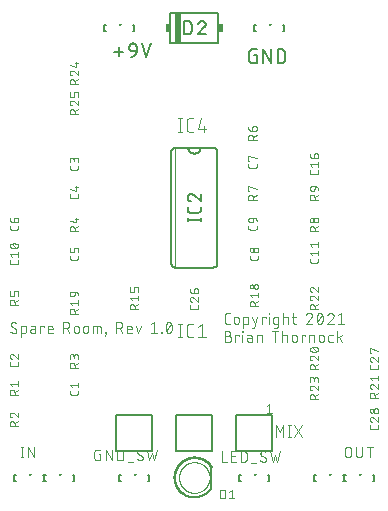
<source format=gbr>
G04 EAGLE Gerber RS-274X export*
G75*
%MOMM*%
%FSLAX34Y34*%
%LPD*%
%INSilkscreen Top*%
%IPPOS*%
%AMOC8*
5,1,8,0,0,1.08239X$1,22.5*%
G01*
%ADD10C,0.076200*%
%ADD11C,0.152400*%
%ADD12C,0.127000*%
%ADD13C,0.000000*%
%ADD14C,0.015238*%
%ADD15C,0.101600*%
%ADD16R,0.508000X2.540000*%
%ADD17R,0.381000X0.762000*%
%ADD18C,0.050800*%


D10*
X12404Y147701D02*
X12493Y147703D01*
X12581Y147709D01*
X12669Y147718D01*
X12757Y147731D01*
X12844Y147748D01*
X12930Y147768D01*
X13015Y147793D01*
X13100Y147820D01*
X13183Y147852D01*
X13264Y147886D01*
X13344Y147925D01*
X13422Y147966D01*
X13499Y148011D01*
X13573Y148059D01*
X13646Y148110D01*
X13716Y148164D01*
X13783Y148222D01*
X13849Y148282D01*
X13911Y148344D01*
X13971Y148410D01*
X14029Y148477D01*
X14083Y148547D01*
X14134Y148620D01*
X14182Y148694D01*
X14227Y148771D01*
X14268Y148849D01*
X14307Y148929D01*
X14341Y149010D01*
X14373Y149093D01*
X14400Y149178D01*
X14425Y149263D01*
X14445Y149349D01*
X14462Y149436D01*
X14475Y149524D01*
X14484Y149612D01*
X14490Y149700D01*
X14492Y149789D01*
X12404Y147701D02*
X12275Y147703D01*
X12146Y147709D01*
X12017Y147718D01*
X11889Y147731D01*
X11761Y147748D01*
X11634Y147769D01*
X11507Y147793D01*
X11381Y147821D01*
X11256Y147853D01*
X11132Y147888D01*
X11009Y147927D01*
X10887Y147970D01*
X10767Y148016D01*
X10648Y148066D01*
X10530Y148119D01*
X10414Y148175D01*
X10300Y148235D01*
X10187Y148298D01*
X10077Y148365D01*
X9968Y148434D01*
X9862Y148507D01*
X9757Y148583D01*
X9655Y148662D01*
X9556Y148744D01*
X9458Y148828D01*
X9363Y148916D01*
X9271Y149006D01*
X9532Y155011D02*
X9534Y155100D01*
X9540Y155188D01*
X9549Y155276D01*
X9562Y155364D01*
X9579Y155451D01*
X9599Y155537D01*
X9624Y155622D01*
X9651Y155707D01*
X9683Y155790D01*
X9717Y155871D01*
X9756Y155951D01*
X9797Y156029D01*
X9842Y156106D01*
X9890Y156180D01*
X9941Y156253D01*
X9995Y156323D01*
X10053Y156390D01*
X10113Y156456D01*
X10175Y156518D01*
X10241Y156578D01*
X10308Y156636D01*
X10378Y156690D01*
X10451Y156741D01*
X10525Y156789D01*
X10602Y156834D01*
X10680Y156875D01*
X10760Y156914D01*
X10841Y156948D01*
X10924Y156980D01*
X11009Y157007D01*
X11094Y157032D01*
X11180Y157052D01*
X11267Y157069D01*
X11355Y157082D01*
X11443Y157091D01*
X11531Y157097D01*
X11620Y157099D01*
X11740Y157097D01*
X11860Y157092D01*
X11980Y157082D01*
X12099Y157070D01*
X12218Y157053D01*
X12336Y157033D01*
X12454Y157009D01*
X12570Y156982D01*
X12686Y156951D01*
X12801Y156917D01*
X12915Y156879D01*
X13028Y156837D01*
X13139Y156792D01*
X13249Y156744D01*
X13357Y156693D01*
X13464Y156638D01*
X13569Y156580D01*
X13672Y156518D01*
X13773Y156454D01*
X13873Y156386D01*
X13970Y156316D01*
X10576Y153184D02*
X10498Y153232D01*
X10422Y153284D01*
X10349Y153338D01*
X10278Y153396D01*
X10209Y153457D01*
X10143Y153521D01*
X10080Y153588D01*
X10020Y153657D01*
X9963Y153729D01*
X9909Y153803D01*
X9859Y153880D01*
X9811Y153959D01*
X9768Y154039D01*
X9727Y154122D01*
X9691Y154206D01*
X9658Y154291D01*
X9629Y154378D01*
X9603Y154467D01*
X9581Y154556D01*
X9564Y154646D01*
X9550Y154736D01*
X9540Y154828D01*
X9534Y154919D01*
X9532Y155011D01*
X13448Y151616D02*
X13526Y151568D01*
X13602Y151516D01*
X13675Y151462D01*
X13746Y151404D01*
X13815Y151343D01*
X13881Y151279D01*
X13944Y151212D01*
X14004Y151143D01*
X14061Y151071D01*
X14115Y150997D01*
X14165Y150920D01*
X14213Y150841D01*
X14256Y150761D01*
X14297Y150678D01*
X14333Y150594D01*
X14366Y150509D01*
X14395Y150422D01*
X14421Y150333D01*
X14443Y150244D01*
X14460Y150154D01*
X14474Y150064D01*
X14484Y149972D01*
X14490Y149881D01*
X14492Y149789D01*
X13448Y151617D02*
X10576Y153183D01*
X18373Y153966D02*
X18373Y144568D01*
X18373Y153966D02*
X20984Y153966D01*
X21061Y153964D01*
X21137Y153958D01*
X21214Y153949D01*
X21290Y153936D01*
X21365Y153919D01*
X21439Y153899D01*
X21512Y153874D01*
X21583Y153847D01*
X21654Y153816D01*
X21722Y153781D01*
X21789Y153743D01*
X21854Y153702D01*
X21917Y153658D01*
X21977Y153611D01*
X22036Y153560D01*
X22091Y153507D01*
X22144Y153452D01*
X22195Y153393D01*
X22242Y153333D01*
X22286Y153270D01*
X22327Y153205D01*
X22365Y153138D01*
X22400Y153070D01*
X22431Y152999D01*
X22458Y152928D01*
X22483Y152855D01*
X22503Y152781D01*
X22520Y152706D01*
X22533Y152630D01*
X22542Y152554D01*
X22548Y152477D01*
X22550Y152400D01*
X22550Y149267D01*
X22548Y149190D01*
X22542Y149114D01*
X22533Y149037D01*
X22520Y148961D01*
X22503Y148886D01*
X22483Y148812D01*
X22458Y148739D01*
X22431Y148668D01*
X22400Y148597D01*
X22365Y148529D01*
X22327Y148462D01*
X22286Y148397D01*
X22242Y148334D01*
X22195Y148274D01*
X22144Y148215D01*
X22091Y148160D01*
X22036Y148107D01*
X21977Y148056D01*
X21917Y148009D01*
X21854Y147965D01*
X21789Y147924D01*
X21722Y147886D01*
X21654Y147851D01*
X21583Y147820D01*
X21512Y147793D01*
X21439Y147768D01*
X21365Y147748D01*
X21290Y147731D01*
X21214Y147718D01*
X21137Y147709D01*
X21061Y147703D01*
X20984Y147701D01*
X18373Y147701D01*
X28034Y151356D02*
X30383Y151356D01*
X28034Y151355D02*
X27950Y151353D01*
X27865Y151347D01*
X27782Y151337D01*
X27698Y151324D01*
X27616Y151306D01*
X27534Y151285D01*
X27453Y151260D01*
X27374Y151232D01*
X27296Y151199D01*
X27220Y151163D01*
X27145Y151124D01*
X27072Y151081D01*
X27001Y151035D01*
X26933Y150986D01*
X26867Y150934D01*
X26803Y150878D01*
X26742Y150820D01*
X26684Y150759D01*
X26628Y150695D01*
X26576Y150629D01*
X26527Y150561D01*
X26481Y150490D01*
X26438Y150417D01*
X26399Y150342D01*
X26363Y150266D01*
X26330Y150188D01*
X26302Y150109D01*
X26277Y150028D01*
X26256Y149946D01*
X26238Y149864D01*
X26225Y149780D01*
X26215Y149697D01*
X26209Y149612D01*
X26207Y149528D01*
X26209Y149444D01*
X26215Y149359D01*
X26225Y149276D01*
X26238Y149192D01*
X26256Y149110D01*
X26277Y149028D01*
X26302Y148947D01*
X26330Y148868D01*
X26363Y148790D01*
X26399Y148714D01*
X26438Y148639D01*
X26481Y148566D01*
X26527Y148495D01*
X26576Y148427D01*
X26628Y148361D01*
X26684Y148297D01*
X26742Y148236D01*
X26803Y148178D01*
X26867Y148122D01*
X26933Y148070D01*
X27001Y148021D01*
X27072Y147975D01*
X27145Y147932D01*
X27220Y147893D01*
X27296Y147857D01*
X27374Y147824D01*
X27453Y147796D01*
X27534Y147771D01*
X27616Y147750D01*
X27698Y147732D01*
X27782Y147719D01*
X27865Y147709D01*
X27950Y147703D01*
X28034Y147701D01*
X30383Y147701D01*
X30383Y152400D01*
X30381Y152477D01*
X30375Y152553D01*
X30366Y152630D01*
X30353Y152706D01*
X30336Y152781D01*
X30316Y152855D01*
X30291Y152928D01*
X30264Y152999D01*
X30233Y153070D01*
X30198Y153138D01*
X30160Y153205D01*
X30119Y153270D01*
X30075Y153333D01*
X30028Y153393D01*
X29977Y153452D01*
X29924Y153507D01*
X29869Y153560D01*
X29810Y153611D01*
X29750Y153658D01*
X29687Y153702D01*
X29622Y153743D01*
X29555Y153781D01*
X29487Y153816D01*
X29416Y153847D01*
X29345Y153874D01*
X29272Y153899D01*
X29198Y153919D01*
X29123Y153936D01*
X29047Y153949D01*
X28970Y153958D01*
X28894Y153964D01*
X28817Y153966D01*
X26729Y153966D01*
X34838Y153966D02*
X34838Y147701D01*
X34838Y153966D02*
X37971Y153966D01*
X37971Y152922D01*
X42449Y147701D02*
X45059Y147701D01*
X42449Y147701D02*
X42372Y147703D01*
X42296Y147709D01*
X42219Y147718D01*
X42143Y147731D01*
X42068Y147748D01*
X41994Y147768D01*
X41921Y147793D01*
X41850Y147820D01*
X41779Y147851D01*
X41711Y147886D01*
X41644Y147924D01*
X41579Y147965D01*
X41516Y148009D01*
X41456Y148056D01*
X41397Y148107D01*
X41342Y148160D01*
X41289Y148215D01*
X41238Y148274D01*
X41191Y148334D01*
X41147Y148397D01*
X41106Y148462D01*
X41068Y148529D01*
X41033Y148597D01*
X41002Y148668D01*
X40975Y148739D01*
X40950Y148812D01*
X40930Y148886D01*
X40913Y148961D01*
X40900Y149037D01*
X40891Y149114D01*
X40885Y149190D01*
X40883Y149267D01*
X40883Y151878D01*
X40885Y151968D01*
X40891Y152057D01*
X40900Y152147D01*
X40914Y152236D01*
X40931Y152324D01*
X40952Y152411D01*
X40977Y152498D01*
X41006Y152583D01*
X41038Y152667D01*
X41073Y152749D01*
X41113Y152830D01*
X41155Y152909D01*
X41201Y152986D01*
X41251Y153061D01*
X41303Y153134D01*
X41359Y153205D01*
X41417Y153273D01*
X41479Y153338D01*
X41543Y153401D01*
X41610Y153461D01*
X41679Y153518D01*
X41751Y153572D01*
X41825Y153623D01*
X41901Y153671D01*
X41979Y153715D01*
X42059Y153756D01*
X42141Y153794D01*
X42224Y153828D01*
X42309Y153858D01*
X42395Y153885D01*
X42481Y153908D01*
X42569Y153927D01*
X42658Y153942D01*
X42747Y153954D01*
X42836Y153962D01*
X42926Y153966D01*
X43016Y153966D01*
X43106Y153962D01*
X43195Y153954D01*
X43284Y153942D01*
X43373Y153927D01*
X43461Y153908D01*
X43547Y153885D01*
X43633Y153858D01*
X43718Y153828D01*
X43801Y153794D01*
X43883Y153756D01*
X43963Y153715D01*
X44041Y153671D01*
X44117Y153623D01*
X44191Y153572D01*
X44263Y153518D01*
X44332Y153461D01*
X44399Y153401D01*
X44463Y153338D01*
X44525Y153273D01*
X44583Y153205D01*
X44639Y153134D01*
X44691Y153061D01*
X44741Y152986D01*
X44787Y152909D01*
X44829Y152830D01*
X44869Y152749D01*
X44904Y152667D01*
X44936Y152583D01*
X44965Y152498D01*
X44990Y152411D01*
X45011Y152324D01*
X45028Y152236D01*
X45042Y152147D01*
X45051Y152057D01*
X45057Y151968D01*
X45059Y151878D01*
X45059Y150834D01*
X40883Y150834D01*
X54133Y147701D02*
X54133Y157099D01*
X56744Y157099D01*
X56845Y157097D01*
X56946Y157091D01*
X57047Y157081D01*
X57147Y157068D01*
X57247Y157050D01*
X57346Y157029D01*
X57444Y157003D01*
X57541Y156974D01*
X57637Y156942D01*
X57731Y156905D01*
X57824Y156865D01*
X57916Y156821D01*
X58005Y156774D01*
X58093Y156723D01*
X58179Y156669D01*
X58262Y156612D01*
X58344Y156552D01*
X58422Y156488D01*
X58499Y156422D01*
X58572Y156352D01*
X58643Y156280D01*
X58711Y156205D01*
X58776Y156127D01*
X58838Y156047D01*
X58897Y155965D01*
X58953Y155880D01*
X59005Y155793D01*
X59054Y155705D01*
X59100Y155614D01*
X59141Y155522D01*
X59180Y155428D01*
X59214Y155333D01*
X59245Y155237D01*
X59272Y155139D01*
X59296Y155041D01*
X59315Y154941D01*
X59331Y154841D01*
X59343Y154741D01*
X59351Y154640D01*
X59355Y154539D01*
X59355Y154437D01*
X59351Y154336D01*
X59343Y154235D01*
X59331Y154135D01*
X59315Y154035D01*
X59296Y153935D01*
X59272Y153837D01*
X59245Y153739D01*
X59214Y153643D01*
X59180Y153548D01*
X59141Y153454D01*
X59100Y153362D01*
X59054Y153271D01*
X59005Y153182D01*
X58953Y153096D01*
X58897Y153011D01*
X58838Y152929D01*
X58776Y152849D01*
X58711Y152771D01*
X58643Y152696D01*
X58572Y152624D01*
X58499Y152554D01*
X58422Y152488D01*
X58344Y152424D01*
X58262Y152364D01*
X58179Y152307D01*
X58093Y152253D01*
X58005Y152202D01*
X57916Y152155D01*
X57824Y152111D01*
X57731Y152071D01*
X57637Y152034D01*
X57541Y152002D01*
X57444Y151973D01*
X57346Y151947D01*
X57247Y151926D01*
X57147Y151908D01*
X57047Y151895D01*
X56946Y151885D01*
X56845Y151879D01*
X56744Y151877D01*
X56744Y151878D02*
X54133Y151878D01*
X57266Y151878D02*
X59354Y147701D01*
X63133Y149789D02*
X63133Y151878D01*
X63135Y151968D01*
X63141Y152057D01*
X63150Y152147D01*
X63164Y152236D01*
X63181Y152324D01*
X63202Y152411D01*
X63227Y152498D01*
X63256Y152583D01*
X63288Y152667D01*
X63323Y152749D01*
X63363Y152830D01*
X63405Y152909D01*
X63451Y152986D01*
X63501Y153061D01*
X63553Y153134D01*
X63609Y153205D01*
X63667Y153273D01*
X63729Y153338D01*
X63793Y153401D01*
X63860Y153461D01*
X63929Y153518D01*
X64001Y153572D01*
X64075Y153623D01*
X64151Y153671D01*
X64229Y153715D01*
X64309Y153756D01*
X64391Y153794D01*
X64474Y153828D01*
X64559Y153858D01*
X64645Y153885D01*
X64731Y153908D01*
X64819Y153927D01*
X64908Y153942D01*
X64997Y153954D01*
X65086Y153962D01*
X65176Y153966D01*
X65266Y153966D01*
X65356Y153962D01*
X65445Y153954D01*
X65534Y153942D01*
X65623Y153927D01*
X65711Y153908D01*
X65797Y153885D01*
X65883Y153858D01*
X65968Y153828D01*
X66051Y153794D01*
X66133Y153756D01*
X66213Y153715D01*
X66291Y153671D01*
X66367Y153623D01*
X66441Y153572D01*
X66513Y153518D01*
X66582Y153461D01*
X66649Y153401D01*
X66713Y153338D01*
X66775Y153273D01*
X66833Y153205D01*
X66889Y153134D01*
X66941Y153061D01*
X66991Y152986D01*
X67037Y152909D01*
X67079Y152830D01*
X67119Y152749D01*
X67154Y152667D01*
X67186Y152583D01*
X67215Y152498D01*
X67240Y152411D01*
X67261Y152324D01*
X67278Y152236D01*
X67292Y152147D01*
X67301Y152057D01*
X67307Y151968D01*
X67309Y151878D01*
X67310Y151878D02*
X67310Y149789D01*
X67309Y149789D02*
X67307Y149699D01*
X67301Y149610D01*
X67292Y149520D01*
X67278Y149431D01*
X67261Y149343D01*
X67240Y149256D01*
X67215Y149169D01*
X67186Y149084D01*
X67154Y149000D01*
X67119Y148918D01*
X67079Y148837D01*
X67037Y148758D01*
X66991Y148681D01*
X66941Y148606D01*
X66889Y148533D01*
X66833Y148462D01*
X66775Y148394D01*
X66713Y148329D01*
X66649Y148266D01*
X66582Y148206D01*
X66513Y148149D01*
X66441Y148095D01*
X66367Y148044D01*
X66291Y147996D01*
X66213Y147952D01*
X66133Y147911D01*
X66051Y147873D01*
X65968Y147839D01*
X65883Y147809D01*
X65797Y147782D01*
X65711Y147759D01*
X65623Y147740D01*
X65534Y147725D01*
X65445Y147713D01*
X65356Y147705D01*
X65266Y147701D01*
X65176Y147701D01*
X65086Y147705D01*
X64997Y147713D01*
X64908Y147725D01*
X64819Y147740D01*
X64731Y147759D01*
X64645Y147782D01*
X64559Y147809D01*
X64474Y147839D01*
X64391Y147873D01*
X64309Y147911D01*
X64229Y147952D01*
X64151Y147996D01*
X64075Y148044D01*
X64001Y148095D01*
X63929Y148149D01*
X63860Y148206D01*
X63793Y148266D01*
X63729Y148329D01*
X63667Y148394D01*
X63609Y148462D01*
X63553Y148533D01*
X63501Y148606D01*
X63451Y148681D01*
X63405Y148758D01*
X63363Y148837D01*
X63323Y148918D01*
X63288Y149000D01*
X63256Y149084D01*
X63227Y149169D01*
X63202Y149256D01*
X63181Y149343D01*
X63164Y149431D01*
X63150Y149520D01*
X63141Y149610D01*
X63135Y149699D01*
X63133Y149789D01*
X71058Y149789D02*
X71058Y151878D01*
X71060Y151968D01*
X71066Y152057D01*
X71075Y152147D01*
X71089Y152236D01*
X71106Y152324D01*
X71127Y152411D01*
X71152Y152498D01*
X71181Y152583D01*
X71213Y152667D01*
X71248Y152749D01*
X71288Y152830D01*
X71330Y152909D01*
X71376Y152986D01*
X71426Y153061D01*
X71478Y153134D01*
X71534Y153205D01*
X71592Y153273D01*
X71654Y153338D01*
X71718Y153401D01*
X71785Y153461D01*
X71854Y153518D01*
X71926Y153572D01*
X72000Y153623D01*
X72076Y153671D01*
X72154Y153715D01*
X72234Y153756D01*
X72316Y153794D01*
X72399Y153828D01*
X72484Y153858D01*
X72570Y153885D01*
X72656Y153908D01*
X72744Y153927D01*
X72833Y153942D01*
X72922Y153954D01*
X73011Y153962D01*
X73101Y153966D01*
X73191Y153966D01*
X73281Y153962D01*
X73370Y153954D01*
X73459Y153942D01*
X73548Y153927D01*
X73636Y153908D01*
X73722Y153885D01*
X73808Y153858D01*
X73893Y153828D01*
X73976Y153794D01*
X74058Y153756D01*
X74138Y153715D01*
X74216Y153671D01*
X74292Y153623D01*
X74366Y153572D01*
X74438Y153518D01*
X74507Y153461D01*
X74574Y153401D01*
X74638Y153338D01*
X74700Y153273D01*
X74758Y153205D01*
X74814Y153134D01*
X74866Y153061D01*
X74916Y152986D01*
X74962Y152909D01*
X75004Y152830D01*
X75044Y152749D01*
X75079Y152667D01*
X75111Y152583D01*
X75140Y152498D01*
X75165Y152411D01*
X75186Y152324D01*
X75203Y152236D01*
X75217Y152147D01*
X75226Y152057D01*
X75232Y151968D01*
X75234Y151878D01*
X75234Y149789D01*
X75232Y149699D01*
X75226Y149610D01*
X75217Y149520D01*
X75203Y149431D01*
X75186Y149343D01*
X75165Y149256D01*
X75140Y149169D01*
X75111Y149084D01*
X75079Y149000D01*
X75044Y148918D01*
X75004Y148837D01*
X74962Y148758D01*
X74916Y148681D01*
X74866Y148606D01*
X74814Y148533D01*
X74758Y148462D01*
X74700Y148394D01*
X74638Y148329D01*
X74574Y148266D01*
X74507Y148206D01*
X74438Y148149D01*
X74366Y148095D01*
X74292Y148044D01*
X74216Y147996D01*
X74138Y147952D01*
X74058Y147911D01*
X73976Y147873D01*
X73893Y147839D01*
X73808Y147809D01*
X73722Y147782D01*
X73636Y147759D01*
X73548Y147740D01*
X73459Y147725D01*
X73370Y147713D01*
X73281Y147705D01*
X73191Y147701D01*
X73101Y147701D01*
X73011Y147705D01*
X72922Y147713D01*
X72833Y147725D01*
X72744Y147740D01*
X72656Y147759D01*
X72570Y147782D01*
X72484Y147809D01*
X72399Y147839D01*
X72316Y147873D01*
X72234Y147911D01*
X72154Y147952D01*
X72076Y147996D01*
X72000Y148044D01*
X71926Y148095D01*
X71854Y148149D01*
X71785Y148206D01*
X71718Y148266D01*
X71654Y148329D01*
X71592Y148394D01*
X71534Y148462D01*
X71478Y148533D01*
X71426Y148606D01*
X71376Y148681D01*
X71330Y148758D01*
X71288Y148837D01*
X71248Y148918D01*
X71213Y149000D01*
X71181Y149084D01*
X71152Y149169D01*
X71127Y149256D01*
X71106Y149343D01*
X71089Y149431D01*
X71075Y149520D01*
X71066Y149610D01*
X71060Y149699D01*
X71058Y149789D01*
X79462Y147701D02*
X79462Y153966D01*
X84161Y153966D01*
X84238Y153964D01*
X84314Y153958D01*
X84391Y153949D01*
X84467Y153936D01*
X84542Y153919D01*
X84616Y153899D01*
X84689Y153874D01*
X84760Y153847D01*
X84831Y153816D01*
X84899Y153781D01*
X84966Y153743D01*
X85031Y153702D01*
X85094Y153658D01*
X85154Y153611D01*
X85213Y153560D01*
X85268Y153507D01*
X85321Y153452D01*
X85372Y153393D01*
X85419Y153333D01*
X85463Y153270D01*
X85504Y153205D01*
X85542Y153138D01*
X85577Y153070D01*
X85608Y152999D01*
X85635Y152928D01*
X85660Y152855D01*
X85680Y152781D01*
X85697Y152706D01*
X85710Y152630D01*
X85719Y152553D01*
X85725Y152477D01*
X85727Y152400D01*
X85727Y147701D01*
X82595Y147701D02*
X82595Y153966D01*
X89615Y147701D02*
X90137Y147701D01*
X89615Y147701D02*
X89615Y148223D01*
X90137Y148223D01*
X90137Y147701D01*
X89354Y145613D01*
X98939Y147701D02*
X98939Y157099D01*
X101549Y157099D01*
X101650Y157097D01*
X101751Y157091D01*
X101852Y157081D01*
X101952Y157068D01*
X102052Y157050D01*
X102151Y157029D01*
X102249Y157003D01*
X102346Y156974D01*
X102442Y156942D01*
X102536Y156905D01*
X102629Y156865D01*
X102721Y156821D01*
X102810Y156774D01*
X102898Y156723D01*
X102984Y156669D01*
X103067Y156612D01*
X103149Y156552D01*
X103227Y156488D01*
X103304Y156422D01*
X103377Y156352D01*
X103448Y156280D01*
X103516Y156205D01*
X103581Y156127D01*
X103643Y156047D01*
X103702Y155965D01*
X103758Y155880D01*
X103810Y155793D01*
X103859Y155705D01*
X103905Y155614D01*
X103946Y155522D01*
X103985Y155428D01*
X104019Y155333D01*
X104050Y155237D01*
X104077Y155139D01*
X104101Y155041D01*
X104120Y154941D01*
X104136Y154841D01*
X104148Y154741D01*
X104156Y154640D01*
X104160Y154539D01*
X104160Y154437D01*
X104156Y154336D01*
X104148Y154235D01*
X104136Y154135D01*
X104120Y154035D01*
X104101Y153935D01*
X104077Y153837D01*
X104050Y153739D01*
X104019Y153643D01*
X103985Y153548D01*
X103946Y153454D01*
X103905Y153362D01*
X103859Y153271D01*
X103810Y153182D01*
X103758Y153096D01*
X103702Y153011D01*
X103643Y152929D01*
X103581Y152849D01*
X103516Y152771D01*
X103448Y152696D01*
X103377Y152624D01*
X103304Y152554D01*
X103227Y152488D01*
X103149Y152424D01*
X103067Y152364D01*
X102984Y152307D01*
X102898Y152253D01*
X102810Y152202D01*
X102721Y152155D01*
X102629Y152111D01*
X102536Y152071D01*
X102442Y152034D01*
X102346Y152002D01*
X102249Y151973D01*
X102151Y151947D01*
X102052Y151926D01*
X101952Y151908D01*
X101852Y151895D01*
X101751Y151885D01*
X101650Y151879D01*
X101549Y151877D01*
X101549Y151878D02*
X98939Y151878D01*
X102071Y151878D02*
X104160Y147701D01*
X109504Y147701D02*
X112115Y147701D01*
X109504Y147701D02*
X109427Y147703D01*
X109351Y147709D01*
X109274Y147718D01*
X109198Y147731D01*
X109123Y147748D01*
X109049Y147768D01*
X108976Y147793D01*
X108905Y147820D01*
X108834Y147851D01*
X108766Y147886D01*
X108699Y147924D01*
X108634Y147965D01*
X108571Y148009D01*
X108511Y148056D01*
X108452Y148107D01*
X108397Y148160D01*
X108344Y148215D01*
X108293Y148274D01*
X108246Y148334D01*
X108202Y148397D01*
X108161Y148462D01*
X108123Y148529D01*
X108088Y148597D01*
X108057Y148668D01*
X108030Y148739D01*
X108005Y148812D01*
X107985Y148886D01*
X107968Y148961D01*
X107955Y149037D01*
X107946Y149114D01*
X107940Y149190D01*
X107938Y149267D01*
X107938Y151878D01*
X107939Y151878D02*
X107941Y151968D01*
X107947Y152057D01*
X107956Y152147D01*
X107970Y152236D01*
X107987Y152324D01*
X108008Y152411D01*
X108033Y152498D01*
X108062Y152583D01*
X108094Y152667D01*
X108129Y152749D01*
X108169Y152830D01*
X108211Y152909D01*
X108257Y152986D01*
X108307Y153061D01*
X108359Y153134D01*
X108415Y153205D01*
X108473Y153273D01*
X108535Y153338D01*
X108599Y153401D01*
X108666Y153461D01*
X108735Y153518D01*
X108807Y153572D01*
X108881Y153623D01*
X108957Y153671D01*
X109035Y153715D01*
X109115Y153756D01*
X109197Y153794D01*
X109280Y153828D01*
X109365Y153858D01*
X109451Y153885D01*
X109537Y153908D01*
X109625Y153927D01*
X109714Y153942D01*
X109803Y153954D01*
X109892Y153962D01*
X109982Y153966D01*
X110072Y153966D01*
X110162Y153962D01*
X110251Y153954D01*
X110340Y153942D01*
X110429Y153927D01*
X110517Y153908D01*
X110603Y153885D01*
X110689Y153858D01*
X110774Y153828D01*
X110857Y153794D01*
X110939Y153756D01*
X111019Y153715D01*
X111097Y153671D01*
X111173Y153623D01*
X111247Y153572D01*
X111319Y153518D01*
X111388Y153461D01*
X111455Y153401D01*
X111519Y153338D01*
X111581Y153273D01*
X111639Y153205D01*
X111695Y153134D01*
X111747Y153061D01*
X111797Y152986D01*
X111843Y152909D01*
X111885Y152830D01*
X111925Y152749D01*
X111960Y152667D01*
X111992Y152583D01*
X112021Y152498D01*
X112046Y152411D01*
X112067Y152324D01*
X112084Y152236D01*
X112098Y152147D01*
X112107Y152057D01*
X112113Y151968D01*
X112115Y151878D01*
X112115Y150834D01*
X107938Y150834D01*
X115558Y153966D02*
X117646Y147701D01*
X119735Y153966D01*
X128142Y155011D02*
X130753Y157099D01*
X130753Y147701D01*
X133363Y147701D02*
X128142Y147701D01*
X136892Y147701D02*
X136892Y148223D01*
X137415Y148223D01*
X137415Y147701D01*
X136892Y147701D01*
X140943Y152400D02*
X140945Y152585D01*
X140952Y152770D01*
X140963Y152954D01*
X140978Y153138D01*
X140998Y153322D01*
X141022Y153506D01*
X141051Y153688D01*
X141084Y153870D01*
X141121Y154051D01*
X141163Y154231D01*
X141209Y154411D01*
X141259Y154589D01*
X141313Y154765D01*
X141372Y154941D01*
X141434Y155115D01*
X141501Y155287D01*
X141572Y155458D01*
X141647Y155627D01*
X141726Y155794D01*
X141756Y155874D01*
X141789Y155953D01*
X141826Y156030D01*
X141866Y156106D01*
X141909Y156180D01*
X141955Y156252D01*
X142005Y156321D01*
X142057Y156389D01*
X142113Y156454D01*
X142171Y156517D01*
X142233Y156576D01*
X142296Y156634D01*
X142363Y156688D01*
X142431Y156739D01*
X142502Y156787D01*
X142575Y156832D01*
X142649Y156874D01*
X142726Y156912D01*
X142804Y156947D01*
X142883Y156979D01*
X142964Y157007D01*
X143046Y157031D01*
X143130Y157052D01*
X143213Y157069D01*
X143298Y157082D01*
X143383Y157091D01*
X143468Y157097D01*
X143554Y157099D01*
X143640Y157097D01*
X143725Y157091D01*
X143810Y157082D01*
X143895Y157069D01*
X143978Y157052D01*
X144062Y157031D01*
X144144Y157007D01*
X144225Y156979D01*
X144304Y156947D01*
X144382Y156912D01*
X144459Y156874D01*
X144533Y156832D01*
X144606Y156787D01*
X144677Y156739D01*
X144745Y156688D01*
X144812Y156634D01*
X144875Y156576D01*
X144937Y156517D01*
X144995Y156454D01*
X145051Y156389D01*
X145103Y156321D01*
X145153Y156252D01*
X145199Y156180D01*
X145242Y156106D01*
X145282Y156030D01*
X145319Y155953D01*
X145352Y155874D01*
X145382Y155794D01*
X145461Y155627D01*
X145536Y155458D01*
X145607Y155287D01*
X145674Y155115D01*
X145736Y154941D01*
X145795Y154765D01*
X145849Y154589D01*
X145899Y154411D01*
X145945Y154231D01*
X145987Y154051D01*
X146024Y153870D01*
X146057Y153688D01*
X146086Y153506D01*
X146110Y153322D01*
X146130Y153138D01*
X146145Y152954D01*
X146156Y152770D01*
X146163Y152585D01*
X146165Y152400D01*
X140944Y152400D02*
X140946Y152215D01*
X140953Y152030D01*
X140964Y151846D01*
X140979Y151662D01*
X140999Y151478D01*
X141023Y151294D01*
X141052Y151112D01*
X141085Y150930D01*
X141122Y150749D01*
X141164Y150569D01*
X141210Y150389D01*
X141260Y150211D01*
X141314Y150035D01*
X141373Y149859D01*
X141435Y149685D01*
X141502Y149513D01*
X141573Y149342D01*
X141648Y149173D01*
X141727Y149006D01*
X141726Y149006D02*
X141756Y148926D01*
X141789Y148847D01*
X141826Y148770D01*
X141866Y148694D01*
X141909Y148620D01*
X141955Y148548D01*
X142005Y148479D01*
X142058Y148411D01*
X142113Y148346D01*
X142172Y148283D01*
X142233Y148224D01*
X142296Y148166D01*
X142363Y148112D01*
X142431Y148061D01*
X142502Y148013D01*
X142575Y147968D01*
X142649Y147926D01*
X142726Y147888D01*
X142804Y147853D01*
X142883Y147821D01*
X142964Y147793D01*
X143046Y147769D01*
X143130Y147748D01*
X143213Y147731D01*
X143298Y147718D01*
X143383Y147709D01*
X143468Y147703D01*
X143554Y147701D01*
X145382Y149006D02*
X145461Y149173D01*
X145536Y149342D01*
X145607Y149513D01*
X145674Y149685D01*
X145736Y149859D01*
X145795Y150035D01*
X145849Y150211D01*
X145899Y150389D01*
X145945Y150569D01*
X145987Y150749D01*
X146024Y150930D01*
X146057Y151112D01*
X146086Y151294D01*
X146110Y151478D01*
X146130Y151662D01*
X146145Y151846D01*
X146156Y152030D01*
X146163Y152215D01*
X146165Y152400D01*
X145382Y149006D02*
X145352Y148926D01*
X145319Y148847D01*
X145282Y148770D01*
X145242Y148694D01*
X145199Y148620D01*
X145153Y148548D01*
X145103Y148479D01*
X145051Y148411D01*
X144995Y148346D01*
X144937Y148283D01*
X144875Y148224D01*
X144812Y148166D01*
X144745Y148112D01*
X144677Y148061D01*
X144606Y148013D01*
X144533Y147968D01*
X144459Y147926D01*
X144382Y147888D01*
X144304Y147853D01*
X144225Y147821D01*
X144144Y147793D01*
X144062Y147769D01*
X143978Y147748D01*
X143895Y147731D01*
X143810Y147718D01*
X143725Y147709D01*
X143640Y147703D01*
X143554Y147701D01*
X141466Y149789D02*
X145643Y155011D01*
X192969Y155321D02*
X195058Y155321D01*
X192969Y155321D02*
X192880Y155323D01*
X192792Y155329D01*
X192704Y155338D01*
X192616Y155351D01*
X192529Y155368D01*
X192443Y155388D01*
X192358Y155413D01*
X192273Y155440D01*
X192190Y155472D01*
X192109Y155506D01*
X192029Y155545D01*
X191951Y155586D01*
X191874Y155631D01*
X191800Y155679D01*
X191727Y155730D01*
X191657Y155784D01*
X191590Y155842D01*
X191524Y155902D01*
X191462Y155964D01*
X191402Y156030D01*
X191344Y156097D01*
X191290Y156167D01*
X191239Y156240D01*
X191191Y156314D01*
X191146Y156391D01*
X191105Y156469D01*
X191066Y156549D01*
X191032Y156630D01*
X191000Y156713D01*
X190973Y156798D01*
X190948Y156883D01*
X190928Y156969D01*
X190911Y157056D01*
X190898Y157144D01*
X190889Y157232D01*
X190883Y157320D01*
X190881Y157409D01*
X190881Y162631D01*
X190883Y162722D01*
X190889Y162813D01*
X190899Y162904D01*
X190913Y162994D01*
X190930Y163083D01*
X190952Y163171D01*
X190978Y163259D01*
X191007Y163345D01*
X191040Y163430D01*
X191077Y163513D01*
X191117Y163595D01*
X191161Y163675D01*
X191208Y163753D01*
X191259Y163829D01*
X191312Y163902D01*
X191369Y163973D01*
X191430Y164042D01*
X191493Y164107D01*
X191558Y164170D01*
X191627Y164230D01*
X191698Y164288D01*
X191771Y164341D01*
X191847Y164392D01*
X191925Y164439D01*
X192005Y164483D01*
X192087Y164523D01*
X192170Y164560D01*
X192255Y164593D01*
X192341Y164622D01*
X192429Y164648D01*
X192517Y164670D01*
X192606Y164687D01*
X192696Y164701D01*
X192787Y164711D01*
X192878Y164717D01*
X192969Y164719D01*
X195058Y164719D01*
X198439Y159498D02*
X198439Y157409D01*
X198440Y159498D02*
X198442Y159588D01*
X198448Y159677D01*
X198457Y159767D01*
X198471Y159856D01*
X198488Y159944D01*
X198509Y160031D01*
X198534Y160118D01*
X198563Y160203D01*
X198595Y160287D01*
X198630Y160369D01*
X198670Y160450D01*
X198712Y160529D01*
X198758Y160606D01*
X198808Y160681D01*
X198860Y160754D01*
X198916Y160825D01*
X198974Y160893D01*
X199036Y160958D01*
X199100Y161021D01*
X199167Y161081D01*
X199236Y161138D01*
X199308Y161192D01*
X199382Y161243D01*
X199458Y161291D01*
X199536Y161335D01*
X199616Y161376D01*
X199698Y161414D01*
X199781Y161448D01*
X199866Y161478D01*
X199952Y161505D01*
X200038Y161528D01*
X200126Y161547D01*
X200215Y161562D01*
X200304Y161574D01*
X200393Y161582D01*
X200483Y161586D01*
X200573Y161586D01*
X200663Y161582D01*
X200752Y161574D01*
X200841Y161562D01*
X200930Y161547D01*
X201018Y161528D01*
X201104Y161505D01*
X201190Y161478D01*
X201275Y161448D01*
X201358Y161414D01*
X201440Y161376D01*
X201520Y161335D01*
X201598Y161291D01*
X201674Y161243D01*
X201748Y161192D01*
X201820Y161138D01*
X201889Y161081D01*
X201956Y161021D01*
X202020Y160958D01*
X202082Y160893D01*
X202140Y160825D01*
X202196Y160754D01*
X202248Y160681D01*
X202298Y160606D01*
X202344Y160529D01*
X202386Y160450D01*
X202426Y160369D01*
X202461Y160287D01*
X202493Y160203D01*
X202522Y160118D01*
X202547Y160031D01*
X202568Y159944D01*
X202585Y159856D01*
X202599Y159767D01*
X202608Y159677D01*
X202614Y159588D01*
X202616Y159498D01*
X202616Y157409D01*
X202614Y157319D01*
X202608Y157230D01*
X202599Y157140D01*
X202585Y157051D01*
X202568Y156963D01*
X202547Y156876D01*
X202522Y156789D01*
X202493Y156704D01*
X202461Y156620D01*
X202426Y156538D01*
X202386Y156457D01*
X202344Y156378D01*
X202298Y156301D01*
X202248Y156226D01*
X202196Y156153D01*
X202140Y156082D01*
X202082Y156014D01*
X202020Y155949D01*
X201956Y155886D01*
X201889Y155826D01*
X201820Y155769D01*
X201748Y155715D01*
X201674Y155664D01*
X201598Y155616D01*
X201520Y155572D01*
X201440Y155531D01*
X201358Y155493D01*
X201275Y155459D01*
X201190Y155429D01*
X201104Y155402D01*
X201018Y155379D01*
X200930Y155360D01*
X200841Y155345D01*
X200752Y155333D01*
X200663Y155325D01*
X200573Y155321D01*
X200483Y155321D01*
X200393Y155325D01*
X200304Y155333D01*
X200215Y155345D01*
X200126Y155360D01*
X200038Y155379D01*
X199952Y155402D01*
X199866Y155429D01*
X199781Y155459D01*
X199698Y155493D01*
X199616Y155531D01*
X199536Y155572D01*
X199458Y155616D01*
X199382Y155664D01*
X199308Y155715D01*
X199236Y155769D01*
X199167Y155826D01*
X199100Y155886D01*
X199036Y155949D01*
X198974Y156014D01*
X198916Y156082D01*
X198860Y156153D01*
X198808Y156226D01*
X198758Y156301D01*
X198712Y156378D01*
X198670Y156457D01*
X198630Y156538D01*
X198595Y156620D01*
X198563Y156704D01*
X198534Y156789D01*
X198509Y156876D01*
X198488Y156963D01*
X198471Y157051D01*
X198457Y157140D01*
X198448Y157230D01*
X198442Y157319D01*
X198440Y157409D01*
X206714Y161586D02*
X206714Y152188D01*
X206714Y161586D02*
X209325Y161586D01*
X209402Y161584D01*
X209478Y161578D01*
X209555Y161569D01*
X209631Y161556D01*
X209706Y161539D01*
X209780Y161519D01*
X209853Y161494D01*
X209924Y161467D01*
X209995Y161436D01*
X210063Y161401D01*
X210130Y161363D01*
X210195Y161322D01*
X210258Y161278D01*
X210318Y161231D01*
X210377Y161180D01*
X210432Y161127D01*
X210485Y161072D01*
X210536Y161013D01*
X210583Y160953D01*
X210627Y160890D01*
X210668Y160825D01*
X210706Y160758D01*
X210741Y160690D01*
X210772Y160619D01*
X210799Y160548D01*
X210824Y160475D01*
X210844Y160401D01*
X210861Y160326D01*
X210874Y160250D01*
X210883Y160174D01*
X210889Y160097D01*
X210891Y160020D01*
X210891Y156887D01*
X210889Y156810D01*
X210883Y156734D01*
X210874Y156657D01*
X210861Y156581D01*
X210844Y156506D01*
X210824Y156432D01*
X210799Y156359D01*
X210772Y156288D01*
X210741Y156217D01*
X210706Y156149D01*
X210668Y156082D01*
X210627Y156017D01*
X210583Y155954D01*
X210536Y155894D01*
X210485Y155835D01*
X210432Y155780D01*
X210377Y155727D01*
X210318Y155676D01*
X210258Y155629D01*
X210195Y155585D01*
X210130Y155544D01*
X210063Y155506D01*
X209995Y155471D01*
X209924Y155440D01*
X209853Y155413D01*
X209780Y155388D01*
X209706Y155368D01*
X209631Y155351D01*
X209555Y155338D01*
X209478Y155329D01*
X209402Y155323D01*
X209325Y155321D01*
X206714Y155321D01*
X214289Y152188D02*
X215333Y152188D01*
X218466Y161586D01*
X214289Y161586D02*
X216377Y155321D01*
X222265Y155321D02*
X222265Y161586D01*
X225398Y161586D01*
X225398Y160542D01*
X228264Y161586D02*
X228264Y155321D01*
X228003Y164197D02*
X228003Y164719D01*
X228525Y164719D01*
X228525Y164197D01*
X228003Y164197D01*
X233488Y155321D02*
X236098Y155321D01*
X233488Y155321D02*
X233411Y155323D01*
X233335Y155329D01*
X233258Y155338D01*
X233182Y155351D01*
X233107Y155368D01*
X233033Y155388D01*
X232960Y155413D01*
X232889Y155440D01*
X232818Y155471D01*
X232750Y155506D01*
X232683Y155544D01*
X232618Y155585D01*
X232555Y155629D01*
X232495Y155676D01*
X232436Y155727D01*
X232381Y155780D01*
X232328Y155835D01*
X232277Y155894D01*
X232230Y155954D01*
X232186Y156017D01*
X232145Y156082D01*
X232107Y156149D01*
X232072Y156217D01*
X232041Y156288D01*
X232014Y156359D01*
X231989Y156432D01*
X231969Y156506D01*
X231952Y156581D01*
X231939Y156657D01*
X231930Y156734D01*
X231924Y156810D01*
X231922Y156887D01*
X231921Y156887D02*
X231921Y160020D01*
X231922Y160020D02*
X231924Y160097D01*
X231930Y160173D01*
X231939Y160250D01*
X231952Y160326D01*
X231969Y160401D01*
X231989Y160475D01*
X232014Y160548D01*
X232041Y160619D01*
X232072Y160690D01*
X232107Y160758D01*
X232145Y160825D01*
X232186Y160890D01*
X232230Y160953D01*
X232277Y161013D01*
X232328Y161072D01*
X232381Y161127D01*
X232436Y161180D01*
X232495Y161231D01*
X232555Y161278D01*
X232618Y161322D01*
X232683Y161363D01*
X232750Y161401D01*
X232818Y161436D01*
X232889Y161467D01*
X232960Y161494D01*
X233033Y161519D01*
X233107Y161539D01*
X233182Y161556D01*
X233258Y161569D01*
X233335Y161578D01*
X233411Y161584D01*
X233488Y161586D01*
X236098Y161586D01*
X236098Y153755D01*
X236096Y153678D01*
X236090Y153602D01*
X236081Y153525D01*
X236068Y153449D01*
X236051Y153374D01*
X236031Y153300D01*
X236006Y153227D01*
X235979Y153156D01*
X235948Y153085D01*
X235913Y153017D01*
X235875Y152950D01*
X235834Y152885D01*
X235790Y152822D01*
X235743Y152762D01*
X235692Y152703D01*
X235639Y152648D01*
X235584Y152595D01*
X235525Y152544D01*
X235465Y152497D01*
X235402Y152453D01*
X235337Y152412D01*
X235270Y152374D01*
X235202Y152339D01*
X235131Y152308D01*
X235060Y152281D01*
X234987Y152256D01*
X234913Y152236D01*
X234838Y152219D01*
X234762Y152206D01*
X234686Y152197D01*
X234609Y152191D01*
X234532Y152189D01*
X234532Y152188D02*
X232443Y152188D01*
X240501Y155321D02*
X240501Y164719D01*
X240501Y161586D02*
X243112Y161586D01*
X243189Y161584D01*
X243265Y161578D01*
X243342Y161569D01*
X243418Y161556D01*
X243493Y161539D01*
X243567Y161519D01*
X243640Y161494D01*
X243711Y161467D01*
X243782Y161436D01*
X243850Y161401D01*
X243917Y161363D01*
X243982Y161322D01*
X244045Y161278D01*
X244105Y161231D01*
X244164Y161180D01*
X244219Y161127D01*
X244272Y161072D01*
X244323Y161013D01*
X244370Y160953D01*
X244414Y160890D01*
X244455Y160825D01*
X244493Y160758D01*
X244528Y160690D01*
X244559Y160619D01*
X244586Y160548D01*
X244611Y160475D01*
X244631Y160401D01*
X244648Y160326D01*
X244661Y160250D01*
X244670Y160174D01*
X244676Y160097D01*
X244678Y160020D01*
X244678Y155321D01*
X247962Y161586D02*
X251095Y161586D01*
X249006Y164719D02*
X249006Y156887D01*
X249007Y156887D02*
X249009Y156810D01*
X249015Y156734D01*
X249024Y156657D01*
X249037Y156581D01*
X249054Y156506D01*
X249074Y156432D01*
X249099Y156359D01*
X249126Y156288D01*
X249157Y156217D01*
X249192Y156149D01*
X249230Y156082D01*
X249271Y156017D01*
X249315Y155954D01*
X249362Y155894D01*
X249413Y155835D01*
X249466Y155780D01*
X249521Y155727D01*
X249580Y155676D01*
X249640Y155629D01*
X249703Y155585D01*
X249768Y155544D01*
X249835Y155506D01*
X249903Y155471D01*
X249974Y155440D01*
X250045Y155413D01*
X250118Y155388D01*
X250192Y155368D01*
X250267Y155351D01*
X250343Y155338D01*
X250420Y155329D01*
X250496Y155323D01*
X250573Y155321D01*
X251095Y155321D01*
X262358Y164720D02*
X262453Y164718D01*
X262547Y164712D01*
X262641Y164703D01*
X262735Y164690D01*
X262828Y164673D01*
X262920Y164652D01*
X263012Y164627D01*
X263102Y164599D01*
X263191Y164567D01*
X263279Y164532D01*
X263365Y164493D01*
X263450Y164451D01*
X263533Y164405D01*
X263614Y164356D01*
X263693Y164304D01*
X263770Y164249D01*
X263844Y164190D01*
X263916Y164129D01*
X263986Y164065D01*
X264053Y163998D01*
X264117Y163928D01*
X264178Y163856D01*
X264237Y163782D01*
X264292Y163705D01*
X264344Y163626D01*
X264393Y163545D01*
X264439Y163462D01*
X264481Y163377D01*
X264520Y163291D01*
X264555Y163203D01*
X264587Y163114D01*
X264615Y163024D01*
X264640Y162932D01*
X264661Y162840D01*
X264678Y162747D01*
X264691Y162653D01*
X264700Y162559D01*
X264706Y162465D01*
X264708Y162370D01*
X262358Y164719D02*
X262250Y164717D01*
X262141Y164711D01*
X262033Y164701D01*
X261926Y164688D01*
X261819Y164670D01*
X261712Y164649D01*
X261607Y164624D01*
X261502Y164595D01*
X261399Y164563D01*
X261297Y164526D01*
X261196Y164486D01*
X261097Y164443D01*
X260999Y164396D01*
X260903Y164345D01*
X260809Y164291D01*
X260717Y164234D01*
X260627Y164173D01*
X260539Y164109D01*
X260454Y164043D01*
X260371Y163973D01*
X260291Y163900D01*
X260213Y163824D01*
X260138Y163746D01*
X260066Y163665D01*
X259997Y163581D01*
X259931Y163495D01*
X259868Y163407D01*
X259809Y163316D01*
X259752Y163224D01*
X259699Y163129D01*
X259650Y163033D01*
X259604Y162934D01*
X259561Y162835D01*
X259522Y162733D01*
X259487Y162631D01*
X263925Y160542D02*
X263994Y160611D01*
X264060Y160682D01*
X264124Y160755D01*
X264185Y160831D01*
X264243Y160910D01*
X264297Y160990D01*
X264349Y161073D01*
X264397Y161157D01*
X264443Y161243D01*
X264484Y161331D01*
X264523Y161421D01*
X264558Y161512D01*
X264589Y161604D01*
X264617Y161697D01*
X264641Y161791D01*
X264661Y161886D01*
X264678Y161982D01*
X264691Y162079D01*
X264700Y162176D01*
X264706Y162273D01*
X264708Y162370D01*
X263924Y160542D02*
X259486Y155321D01*
X264707Y155321D01*
X268630Y160020D02*
X268632Y160205D01*
X268639Y160390D01*
X268650Y160574D01*
X268665Y160758D01*
X268685Y160942D01*
X268709Y161126D01*
X268738Y161308D01*
X268771Y161490D01*
X268808Y161671D01*
X268850Y161851D01*
X268896Y162031D01*
X268946Y162209D01*
X269000Y162385D01*
X269059Y162561D01*
X269121Y162735D01*
X269188Y162907D01*
X269259Y163078D01*
X269334Y163247D01*
X269413Y163414D01*
X269443Y163494D01*
X269476Y163573D01*
X269513Y163650D01*
X269553Y163726D01*
X269596Y163800D01*
X269642Y163872D01*
X269692Y163941D01*
X269744Y164009D01*
X269800Y164074D01*
X269858Y164137D01*
X269920Y164196D01*
X269983Y164254D01*
X270050Y164308D01*
X270118Y164359D01*
X270189Y164407D01*
X270262Y164452D01*
X270336Y164494D01*
X270413Y164532D01*
X270491Y164567D01*
X270570Y164599D01*
X270651Y164627D01*
X270733Y164651D01*
X270817Y164672D01*
X270900Y164689D01*
X270985Y164702D01*
X271070Y164711D01*
X271155Y164717D01*
X271241Y164719D01*
X271327Y164717D01*
X271412Y164711D01*
X271497Y164702D01*
X271582Y164689D01*
X271665Y164672D01*
X271749Y164651D01*
X271831Y164627D01*
X271912Y164599D01*
X271991Y164567D01*
X272069Y164532D01*
X272146Y164494D01*
X272220Y164452D01*
X272293Y164407D01*
X272364Y164359D01*
X272432Y164308D01*
X272499Y164254D01*
X272562Y164196D01*
X272624Y164137D01*
X272682Y164074D01*
X272738Y164009D01*
X272790Y163941D01*
X272840Y163872D01*
X272886Y163800D01*
X272929Y163726D01*
X272969Y163650D01*
X273006Y163573D01*
X273039Y163494D01*
X273069Y163414D01*
X273148Y163247D01*
X273223Y163078D01*
X273294Y162907D01*
X273361Y162735D01*
X273423Y162561D01*
X273482Y162385D01*
X273536Y162209D01*
X273586Y162031D01*
X273632Y161851D01*
X273674Y161671D01*
X273711Y161490D01*
X273744Y161308D01*
X273773Y161126D01*
X273797Y160942D01*
X273817Y160758D01*
X273832Y160574D01*
X273843Y160390D01*
X273850Y160205D01*
X273852Y160020D01*
X268630Y160020D02*
X268632Y159835D01*
X268639Y159650D01*
X268650Y159466D01*
X268665Y159282D01*
X268685Y159098D01*
X268709Y158914D01*
X268738Y158732D01*
X268771Y158550D01*
X268808Y158369D01*
X268850Y158189D01*
X268896Y158009D01*
X268946Y157831D01*
X269000Y157655D01*
X269059Y157479D01*
X269121Y157305D01*
X269188Y157133D01*
X269259Y156962D01*
X269334Y156793D01*
X269413Y156626D01*
X269443Y156546D01*
X269476Y156467D01*
X269513Y156390D01*
X269553Y156314D01*
X269596Y156240D01*
X269642Y156168D01*
X269692Y156099D01*
X269745Y156031D01*
X269800Y155966D01*
X269859Y155903D01*
X269920Y155844D01*
X269983Y155786D01*
X270050Y155732D01*
X270118Y155681D01*
X270189Y155633D01*
X270262Y155588D01*
X270336Y155546D01*
X270413Y155508D01*
X270491Y155473D01*
X270570Y155441D01*
X270651Y155413D01*
X270733Y155389D01*
X270817Y155368D01*
X270900Y155351D01*
X270985Y155338D01*
X271070Y155329D01*
X271155Y155323D01*
X271241Y155321D01*
X273068Y156626D02*
X273147Y156793D01*
X273222Y156962D01*
X273293Y157133D01*
X273360Y157305D01*
X273422Y157479D01*
X273481Y157655D01*
X273535Y157831D01*
X273585Y158009D01*
X273631Y158189D01*
X273673Y158369D01*
X273710Y158550D01*
X273743Y158732D01*
X273772Y158914D01*
X273796Y159098D01*
X273816Y159282D01*
X273831Y159466D01*
X273842Y159650D01*
X273849Y159835D01*
X273851Y160020D01*
X273069Y156626D02*
X273039Y156546D01*
X273006Y156467D01*
X272969Y156390D01*
X272929Y156314D01*
X272886Y156240D01*
X272840Y156168D01*
X272790Y156099D01*
X272738Y156031D01*
X272682Y155966D01*
X272624Y155903D01*
X272562Y155844D01*
X272499Y155786D01*
X272432Y155732D01*
X272364Y155681D01*
X272293Y155633D01*
X272220Y155588D01*
X272146Y155546D01*
X272069Y155508D01*
X271991Y155473D01*
X271912Y155441D01*
X271831Y155413D01*
X271749Y155389D01*
X271665Y155368D01*
X271582Y155351D01*
X271497Y155338D01*
X271412Y155329D01*
X271327Y155323D01*
X271241Y155321D01*
X269152Y157409D02*
X273329Y162631D01*
X280646Y164720D02*
X280741Y164718D01*
X280835Y164712D01*
X280929Y164703D01*
X281023Y164690D01*
X281116Y164673D01*
X281208Y164652D01*
X281300Y164627D01*
X281390Y164599D01*
X281479Y164567D01*
X281567Y164532D01*
X281653Y164493D01*
X281738Y164451D01*
X281821Y164405D01*
X281902Y164356D01*
X281981Y164304D01*
X282058Y164249D01*
X282132Y164190D01*
X282204Y164129D01*
X282274Y164065D01*
X282341Y163998D01*
X282405Y163928D01*
X282466Y163856D01*
X282525Y163782D01*
X282580Y163705D01*
X282632Y163626D01*
X282681Y163545D01*
X282727Y163462D01*
X282769Y163377D01*
X282808Y163291D01*
X282843Y163203D01*
X282875Y163114D01*
X282903Y163024D01*
X282928Y162932D01*
X282949Y162840D01*
X282966Y162747D01*
X282979Y162653D01*
X282988Y162559D01*
X282994Y162465D01*
X282996Y162370D01*
X280646Y164719D02*
X280538Y164717D01*
X280429Y164711D01*
X280321Y164701D01*
X280214Y164688D01*
X280107Y164670D01*
X280000Y164649D01*
X279895Y164624D01*
X279790Y164595D01*
X279687Y164563D01*
X279585Y164526D01*
X279484Y164486D01*
X279385Y164443D01*
X279287Y164396D01*
X279191Y164345D01*
X279097Y164291D01*
X279005Y164234D01*
X278915Y164173D01*
X278827Y164109D01*
X278742Y164043D01*
X278659Y163973D01*
X278579Y163900D01*
X278501Y163824D01*
X278426Y163746D01*
X278354Y163665D01*
X278285Y163581D01*
X278219Y163495D01*
X278156Y163407D01*
X278097Y163316D01*
X278040Y163224D01*
X277987Y163129D01*
X277938Y163033D01*
X277892Y162934D01*
X277849Y162835D01*
X277810Y162733D01*
X277775Y162631D01*
X282213Y160542D02*
X282282Y160611D01*
X282348Y160682D01*
X282412Y160755D01*
X282473Y160831D01*
X282531Y160910D01*
X282585Y160990D01*
X282637Y161073D01*
X282685Y161157D01*
X282731Y161243D01*
X282772Y161331D01*
X282811Y161421D01*
X282846Y161512D01*
X282877Y161604D01*
X282905Y161697D01*
X282929Y161791D01*
X282949Y161886D01*
X282966Y161982D01*
X282979Y162079D01*
X282988Y162176D01*
X282994Y162273D01*
X282996Y162370D01*
X282212Y160542D02*
X277774Y155321D01*
X282995Y155321D01*
X286918Y162631D02*
X289529Y164719D01*
X289529Y155321D01*
X292139Y155321D02*
X286918Y155321D01*
X193492Y145302D02*
X190881Y145302D01*
X193492Y145303D02*
X193593Y145301D01*
X193694Y145295D01*
X193795Y145285D01*
X193895Y145272D01*
X193995Y145254D01*
X194094Y145233D01*
X194192Y145207D01*
X194289Y145178D01*
X194385Y145146D01*
X194479Y145109D01*
X194572Y145069D01*
X194664Y145025D01*
X194753Y144978D01*
X194841Y144927D01*
X194927Y144873D01*
X195010Y144816D01*
X195092Y144756D01*
X195170Y144692D01*
X195247Y144626D01*
X195320Y144556D01*
X195391Y144484D01*
X195459Y144409D01*
X195524Y144331D01*
X195586Y144251D01*
X195645Y144169D01*
X195701Y144084D01*
X195753Y143997D01*
X195802Y143909D01*
X195848Y143818D01*
X195889Y143726D01*
X195928Y143632D01*
X195962Y143537D01*
X195993Y143441D01*
X196020Y143343D01*
X196044Y143245D01*
X196063Y143145D01*
X196079Y143045D01*
X196091Y142945D01*
X196099Y142844D01*
X196103Y142743D01*
X196103Y142641D01*
X196099Y142540D01*
X196091Y142439D01*
X196079Y142339D01*
X196063Y142239D01*
X196044Y142139D01*
X196020Y142041D01*
X195993Y141943D01*
X195962Y141847D01*
X195928Y141752D01*
X195889Y141658D01*
X195848Y141566D01*
X195802Y141475D01*
X195753Y141386D01*
X195701Y141300D01*
X195645Y141215D01*
X195586Y141133D01*
X195524Y141053D01*
X195459Y140975D01*
X195391Y140900D01*
X195320Y140828D01*
X195247Y140758D01*
X195170Y140692D01*
X195092Y140628D01*
X195010Y140568D01*
X194927Y140511D01*
X194841Y140457D01*
X194753Y140406D01*
X194664Y140359D01*
X194572Y140315D01*
X194479Y140275D01*
X194385Y140238D01*
X194289Y140206D01*
X194192Y140177D01*
X194094Y140151D01*
X193995Y140130D01*
X193895Y140112D01*
X193795Y140099D01*
X193694Y140089D01*
X193593Y140083D01*
X193492Y140081D01*
X190881Y140081D01*
X190881Y149479D01*
X193492Y149479D01*
X193582Y149477D01*
X193671Y149471D01*
X193761Y149462D01*
X193850Y149448D01*
X193938Y149431D01*
X194025Y149410D01*
X194112Y149385D01*
X194197Y149356D01*
X194281Y149324D01*
X194363Y149289D01*
X194444Y149249D01*
X194523Y149207D01*
X194600Y149161D01*
X194675Y149111D01*
X194748Y149059D01*
X194819Y149003D01*
X194887Y148945D01*
X194952Y148883D01*
X195015Y148819D01*
X195075Y148752D01*
X195132Y148683D01*
X195186Y148611D01*
X195237Y148537D01*
X195285Y148461D01*
X195329Y148383D01*
X195370Y148303D01*
X195408Y148221D01*
X195442Y148138D01*
X195472Y148053D01*
X195499Y147967D01*
X195522Y147881D01*
X195541Y147793D01*
X195556Y147704D01*
X195568Y147615D01*
X195576Y147526D01*
X195580Y147436D01*
X195580Y147346D01*
X195576Y147256D01*
X195568Y147167D01*
X195556Y147078D01*
X195541Y146989D01*
X195522Y146901D01*
X195499Y146815D01*
X195472Y146729D01*
X195442Y146644D01*
X195408Y146561D01*
X195370Y146479D01*
X195329Y146399D01*
X195285Y146321D01*
X195237Y146245D01*
X195186Y146171D01*
X195132Y146099D01*
X195075Y146030D01*
X195015Y145963D01*
X194952Y145899D01*
X194887Y145837D01*
X194819Y145779D01*
X194748Y145723D01*
X194675Y145671D01*
X194600Y145621D01*
X194523Y145575D01*
X194444Y145533D01*
X194363Y145493D01*
X194281Y145458D01*
X194197Y145426D01*
X194112Y145397D01*
X194025Y145372D01*
X193938Y145351D01*
X193850Y145334D01*
X193761Y145320D01*
X193671Y145311D01*
X193582Y145305D01*
X193492Y145303D01*
X199858Y146346D02*
X199858Y140081D01*
X199858Y146346D02*
X202990Y146346D01*
X202990Y145302D01*
X205857Y146346D02*
X205857Y140081D01*
X205596Y148957D02*
X205596Y149479D01*
X206118Y149479D01*
X206118Y148957D01*
X205596Y148957D01*
X211342Y143736D02*
X213691Y143736D01*
X211342Y143735D02*
X211258Y143733D01*
X211173Y143727D01*
X211090Y143717D01*
X211006Y143704D01*
X210924Y143686D01*
X210842Y143665D01*
X210761Y143640D01*
X210682Y143612D01*
X210604Y143579D01*
X210528Y143543D01*
X210453Y143504D01*
X210380Y143461D01*
X210309Y143415D01*
X210241Y143366D01*
X210175Y143314D01*
X210111Y143258D01*
X210050Y143200D01*
X209992Y143139D01*
X209936Y143075D01*
X209884Y143009D01*
X209835Y142941D01*
X209789Y142870D01*
X209746Y142797D01*
X209707Y142722D01*
X209671Y142646D01*
X209638Y142568D01*
X209610Y142489D01*
X209585Y142408D01*
X209564Y142326D01*
X209546Y142244D01*
X209533Y142160D01*
X209523Y142077D01*
X209517Y141992D01*
X209515Y141908D01*
X209517Y141824D01*
X209523Y141739D01*
X209533Y141656D01*
X209546Y141572D01*
X209564Y141490D01*
X209585Y141408D01*
X209610Y141327D01*
X209638Y141248D01*
X209671Y141170D01*
X209707Y141094D01*
X209746Y141019D01*
X209789Y140946D01*
X209835Y140875D01*
X209884Y140807D01*
X209936Y140741D01*
X209992Y140677D01*
X210050Y140616D01*
X210111Y140558D01*
X210175Y140502D01*
X210241Y140450D01*
X210309Y140401D01*
X210380Y140355D01*
X210453Y140312D01*
X210528Y140273D01*
X210604Y140237D01*
X210682Y140204D01*
X210761Y140176D01*
X210842Y140151D01*
X210924Y140130D01*
X211006Y140112D01*
X211090Y140099D01*
X211173Y140089D01*
X211258Y140083D01*
X211342Y140081D01*
X213691Y140081D01*
X213691Y144780D01*
X213689Y144857D01*
X213683Y144933D01*
X213674Y145010D01*
X213661Y145086D01*
X213644Y145161D01*
X213624Y145235D01*
X213599Y145308D01*
X213572Y145379D01*
X213541Y145450D01*
X213506Y145518D01*
X213468Y145585D01*
X213427Y145650D01*
X213383Y145713D01*
X213336Y145773D01*
X213285Y145832D01*
X213232Y145887D01*
X213177Y145940D01*
X213118Y145991D01*
X213058Y146038D01*
X212995Y146082D01*
X212930Y146123D01*
X212863Y146161D01*
X212795Y146196D01*
X212724Y146227D01*
X212653Y146254D01*
X212580Y146279D01*
X212506Y146299D01*
X212431Y146316D01*
X212355Y146329D01*
X212278Y146338D01*
X212202Y146344D01*
X212125Y146346D01*
X210036Y146346D01*
X218094Y146346D02*
X218094Y140081D01*
X218094Y146346D02*
X220705Y146346D01*
X220782Y146344D01*
X220858Y146338D01*
X220935Y146329D01*
X221011Y146316D01*
X221086Y146299D01*
X221160Y146279D01*
X221233Y146254D01*
X221304Y146227D01*
X221375Y146196D01*
X221443Y146161D01*
X221510Y146123D01*
X221575Y146082D01*
X221638Y146038D01*
X221698Y145991D01*
X221757Y145940D01*
X221812Y145887D01*
X221865Y145832D01*
X221916Y145773D01*
X221963Y145713D01*
X222007Y145650D01*
X222048Y145585D01*
X222086Y145518D01*
X222121Y145450D01*
X222152Y145379D01*
X222179Y145308D01*
X222204Y145235D01*
X222224Y145161D01*
X222241Y145086D01*
X222254Y145010D01*
X222263Y144934D01*
X222269Y144857D01*
X222271Y144780D01*
X222271Y140081D01*
X233289Y140081D02*
X233289Y149479D01*
X235899Y149479D02*
X230678Y149479D01*
X239430Y149479D02*
X239430Y140081D01*
X239430Y146346D02*
X242041Y146346D01*
X242118Y146344D01*
X242194Y146338D01*
X242271Y146329D01*
X242347Y146316D01*
X242422Y146299D01*
X242496Y146279D01*
X242569Y146254D01*
X242640Y146227D01*
X242711Y146196D01*
X242779Y146161D01*
X242846Y146123D01*
X242911Y146082D01*
X242974Y146038D01*
X243034Y145991D01*
X243093Y145940D01*
X243148Y145887D01*
X243201Y145832D01*
X243252Y145773D01*
X243299Y145713D01*
X243343Y145650D01*
X243384Y145585D01*
X243422Y145518D01*
X243457Y145450D01*
X243488Y145379D01*
X243515Y145308D01*
X243540Y145235D01*
X243560Y145161D01*
X243577Y145086D01*
X243590Y145010D01*
X243599Y144934D01*
X243605Y144857D01*
X243607Y144780D01*
X243607Y140081D01*
X247660Y142169D02*
X247660Y144258D01*
X247662Y144348D01*
X247668Y144437D01*
X247677Y144527D01*
X247691Y144616D01*
X247708Y144704D01*
X247729Y144791D01*
X247754Y144878D01*
X247783Y144963D01*
X247815Y145047D01*
X247850Y145129D01*
X247890Y145210D01*
X247932Y145289D01*
X247978Y145366D01*
X248028Y145441D01*
X248080Y145514D01*
X248136Y145585D01*
X248194Y145653D01*
X248256Y145718D01*
X248320Y145781D01*
X248387Y145841D01*
X248456Y145898D01*
X248528Y145952D01*
X248602Y146003D01*
X248678Y146051D01*
X248756Y146095D01*
X248836Y146136D01*
X248918Y146174D01*
X249001Y146208D01*
X249086Y146238D01*
X249172Y146265D01*
X249258Y146288D01*
X249346Y146307D01*
X249435Y146322D01*
X249524Y146334D01*
X249613Y146342D01*
X249703Y146346D01*
X249793Y146346D01*
X249883Y146342D01*
X249972Y146334D01*
X250061Y146322D01*
X250150Y146307D01*
X250238Y146288D01*
X250324Y146265D01*
X250410Y146238D01*
X250495Y146208D01*
X250578Y146174D01*
X250660Y146136D01*
X250740Y146095D01*
X250818Y146051D01*
X250894Y146003D01*
X250968Y145952D01*
X251040Y145898D01*
X251109Y145841D01*
X251176Y145781D01*
X251240Y145718D01*
X251302Y145653D01*
X251360Y145585D01*
X251416Y145514D01*
X251468Y145441D01*
X251518Y145366D01*
X251564Y145289D01*
X251606Y145210D01*
X251646Y145129D01*
X251681Y145047D01*
X251713Y144963D01*
X251742Y144878D01*
X251767Y144791D01*
X251788Y144704D01*
X251805Y144616D01*
X251819Y144527D01*
X251828Y144437D01*
X251834Y144348D01*
X251836Y144258D01*
X251837Y144258D02*
X251837Y142169D01*
X251836Y142169D02*
X251834Y142079D01*
X251828Y141990D01*
X251819Y141900D01*
X251805Y141811D01*
X251788Y141723D01*
X251767Y141636D01*
X251742Y141549D01*
X251713Y141464D01*
X251681Y141380D01*
X251646Y141298D01*
X251606Y141217D01*
X251564Y141138D01*
X251518Y141061D01*
X251468Y140986D01*
X251416Y140913D01*
X251360Y140842D01*
X251302Y140774D01*
X251240Y140709D01*
X251176Y140646D01*
X251109Y140586D01*
X251040Y140529D01*
X250968Y140475D01*
X250894Y140424D01*
X250818Y140376D01*
X250740Y140332D01*
X250660Y140291D01*
X250578Y140253D01*
X250495Y140219D01*
X250410Y140189D01*
X250324Y140162D01*
X250238Y140139D01*
X250150Y140120D01*
X250061Y140105D01*
X249972Y140093D01*
X249883Y140085D01*
X249793Y140081D01*
X249703Y140081D01*
X249613Y140085D01*
X249524Y140093D01*
X249435Y140105D01*
X249346Y140120D01*
X249258Y140139D01*
X249172Y140162D01*
X249086Y140189D01*
X249001Y140219D01*
X248918Y140253D01*
X248836Y140291D01*
X248756Y140332D01*
X248678Y140376D01*
X248602Y140424D01*
X248528Y140475D01*
X248456Y140529D01*
X248387Y140586D01*
X248320Y140646D01*
X248256Y140709D01*
X248194Y140774D01*
X248136Y140842D01*
X248080Y140913D01*
X248028Y140986D01*
X247978Y141061D01*
X247932Y141138D01*
X247890Y141217D01*
X247850Y141298D01*
X247815Y141380D01*
X247783Y141464D01*
X247754Y141549D01*
X247729Y141636D01*
X247708Y141723D01*
X247691Y141811D01*
X247677Y141900D01*
X247668Y141990D01*
X247662Y142079D01*
X247660Y142169D01*
X255941Y140081D02*
X255941Y146346D01*
X259073Y146346D01*
X259073Y145302D01*
X262290Y146346D02*
X262290Y140081D01*
X262290Y146346D02*
X264901Y146346D01*
X264978Y146344D01*
X265054Y146338D01*
X265131Y146329D01*
X265207Y146316D01*
X265282Y146299D01*
X265356Y146279D01*
X265429Y146254D01*
X265500Y146227D01*
X265571Y146196D01*
X265639Y146161D01*
X265706Y146123D01*
X265771Y146082D01*
X265834Y146038D01*
X265894Y145991D01*
X265953Y145940D01*
X266008Y145887D01*
X266061Y145832D01*
X266112Y145773D01*
X266159Y145713D01*
X266203Y145650D01*
X266244Y145585D01*
X266282Y145518D01*
X266317Y145450D01*
X266348Y145379D01*
X266375Y145308D01*
X266400Y145235D01*
X266420Y145161D01*
X266437Y145086D01*
X266450Y145010D01*
X266459Y144934D01*
X266465Y144857D01*
X266467Y144780D01*
X266467Y140081D01*
X270520Y142169D02*
X270520Y144258D01*
X270522Y144348D01*
X270528Y144437D01*
X270537Y144527D01*
X270551Y144616D01*
X270568Y144704D01*
X270589Y144791D01*
X270614Y144878D01*
X270643Y144963D01*
X270675Y145047D01*
X270710Y145129D01*
X270750Y145210D01*
X270792Y145289D01*
X270838Y145366D01*
X270888Y145441D01*
X270940Y145514D01*
X270996Y145585D01*
X271054Y145653D01*
X271116Y145718D01*
X271180Y145781D01*
X271247Y145841D01*
X271316Y145898D01*
X271388Y145952D01*
X271462Y146003D01*
X271538Y146051D01*
X271616Y146095D01*
X271696Y146136D01*
X271778Y146174D01*
X271861Y146208D01*
X271946Y146238D01*
X272032Y146265D01*
X272118Y146288D01*
X272206Y146307D01*
X272295Y146322D01*
X272384Y146334D01*
X272473Y146342D01*
X272563Y146346D01*
X272653Y146346D01*
X272743Y146342D01*
X272832Y146334D01*
X272921Y146322D01*
X273010Y146307D01*
X273098Y146288D01*
X273184Y146265D01*
X273270Y146238D01*
X273355Y146208D01*
X273438Y146174D01*
X273520Y146136D01*
X273600Y146095D01*
X273678Y146051D01*
X273754Y146003D01*
X273828Y145952D01*
X273900Y145898D01*
X273969Y145841D01*
X274036Y145781D01*
X274100Y145718D01*
X274162Y145653D01*
X274220Y145585D01*
X274276Y145514D01*
X274328Y145441D01*
X274378Y145366D01*
X274424Y145289D01*
X274466Y145210D01*
X274506Y145129D01*
X274541Y145047D01*
X274573Y144963D01*
X274602Y144878D01*
X274627Y144791D01*
X274648Y144704D01*
X274665Y144616D01*
X274679Y144527D01*
X274688Y144437D01*
X274694Y144348D01*
X274696Y144258D01*
X274696Y142169D01*
X274694Y142079D01*
X274688Y141990D01*
X274679Y141900D01*
X274665Y141811D01*
X274648Y141723D01*
X274627Y141636D01*
X274602Y141549D01*
X274573Y141464D01*
X274541Y141380D01*
X274506Y141298D01*
X274466Y141217D01*
X274424Y141138D01*
X274378Y141061D01*
X274328Y140986D01*
X274276Y140913D01*
X274220Y140842D01*
X274162Y140774D01*
X274100Y140709D01*
X274036Y140646D01*
X273969Y140586D01*
X273900Y140529D01*
X273828Y140475D01*
X273754Y140424D01*
X273678Y140376D01*
X273600Y140332D01*
X273520Y140291D01*
X273438Y140253D01*
X273355Y140219D01*
X273270Y140189D01*
X273184Y140162D01*
X273098Y140139D01*
X273010Y140120D01*
X272921Y140105D01*
X272832Y140093D01*
X272743Y140085D01*
X272653Y140081D01*
X272563Y140081D01*
X272473Y140085D01*
X272384Y140093D01*
X272295Y140105D01*
X272206Y140120D01*
X272118Y140139D01*
X272032Y140162D01*
X271946Y140189D01*
X271861Y140219D01*
X271778Y140253D01*
X271696Y140291D01*
X271616Y140332D01*
X271538Y140376D01*
X271462Y140424D01*
X271388Y140475D01*
X271316Y140529D01*
X271247Y140586D01*
X271180Y140646D01*
X271116Y140709D01*
X271054Y140774D01*
X270996Y140842D01*
X270940Y140913D01*
X270888Y140986D01*
X270838Y141061D01*
X270792Y141138D01*
X270750Y141217D01*
X270710Y141298D01*
X270675Y141380D01*
X270643Y141464D01*
X270614Y141549D01*
X270589Y141636D01*
X270568Y141723D01*
X270551Y141811D01*
X270537Y141900D01*
X270528Y141990D01*
X270522Y142079D01*
X270520Y142169D01*
X280021Y140081D02*
X282109Y140081D01*
X280021Y140081D02*
X279944Y140083D01*
X279868Y140089D01*
X279791Y140098D01*
X279715Y140111D01*
X279640Y140128D01*
X279566Y140148D01*
X279493Y140173D01*
X279422Y140200D01*
X279351Y140231D01*
X279283Y140266D01*
X279216Y140304D01*
X279151Y140345D01*
X279088Y140389D01*
X279028Y140436D01*
X278969Y140487D01*
X278914Y140540D01*
X278861Y140595D01*
X278810Y140654D01*
X278763Y140714D01*
X278719Y140777D01*
X278678Y140842D01*
X278640Y140909D01*
X278605Y140977D01*
X278574Y141048D01*
X278547Y141119D01*
X278522Y141192D01*
X278502Y141266D01*
X278485Y141341D01*
X278472Y141417D01*
X278463Y141494D01*
X278457Y141570D01*
X278455Y141647D01*
X278455Y144780D01*
X278457Y144857D01*
X278463Y144933D01*
X278472Y145010D01*
X278485Y145086D01*
X278502Y145161D01*
X278522Y145235D01*
X278547Y145308D01*
X278574Y145379D01*
X278605Y145450D01*
X278640Y145518D01*
X278678Y145585D01*
X278719Y145650D01*
X278763Y145713D01*
X278810Y145773D01*
X278861Y145832D01*
X278914Y145887D01*
X278969Y145940D01*
X279028Y145991D01*
X279088Y146038D01*
X279151Y146082D01*
X279216Y146123D01*
X279283Y146161D01*
X279351Y146196D01*
X279422Y146227D01*
X279493Y146254D01*
X279566Y146279D01*
X279640Y146299D01*
X279715Y146316D01*
X279791Y146329D01*
X279868Y146338D01*
X279944Y146344D01*
X280021Y146346D01*
X282109Y146346D01*
X285864Y149479D02*
X285864Y140081D01*
X285864Y143214D02*
X290041Y146346D01*
X287692Y144519D02*
X290041Y140081D01*
D11*
X88900Y403860D02*
X88900Y408940D01*
X114300Y408940D02*
X114300Y403860D01*
X114300Y408940D02*
X113030Y408940D01*
X113030Y403860D02*
X114300Y403860D01*
X90170Y403860D02*
X88900Y403860D01*
X88900Y408940D02*
X90170Y408940D01*
D12*
X97155Y386080D02*
X104775Y386080D01*
X100965Y382270D02*
X100965Y389890D01*
X112522Y386715D02*
X116332Y386715D01*
X112522Y386715D02*
X112422Y386717D01*
X112323Y386723D01*
X112223Y386733D01*
X112125Y386746D01*
X112026Y386764D01*
X111929Y386785D01*
X111833Y386810D01*
X111737Y386839D01*
X111643Y386872D01*
X111550Y386908D01*
X111459Y386948D01*
X111369Y386992D01*
X111281Y387039D01*
X111195Y387089D01*
X111111Y387143D01*
X111029Y387200D01*
X110950Y387260D01*
X110872Y387324D01*
X110798Y387390D01*
X110726Y387459D01*
X110657Y387531D01*
X110591Y387605D01*
X110527Y387683D01*
X110467Y387762D01*
X110410Y387844D01*
X110356Y387928D01*
X110306Y388014D01*
X110259Y388102D01*
X110215Y388192D01*
X110175Y388283D01*
X110139Y388376D01*
X110106Y388470D01*
X110077Y388566D01*
X110052Y388662D01*
X110031Y388759D01*
X110013Y388858D01*
X110000Y388956D01*
X109990Y389056D01*
X109984Y389155D01*
X109982Y389255D01*
X109982Y389890D01*
X109984Y390001D01*
X109990Y390111D01*
X109999Y390222D01*
X110013Y390332D01*
X110030Y390441D01*
X110051Y390550D01*
X110076Y390658D01*
X110105Y390765D01*
X110137Y390871D01*
X110173Y390976D01*
X110213Y391079D01*
X110256Y391181D01*
X110303Y391282D01*
X110354Y391381D01*
X110407Y391478D01*
X110464Y391572D01*
X110525Y391665D01*
X110588Y391756D01*
X110655Y391845D01*
X110725Y391931D01*
X110798Y392014D01*
X110873Y392096D01*
X110951Y392174D01*
X111033Y392249D01*
X111116Y392322D01*
X111202Y392392D01*
X111291Y392459D01*
X111382Y392522D01*
X111475Y392583D01*
X111570Y392640D01*
X111666Y392693D01*
X111765Y392744D01*
X111866Y392791D01*
X111968Y392834D01*
X112071Y392874D01*
X112176Y392910D01*
X112282Y392942D01*
X112389Y392971D01*
X112497Y392996D01*
X112606Y393017D01*
X112715Y393034D01*
X112825Y393048D01*
X112936Y393057D01*
X113046Y393063D01*
X113157Y393065D01*
X113268Y393063D01*
X113378Y393057D01*
X113489Y393048D01*
X113599Y393034D01*
X113708Y393017D01*
X113817Y392996D01*
X113925Y392971D01*
X114032Y392942D01*
X114138Y392910D01*
X114243Y392874D01*
X114346Y392834D01*
X114448Y392791D01*
X114549Y392744D01*
X114648Y392693D01*
X114745Y392640D01*
X114839Y392583D01*
X114932Y392522D01*
X115023Y392459D01*
X115112Y392392D01*
X115198Y392322D01*
X115281Y392249D01*
X115363Y392174D01*
X115441Y392096D01*
X115516Y392014D01*
X115589Y391931D01*
X115659Y391845D01*
X115726Y391756D01*
X115789Y391665D01*
X115850Y391572D01*
X115907Y391478D01*
X115960Y391381D01*
X116011Y391282D01*
X116058Y391181D01*
X116101Y391079D01*
X116141Y390976D01*
X116177Y390871D01*
X116209Y390765D01*
X116238Y390658D01*
X116263Y390550D01*
X116284Y390441D01*
X116301Y390332D01*
X116315Y390222D01*
X116324Y390111D01*
X116330Y390001D01*
X116332Y389890D01*
X116332Y386715D01*
X116330Y386575D01*
X116324Y386435D01*
X116315Y386295D01*
X116301Y386156D01*
X116284Y386017D01*
X116263Y385879D01*
X116238Y385741D01*
X116209Y385604D01*
X116177Y385468D01*
X116140Y385333D01*
X116100Y385199D01*
X116057Y385066D01*
X116009Y384934D01*
X115959Y384803D01*
X115904Y384674D01*
X115846Y384547D01*
X115785Y384421D01*
X115720Y384297D01*
X115651Y384175D01*
X115580Y384055D01*
X115505Y383937D01*
X115427Y383820D01*
X115345Y383706D01*
X115261Y383595D01*
X115173Y383486D01*
X115083Y383379D01*
X114989Y383274D01*
X114893Y383173D01*
X114794Y383074D01*
X114693Y382978D01*
X114588Y382884D01*
X114481Y382794D01*
X114372Y382706D01*
X114261Y382622D01*
X114147Y382540D01*
X114030Y382462D01*
X113912Y382387D01*
X113792Y382316D01*
X113670Y382247D01*
X113546Y382182D01*
X113420Y382121D01*
X113293Y382063D01*
X113164Y382008D01*
X113033Y381958D01*
X112901Y381910D01*
X112768Y381867D01*
X112634Y381827D01*
X112499Y381790D01*
X112363Y381758D01*
X112226Y381729D01*
X112088Y381704D01*
X111950Y381683D01*
X111811Y381666D01*
X111672Y381652D01*
X111532Y381643D01*
X111392Y381637D01*
X111252Y381635D01*
X124587Y381635D02*
X120777Y393065D01*
X128397Y393065D02*
X124587Y381635D01*
D13*
X101600Y408940D02*
X101600Y409194D01*
X101600Y408940D02*
X101713Y408940D01*
X101867Y408940D02*
X101879Y408941D01*
X101891Y408946D01*
X101902Y408952D01*
X101911Y408961D01*
X101917Y408972D01*
X101922Y408984D01*
X101923Y408996D01*
X101867Y408940D02*
X101848Y408941D01*
X101830Y408946D01*
X101813Y408953D01*
X101797Y408963D01*
X101783Y408975D01*
X101790Y409138D02*
X101791Y409150D01*
X101796Y409162D01*
X101802Y409173D01*
X101811Y409182D01*
X101822Y409188D01*
X101834Y409193D01*
X101846Y409194D01*
X101863Y409193D01*
X101880Y409189D01*
X101895Y409182D01*
X101910Y409173D01*
X101818Y409089D02*
X101806Y409098D01*
X101798Y409110D01*
X101792Y409123D01*
X101790Y409138D01*
X101895Y409045D02*
X101907Y409036D01*
X101915Y409024D01*
X101921Y409011D01*
X101923Y408996D01*
X101896Y409046D02*
X101818Y409088D01*
X102013Y409194D02*
X102013Y408940D01*
X102013Y409194D02*
X102083Y409194D01*
X102099Y409192D01*
X102114Y409187D01*
X102127Y409179D01*
X102139Y409167D01*
X102147Y409154D01*
X102152Y409139D01*
X102154Y409123D01*
X102152Y409107D01*
X102147Y409092D01*
X102139Y409079D01*
X102127Y409067D01*
X102114Y409059D01*
X102099Y409054D01*
X102083Y409052D01*
X102083Y409053D02*
X102013Y409053D01*
X102232Y409138D02*
X102303Y409194D01*
X102303Y408940D01*
X102373Y408940D02*
X102232Y408940D01*
X102461Y409067D02*
X102462Y409091D01*
X102466Y409114D01*
X102473Y409137D01*
X102482Y409159D01*
X102487Y409170D01*
X102496Y409180D01*
X102506Y409188D01*
X102518Y409192D01*
X102531Y409194D01*
X102544Y409192D01*
X102556Y409188D01*
X102566Y409180D01*
X102575Y409170D01*
X102580Y409159D01*
X102581Y409159D02*
X102590Y409137D01*
X102597Y409114D01*
X102601Y409091D01*
X102602Y409067D01*
X102460Y409067D02*
X102461Y409043D01*
X102465Y409020D01*
X102472Y408997D01*
X102481Y408975D01*
X102482Y408975D02*
X102487Y408964D01*
X102496Y408954D01*
X102506Y408946D01*
X102518Y408942D01*
X102531Y408940D01*
X102581Y408975D02*
X102590Y408997D01*
X102597Y409020D01*
X102601Y409043D01*
X102602Y409067D01*
X102580Y408975D02*
X102575Y408964D01*
X102566Y408954D01*
X102556Y408946D01*
X102544Y408942D01*
X102531Y408940D01*
X102475Y408996D02*
X102588Y409138D01*
D10*
X66929Y98905D02*
X66929Y97268D01*
X66927Y97190D01*
X66922Y97112D01*
X66912Y97035D01*
X66899Y96958D01*
X66883Y96882D01*
X66863Y96807D01*
X66839Y96733D01*
X66812Y96660D01*
X66781Y96588D01*
X66747Y96518D01*
X66710Y96450D01*
X66669Y96383D01*
X66625Y96318D01*
X66579Y96256D01*
X66529Y96196D01*
X66477Y96138D01*
X66422Y96083D01*
X66364Y96031D01*
X66304Y95981D01*
X66242Y95935D01*
X66177Y95891D01*
X66111Y95850D01*
X66042Y95813D01*
X65972Y95779D01*
X65900Y95748D01*
X65827Y95721D01*
X65753Y95697D01*
X65678Y95677D01*
X65602Y95661D01*
X65525Y95648D01*
X65448Y95638D01*
X65370Y95633D01*
X65292Y95631D01*
X61200Y95631D01*
X61120Y95633D01*
X61040Y95639D01*
X60960Y95649D01*
X60881Y95662D01*
X60802Y95680D01*
X60725Y95701D01*
X60649Y95727D01*
X60574Y95756D01*
X60500Y95788D01*
X60428Y95824D01*
X60358Y95864D01*
X60291Y95907D01*
X60225Y95953D01*
X60162Y96003D01*
X60101Y96055D01*
X60042Y96110D01*
X59987Y96169D01*
X59935Y96229D01*
X59885Y96293D01*
X59839Y96358D01*
X59796Y96426D01*
X59756Y96496D01*
X59720Y96568D01*
X59688Y96642D01*
X59659Y96716D01*
X59634Y96793D01*
X59612Y96870D01*
X59594Y96949D01*
X59581Y97028D01*
X59571Y97107D01*
X59565Y97188D01*
X59563Y97268D01*
X59563Y98905D01*
X61200Y101750D02*
X59563Y103796D01*
X66929Y103796D01*
X66929Y101750D02*
X66929Y105842D01*
X16129Y207758D02*
X16129Y209395D01*
X16129Y207758D02*
X16127Y207680D01*
X16122Y207602D01*
X16112Y207525D01*
X16099Y207448D01*
X16083Y207372D01*
X16063Y207297D01*
X16039Y207223D01*
X16012Y207150D01*
X15981Y207078D01*
X15947Y207008D01*
X15910Y206940D01*
X15869Y206873D01*
X15825Y206808D01*
X15779Y206746D01*
X15729Y206686D01*
X15677Y206628D01*
X15622Y206573D01*
X15564Y206521D01*
X15504Y206471D01*
X15442Y206425D01*
X15377Y206381D01*
X15311Y206340D01*
X15242Y206303D01*
X15172Y206269D01*
X15100Y206238D01*
X15027Y206211D01*
X14953Y206187D01*
X14878Y206167D01*
X14802Y206151D01*
X14725Y206138D01*
X14648Y206128D01*
X14570Y206123D01*
X14492Y206121D01*
X10400Y206121D01*
X10320Y206123D01*
X10240Y206129D01*
X10160Y206139D01*
X10081Y206152D01*
X10002Y206170D01*
X9925Y206191D01*
X9849Y206217D01*
X9774Y206246D01*
X9700Y206278D01*
X9628Y206314D01*
X9558Y206354D01*
X9491Y206397D01*
X9425Y206443D01*
X9362Y206493D01*
X9301Y206545D01*
X9242Y206600D01*
X9187Y206659D01*
X9135Y206719D01*
X9085Y206783D01*
X9039Y206848D01*
X8996Y206916D01*
X8956Y206986D01*
X8920Y207058D01*
X8888Y207132D01*
X8859Y207206D01*
X8834Y207283D01*
X8812Y207360D01*
X8794Y207439D01*
X8781Y207518D01*
X8771Y207597D01*
X8765Y207678D01*
X8763Y207758D01*
X8763Y209395D01*
X10400Y212240D02*
X8763Y214286D01*
X16129Y214286D01*
X16129Y212240D02*
X16129Y216332D01*
X12446Y219556D02*
X12293Y219558D01*
X12140Y219564D01*
X11988Y219573D01*
X11835Y219587D01*
X11683Y219604D01*
X11532Y219625D01*
X11381Y219650D01*
X11231Y219679D01*
X11081Y219711D01*
X10933Y219748D01*
X10785Y219788D01*
X10638Y219831D01*
X10493Y219879D01*
X10349Y219930D01*
X10206Y219984D01*
X10064Y220043D01*
X9925Y220104D01*
X9786Y220170D01*
X9786Y220169D02*
X9716Y220195D01*
X9646Y220225D01*
X9579Y220258D01*
X9513Y220294D01*
X9449Y220333D01*
X9387Y220376D01*
X9328Y220422D01*
X9270Y220470D01*
X9216Y220521D01*
X9163Y220575D01*
X9114Y220632D01*
X9067Y220691D01*
X9024Y220752D01*
X8983Y220815D01*
X8946Y220880D01*
X8911Y220947D01*
X8881Y221016D01*
X8853Y221086D01*
X8830Y221157D01*
X8809Y221229D01*
X8793Y221302D01*
X8780Y221376D01*
X8770Y221451D01*
X8765Y221526D01*
X8763Y221601D01*
X8765Y221676D01*
X8770Y221751D01*
X8780Y221826D01*
X8793Y221900D01*
X8809Y221973D01*
X8830Y222045D01*
X8853Y222116D01*
X8881Y222186D01*
X8911Y222255D01*
X8946Y222322D01*
X8983Y222387D01*
X9024Y222450D01*
X9067Y222511D01*
X9114Y222570D01*
X9163Y222627D01*
X9216Y222681D01*
X9270Y222732D01*
X9328Y222781D01*
X9387Y222826D01*
X9449Y222869D01*
X9513Y222908D01*
X9579Y222945D01*
X9647Y222977D01*
X9716Y223007D01*
X9786Y223033D01*
X9924Y223098D01*
X10064Y223160D01*
X10206Y223218D01*
X10349Y223273D01*
X10493Y223324D01*
X10638Y223372D01*
X10785Y223415D01*
X10932Y223455D01*
X11081Y223492D01*
X11231Y223524D01*
X11381Y223553D01*
X11532Y223578D01*
X11683Y223599D01*
X11835Y223616D01*
X11988Y223630D01*
X12140Y223639D01*
X12293Y223645D01*
X12446Y223647D01*
X12446Y219556D02*
X12599Y219558D01*
X12752Y219564D01*
X12904Y219573D01*
X13057Y219587D01*
X13209Y219604D01*
X13360Y219625D01*
X13511Y219650D01*
X13661Y219679D01*
X13811Y219711D01*
X13959Y219748D01*
X14107Y219788D01*
X14254Y219831D01*
X14399Y219879D01*
X14543Y219930D01*
X14686Y219984D01*
X14828Y220043D01*
X14967Y220104D01*
X15106Y220170D01*
X15106Y220169D02*
X15177Y220195D01*
X15246Y220225D01*
X15313Y220258D01*
X15379Y220294D01*
X15443Y220333D01*
X15505Y220376D01*
X15564Y220422D01*
X15622Y220470D01*
X15676Y220521D01*
X15729Y220575D01*
X15778Y220632D01*
X15825Y220691D01*
X15868Y220752D01*
X15909Y220815D01*
X15946Y220880D01*
X15981Y220947D01*
X16011Y221016D01*
X16039Y221086D01*
X16062Y221157D01*
X16083Y221229D01*
X16099Y221302D01*
X16112Y221376D01*
X16122Y221451D01*
X16127Y221526D01*
X16129Y221601D01*
X15106Y223033D02*
X14968Y223098D01*
X14828Y223160D01*
X14686Y223218D01*
X14543Y223273D01*
X14399Y223324D01*
X14254Y223372D01*
X14107Y223415D01*
X13960Y223455D01*
X13811Y223492D01*
X13661Y223524D01*
X13511Y223553D01*
X13360Y223578D01*
X13209Y223599D01*
X13057Y223616D01*
X12904Y223630D01*
X12752Y223639D01*
X12599Y223645D01*
X12446Y223647D01*
X15106Y223033D02*
X15176Y223007D01*
X15246Y222977D01*
X15313Y222944D01*
X15379Y222908D01*
X15443Y222869D01*
X15505Y222826D01*
X15564Y222780D01*
X15622Y222732D01*
X15676Y222681D01*
X15729Y222627D01*
X15778Y222570D01*
X15825Y222511D01*
X15868Y222450D01*
X15909Y222387D01*
X15946Y222322D01*
X15981Y222255D01*
X16011Y222186D01*
X16039Y222116D01*
X16062Y222045D01*
X16083Y221973D01*
X16099Y221900D01*
X16112Y221826D01*
X16122Y221751D01*
X16127Y221676D01*
X16129Y221601D01*
X14492Y219965D02*
X10400Y223238D01*
X270129Y210665D02*
X270129Y209028D01*
X270127Y208950D01*
X270122Y208872D01*
X270112Y208795D01*
X270099Y208718D01*
X270083Y208642D01*
X270063Y208567D01*
X270039Y208493D01*
X270012Y208420D01*
X269981Y208348D01*
X269947Y208278D01*
X269910Y208210D01*
X269869Y208143D01*
X269825Y208078D01*
X269779Y208016D01*
X269729Y207956D01*
X269677Y207898D01*
X269622Y207843D01*
X269564Y207791D01*
X269504Y207741D01*
X269442Y207695D01*
X269377Y207651D01*
X269311Y207610D01*
X269242Y207573D01*
X269172Y207539D01*
X269100Y207508D01*
X269027Y207481D01*
X268953Y207457D01*
X268878Y207437D01*
X268802Y207421D01*
X268725Y207408D01*
X268648Y207398D01*
X268570Y207393D01*
X268492Y207391D01*
X264400Y207391D01*
X264320Y207393D01*
X264240Y207399D01*
X264160Y207409D01*
X264081Y207422D01*
X264002Y207440D01*
X263925Y207461D01*
X263849Y207487D01*
X263774Y207516D01*
X263700Y207548D01*
X263628Y207584D01*
X263558Y207624D01*
X263491Y207667D01*
X263425Y207713D01*
X263362Y207763D01*
X263301Y207815D01*
X263242Y207870D01*
X263187Y207929D01*
X263135Y207989D01*
X263085Y208053D01*
X263039Y208118D01*
X262996Y208186D01*
X262956Y208256D01*
X262920Y208328D01*
X262888Y208402D01*
X262859Y208476D01*
X262834Y208553D01*
X262812Y208630D01*
X262794Y208709D01*
X262781Y208788D01*
X262771Y208867D01*
X262765Y208948D01*
X262763Y209028D01*
X262763Y210665D01*
X264400Y213510D02*
X262763Y215556D01*
X270129Y215556D01*
X270129Y213510D02*
X270129Y217602D01*
X264400Y220825D02*
X262763Y222871D01*
X270129Y222871D01*
X270129Y220825D02*
X270129Y224918D01*
X270129Y283958D02*
X270129Y285595D01*
X270129Y283958D02*
X270127Y283880D01*
X270122Y283802D01*
X270112Y283725D01*
X270099Y283648D01*
X270083Y283572D01*
X270063Y283497D01*
X270039Y283423D01*
X270012Y283350D01*
X269981Y283278D01*
X269947Y283208D01*
X269910Y283140D01*
X269869Y283073D01*
X269825Y283008D01*
X269779Y282946D01*
X269729Y282886D01*
X269677Y282828D01*
X269622Y282773D01*
X269564Y282721D01*
X269504Y282671D01*
X269442Y282625D01*
X269377Y282581D01*
X269311Y282540D01*
X269242Y282503D01*
X269172Y282469D01*
X269100Y282438D01*
X269027Y282411D01*
X268953Y282387D01*
X268878Y282367D01*
X268802Y282351D01*
X268725Y282338D01*
X268648Y282328D01*
X268570Y282323D01*
X268492Y282321D01*
X264400Y282321D01*
X264320Y282323D01*
X264240Y282329D01*
X264160Y282339D01*
X264081Y282352D01*
X264002Y282370D01*
X263925Y282391D01*
X263849Y282417D01*
X263774Y282446D01*
X263700Y282478D01*
X263628Y282514D01*
X263558Y282554D01*
X263491Y282597D01*
X263425Y282643D01*
X263362Y282693D01*
X263301Y282745D01*
X263242Y282800D01*
X263187Y282859D01*
X263135Y282919D01*
X263085Y282983D01*
X263039Y283048D01*
X262996Y283116D01*
X262956Y283186D01*
X262920Y283258D01*
X262888Y283332D01*
X262859Y283406D01*
X262834Y283483D01*
X262812Y283560D01*
X262794Y283639D01*
X262781Y283718D01*
X262771Y283797D01*
X262765Y283878D01*
X262763Y283958D01*
X262763Y285595D01*
X264400Y288440D02*
X262763Y290486D01*
X270129Y290486D01*
X270129Y288440D02*
X270129Y292532D01*
X266037Y295755D02*
X266037Y298211D01*
X266039Y298289D01*
X266044Y298367D01*
X266054Y298444D01*
X266067Y298521D01*
X266083Y298597D01*
X266103Y298672D01*
X266127Y298746D01*
X266154Y298819D01*
X266185Y298891D01*
X266219Y298961D01*
X266256Y299030D01*
X266297Y299096D01*
X266341Y299161D01*
X266387Y299223D01*
X266437Y299283D01*
X266489Y299341D01*
X266544Y299396D01*
X266602Y299448D01*
X266662Y299498D01*
X266724Y299544D01*
X266789Y299588D01*
X266856Y299629D01*
X266924Y299666D01*
X266994Y299700D01*
X267066Y299731D01*
X267139Y299758D01*
X267213Y299782D01*
X267288Y299802D01*
X267364Y299818D01*
X267441Y299831D01*
X267518Y299841D01*
X267596Y299846D01*
X267674Y299848D01*
X268083Y299848D01*
X268083Y299847D02*
X268172Y299845D01*
X268261Y299839D01*
X268350Y299829D01*
X268438Y299816D01*
X268526Y299799D01*
X268613Y299777D01*
X268698Y299752D01*
X268783Y299724D01*
X268866Y299691D01*
X268948Y299655D01*
X269028Y299616D01*
X269106Y299573D01*
X269182Y299527D01*
X269257Y299477D01*
X269329Y299424D01*
X269398Y299368D01*
X269465Y299309D01*
X269530Y299248D01*
X269591Y299183D01*
X269650Y299116D01*
X269706Y299047D01*
X269759Y298975D01*
X269809Y298900D01*
X269855Y298824D01*
X269898Y298746D01*
X269937Y298666D01*
X269973Y298584D01*
X270006Y298501D01*
X270034Y298416D01*
X270059Y298331D01*
X270081Y298244D01*
X270098Y298156D01*
X270111Y298068D01*
X270121Y297979D01*
X270127Y297890D01*
X270129Y297801D01*
X270127Y297712D01*
X270121Y297623D01*
X270111Y297534D01*
X270098Y297446D01*
X270081Y297358D01*
X270059Y297271D01*
X270034Y297186D01*
X270006Y297101D01*
X269973Y297018D01*
X269937Y296936D01*
X269898Y296856D01*
X269855Y296778D01*
X269809Y296702D01*
X269759Y296627D01*
X269706Y296555D01*
X269650Y296486D01*
X269591Y296419D01*
X269530Y296354D01*
X269465Y296293D01*
X269398Y296234D01*
X269329Y296178D01*
X269257Y296125D01*
X269182Y296075D01*
X269106Y296029D01*
X269028Y295986D01*
X268948Y295947D01*
X268866Y295911D01*
X268783Y295878D01*
X268698Y295850D01*
X268613Y295825D01*
X268526Y295803D01*
X268438Y295786D01*
X268350Y295773D01*
X268261Y295763D01*
X268172Y295757D01*
X268083Y295755D01*
X266037Y295755D01*
X265923Y295757D01*
X265809Y295763D01*
X265695Y295773D01*
X265581Y295787D01*
X265468Y295805D01*
X265356Y295827D01*
X265245Y295852D01*
X265135Y295882D01*
X265025Y295915D01*
X264917Y295952D01*
X264811Y295993D01*
X264705Y296038D01*
X264602Y296086D01*
X264500Y296138D01*
X264400Y296194D01*
X264302Y296252D01*
X264206Y296315D01*
X264113Y296380D01*
X264021Y296449D01*
X263933Y296521D01*
X263846Y296596D01*
X263763Y296674D01*
X263682Y296755D01*
X263604Y296838D01*
X263529Y296924D01*
X263457Y297013D01*
X263388Y297105D01*
X263323Y297198D01*
X263261Y297294D01*
X263202Y297392D01*
X263146Y297492D01*
X263094Y297594D01*
X263046Y297697D01*
X263001Y297802D01*
X262960Y297909D01*
X262923Y298017D01*
X262890Y298127D01*
X262860Y298237D01*
X262835Y298348D01*
X262813Y298460D01*
X262795Y298573D01*
X262781Y298687D01*
X262771Y298801D01*
X262765Y298915D01*
X262763Y299029D01*
X16129Y123035D02*
X16129Y121398D01*
X16127Y121320D01*
X16122Y121242D01*
X16112Y121165D01*
X16099Y121088D01*
X16083Y121012D01*
X16063Y120937D01*
X16039Y120863D01*
X16012Y120790D01*
X15981Y120718D01*
X15947Y120648D01*
X15910Y120580D01*
X15869Y120513D01*
X15825Y120448D01*
X15779Y120386D01*
X15729Y120326D01*
X15677Y120268D01*
X15622Y120213D01*
X15564Y120161D01*
X15504Y120111D01*
X15442Y120065D01*
X15377Y120021D01*
X15311Y119980D01*
X15242Y119943D01*
X15172Y119909D01*
X15100Y119878D01*
X15027Y119851D01*
X14953Y119827D01*
X14878Y119807D01*
X14802Y119791D01*
X14725Y119778D01*
X14648Y119768D01*
X14570Y119763D01*
X14492Y119761D01*
X10400Y119761D01*
X10320Y119763D01*
X10240Y119769D01*
X10160Y119779D01*
X10081Y119792D01*
X10002Y119810D01*
X9925Y119831D01*
X9849Y119857D01*
X9774Y119886D01*
X9700Y119918D01*
X9628Y119954D01*
X9558Y119994D01*
X9491Y120037D01*
X9425Y120083D01*
X9362Y120133D01*
X9301Y120185D01*
X9242Y120240D01*
X9187Y120299D01*
X9135Y120359D01*
X9085Y120423D01*
X9039Y120488D01*
X8996Y120556D01*
X8956Y120626D01*
X8920Y120698D01*
X8888Y120772D01*
X8859Y120846D01*
X8834Y120923D01*
X8812Y121000D01*
X8794Y121079D01*
X8781Y121158D01*
X8771Y121237D01*
X8765Y121318D01*
X8763Y121398D01*
X8763Y123035D01*
X8763Y128131D02*
X8765Y128216D01*
X8771Y128301D01*
X8781Y128385D01*
X8794Y128469D01*
X8812Y128553D01*
X8833Y128635D01*
X8858Y128716D01*
X8887Y128796D01*
X8920Y128875D01*
X8956Y128952D01*
X8996Y129027D01*
X9039Y129101D01*
X9085Y129172D01*
X9135Y129241D01*
X9188Y129308D01*
X9244Y129372D01*
X9303Y129433D01*
X9364Y129492D01*
X9428Y129548D01*
X9495Y129601D01*
X9564Y129651D01*
X9635Y129697D01*
X9709Y129740D01*
X9784Y129780D01*
X9861Y129816D01*
X9940Y129849D01*
X10020Y129878D01*
X10101Y129903D01*
X10183Y129924D01*
X10267Y129942D01*
X10351Y129955D01*
X10435Y129965D01*
X10520Y129971D01*
X10605Y129973D01*
X8763Y128131D02*
X8765Y128035D01*
X8771Y127939D01*
X8781Y127844D01*
X8794Y127749D01*
X8812Y127654D01*
X8833Y127561D01*
X8858Y127468D01*
X8887Y127377D01*
X8919Y127286D01*
X8955Y127197D01*
X8995Y127110D01*
X9038Y127024D01*
X9084Y126940D01*
X9134Y126858D01*
X9188Y126778D01*
X9244Y126701D01*
X9304Y126626D01*
X9366Y126553D01*
X9432Y126483D01*
X9500Y126415D01*
X9571Y126350D01*
X9644Y126289D01*
X9720Y126230D01*
X9799Y126174D01*
X9879Y126122D01*
X9962Y126073D01*
X10046Y126027D01*
X10132Y125985D01*
X10220Y125947D01*
X10309Y125912D01*
X10400Y125880D01*
X12037Y129358D02*
X11978Y129418D01*
X11916Y129475D01*
X11852Y129530D01*
X11785Y129581D01*
X11716Y129630D01*
X11646Y129676D01*
X11573Y129719D01*
X11499Y129759D01*
X11423Y129795D01*
X11345Y129828D01*
X11266Y129858D01*
X11186Y129885D01*
X11105Y129908D01*
X11023Y129927D01*
X10941Y129943D01*
X10857Y129956D01*
X10773Y129965D01*
X10689Y129970D01*
X10605Y129972D01*
X12037Y129358D02*
X16129Y125880D01*
X16129Y129972D01*
X168529Y169658D02*
X168529Y171295D01*
X168529Y169658D02*
X168527Y169580D01*
X168522Y169502D01*
X168512Y169425D01*
X168499Y169348D01*
X168483Y169272D01*
X168463Y169197D01*
X168439Y169123D01*
X168412Y169050D01*
X168381Y168978D01*
X168347Y168908D01*
X168310Y168840D01*
X168269Y168773D01*
X168225Y168708D01*
X168179Y168646D01*
X168129Y168586D01*
X168077Y168528D01*
X168022Y168473D01*
X167964Y168421D01*
X167904Y168371D01*
X167842Y168325D01*
X167777Y168281D01*
X167711Y168240D01*
X167642Y168203D01*
X167572Y168169D01*
X167500Y168138D01*
X167427Y168111D01*
X167353Y168087D01*
X167278Y168067D01*
X167202Y168051D01*
X167125Y168038D01*
X167048Y168028D01*
X166970Y168023D01*
X166892Y168021D01*
X162800Y168021D01*
X162720Y168023D01*
X162640Y168029D01*
X162560Y168039D01*
X162481Y168052D01*
X162402Y168070D01*
X162325Y168091D01*
X162249Y168117D01*
X162174Y168146D01*
X162100Y168178D01*
X162028Y168214D01*
X161958Y168254D01*
X161891Y168297D01*
X161825Y168343D01*
X161762Y168393D01*
X161701Y168445D01*
X161642Y168500D01*
X161587Y168559D01*
X161535Y168619D01*
X161485Y168683D01*
X161439Y168748D01*
X161396Y168816D01*
X161356Y168886D01*
X161320Y168958D01*
X161288Y169032D01*
X161259Y169106D01*
X161234Y169183D01*
X161212Y169260D01*
X161194Y169339D01*
X161181Y169418D01*
X161171Y169497D01*
X161165Y169578D01*
X161163Y169658D01*
X161163Y171295D01*
X161163Y176391D02*
X161165Y176476D01*
X161171Y176561D01*
X161181Y176645D01*
X161194Y176729D01*
X161212Y176813D01*
X161233Y176895D01*
X161258Y176976D01*
X161287Y177056D01*
X161320Y177135D01*
X161356Y177212D01*
X161396Y177287D01*
X161439Y177361D01*
X161485Y177432D01*
X161535Y177501D01*
X161588Y177568D01*
X161644Y177632D01*
X161703Y177693D01*
X161764Y177752D01*
X161828Y177808D01*
X161895Y177861D01*
X161964Y177911D01*
X162035Y177957D01*
X162109Y178000D01*
X162184Y178040D01*
X162261Y178076D01*
X162340Y178109D01*
X162420Y178138D01*
X162501Y178163D01*
X162583Y178184D01*
X162667Y178202D01*
X162751Y178215D01*
X162835Y178225D01*
X162920Y178231D01*
X163005Y178233D01*
X161163Y176391D02*
X161165Y176295D01*
X161171Y176199D01*
X161181Y176104D01*
X161194Y176009D01*
X161212Y175914D01*
X161233Y175821D01*
X161258Y175728D01*
X161287Y175637D01*
X161319Y175546D01*
X161355Y175457D01*
X161395Y175370D01*
X161438Y175284D01*
X161484Y175200D01*
X161534Y175118D01*
X161588Y175038D01*
X161644Y174961D01*
X161704Y174886D01*
X161766Y174813D01*
X161832Y174743D01*
X161900Y174675D01*
X161971Y174610D01*
X162044Y174549D01*
X162120Y174490D01*
X162199Y174434D01*
X162279Y174382D01*
X162362Y174333D01*
X162446Y174287D01*
X162532Y174245D01*
X162620Y174207D01*
X162709Y174172D01*
X162800Y174140D01*
X164437Y177618D02*
X164378Y177678D01*
X164316Y177735D01*
X164252Y177790D01*
X164185Y177841D01*
X164116Y177890D01*
X164046Y177936D01*
X163973Y177979D01*
X163899Y178019D01*
X163823Y178055D01*
X163745Y178088D01*
X163666Y178118D01*
X163586Y178145D01*
X163505Y178168D01*
X163423Y178187D01*
X163341Y178203D01*
X163257Y178216D01*
X163173Y178225D01*
X163089Y178230D01*
X163005Y178232D01*
X164437Y177618D02*
X168529Y174140D01*
X168529Y178232D01*
X164437Y181455D02*
X164437Y183911D01*
X164439Y183989D01*
X164444Y184067D01*
X164454Y184144D01*
X164467Y184221D01*
X164483Y184297D01*
X164503Y184372D01*
X164527Y184446D01*
X164554Y184519D01*
X164585Y184591D01*
X164619Y184661D01*
X164656Y184730D01*
X164697Y184796D01*
X164741Y184861D01*
X164787Y184923D01*
X164837Y184983D01*
X164889Y185041D01*
X164944Y185096D01*
X165002Y185148D01*
X165062Y185198D01*
X165124Y185244D01*
X165189Y185288D01*
X165256Y185329D01*
X165324Y185366D01*
X165394Y185400D01*
X165466Y185431D01*
X165539Y185458D01*
X165613Y185482D01*
X165688Y185502D01*
X165764Y185518D01*
X165841Y185531D01*
X165918Y185541D01*
X165996Y185546D01*
X166074Y185548D01*
X166483Y185548D01*
X166483Y185547D02*
X166572Y185545D01*
X166661Y185539D01*
X166750Y185529D01*
X166838Y185516D01*
X166926Y185499D01*
X167013Y185477D01*
X167098Y185452D01*
X167183Y185424D01*
X167266Y185391D01*
X167348Y185355D01*
X167428Y185316D01*
X167506Y185273D01*
X167582Y185227D01*
X167657Y185177D01*
X167729Y185124D01*
X167798Y185068D01*
X167865Y185009D01*
X167930Y184948D01*
X167991Y184883D01*
X168050Y184816D01*
X168106Y184747D01*
X168159Y184675D01*
X168209Y184600D01*
X168255Y184524D01*
X168298Y184446D01*
X168337Y184366D01*
X168373Y184284D01*
X168406Y184201D01*
X168434Y184116D01*
X168459Y184031D01*
X168481Y183944D01*
X168498Y183856D01*
X168511Y183768D01*
X168521Y183679D01*
X168527Y183590D01*
X168529Y183501D01*
X168527Y183412D01*
X168521Y183323D01*
X168511Y183234D01*
X168498Y183146D01*
X168481Y183058D01*
X168459Y182971D01*
X168434Y182886D01*
X168406Y182801D01*
X168373Y182718D01*
X168337Y182636D01*
X168298Y182556D01*
X168255Y182478D01*
X168209Y182402D01*
X168159Y182327D01*
X168106Y182255D01*
X168050Y182186D01*
X167991Y182119D01*
X167930Y182054D01*
X167865Y181993D01*
X167798Y181934D01*
X167729Y181878D01*
X167657Y181825D01*
X167582Y181775D01*
X167506Y181729D01*
X167428Y181686D01*
X167348Y181647D01*
X167266Y181611D01*
X167183Y181578D01*
X167098Y181550D01*
X167013Y181525D01*
X166926Y181503D01*
X166838Y181486D01*
X166750Y181473D01*
X166661Y181463D01*
X166572Y181457D01*
X166483Y181455D01*
X164437Y181455D01*
X164323Y181457D01*
X164209Y181463D01*
X164095Y181473D01*
X163981Y181487D01*
X163868Y181505D01*
X163756Y181527D01*
X163645Y181552D01*
X163535Y181582D01*
X163425Y181615D01*
X163317Y181652D01*
X163211Y181693D01*
X163105Y181738D01*
X163002Y181786D01*
X162900Y181838D01*
X162800Y181894D01*
X162702Y181952D01*
X162606Y182015D01*
X162513Y182080D01*
X162421Y182149D01*
X162333Y182221D01*
X162246Y182296D01*
X162163Y182374D01*
X162082Y182455D01*
X162004Y182538D01*
X161929Y182624D01*
X161857Y182713D01*
X161788Y182805D01*
X161723Y182898D01*
X161661Y182994D01*
X161602Y183092D01*
X161546Y183192D01*
X161494Y183294D01*
X161446Y183397D01*
X161401Y183502D01*
X161360Y183609D01*
X161323Y183717D01*
X161290Y183827D01*
X161260Y183937D01*
X161235Y184048D01*
X161213Y184160D01*
X161195Y184273D01*
X161181Y184387D01*
X161171Y184501D01*
X161165Y184615D01*
X161163Y184729D01*
X320929Y120495D02*
X320929Y118858D01*
X320927Y118780D01*
X320922Y118702D01*
X320912Y118625D01*
X320899Y118548D01*
X320883Y118472D01*
X320863Y118397D01*
X320839Y118323D01*
X320812Y118250D01*
X320781Y118178D01*
X320747Y118108D01*
X320710Y118040D01*
X320669Y117973D01*
X320625Y117908D01*
X320579Y117846D01*
X320529Y117786D01*
X320477Y117728D01*
X320422Y117673D01*
X320364Y117621D01*
X320304Y117571D01*
X320242Y117525D01*
X320177Y117481D01*
X320111Y117440D01*
X320042Y117403D01*
X319972Y117369D01*
X319900Y117338D01*
X319827Y117311D01*
X319753Y117287D01*
X319678Y117267D01*
X319602Y117251D01*
X319525Y117238D01*
X319448Y117228D01*
X319370Y117223D01*
X319292Y117221D01*
X315200Y117221D01*
X315120Y117223D01*
X315040Y117229D01*
X314960Y117239D01*
X314881Y117252D01*
X314802Y117270D01*
X314725Y117291D01*
X314649Y117317D01*
X314574Y117346D01*
X314500Y117378D01*
X314428Y117414D01*
X314358Y117454D01*
X314291Y117497D01*
X314225Y117543D01*
X314162Y117593D01*
X314101Y117645D01*
X314042Y117700D01*
X313987Y117759D01*
X313935Y117819D01*
X313885Y117883D01*
X313839Y117948D01*
X313796Y118016D01*
X313756Y118086D01*
X313720Y118158D01*
X313688Y118232D01*
X313659Y118306D01*
X313634Y118383D01*
X313612Y118460D01*
X313594Y118539D01*
X313581Y118618D01*
X313571Y118697D01*
X313565Y118778D01*
X313563Y118858D01*
X313563Y120495D01*
X313563Y125591D02*
X313565Y125676D01*
X313571Y125761D01*
X313581Y125845D01*
X313594Y125929D01*
X313612Y126013D01*
X313633Y126095D01*
X313658Y126176D01*
X313687Y126256D01*
X313720Y126335D01*
X313756Y126412D01*
X313796Y126487D01*
X313839Y126561D01*
X313885Y126632D01*
X313935Y126701D01*
X313988Y126768D01*
X314044Y126832D01*
X314103Y126893D01*
X314164Y126952D01*
X314228Y127008D01*
X314295Y127061D01*
X314364Y127111D01*
X314435Y127157D01*
X314509Y127200D01*
X314584Y127240D01*
X314661Y127276D01*
X314740Y127309D01*
X314820Y127338D01*
X314901Y127363D01*
X314983Y127384D01*
X315067Y127402D01*
X315151Y127415D01*
X315235Y127425D01*
X315320Y127431D01*
X315405Y127433D01*
X313563Y125591D02*
X313565Y125495D01*
X313571Y125399D01*
X313581Y125304D01*
X313594Y125209D01*
X313612Y125114D01*
X313633Y125021D01*
X313658Y124928D01*
X313687Y124837D01*
X313719Y124746D01*
X313755Y124657D01*
X313795Y124570D01*
X313838Y124484D01*
X313884Y124400D01*
X313934Y124318D01*
X313988Y124238D01*
X314044Y124161D01*
X314104Y124086D01*
X314166Y124013D01*
X314232Y123943D01*
X314300Y123875D01*
X314371Y123810D01*
X314444Y123749D01*
X314520Y123690D01*
X314599Y123634D01*
X314679Y123582D01*
X314762Y123533D01*
X314846Y123487D01*
X314932Y123445D01*
X315020Y123407D01*
X315109Y123372D01*
X315200Y123340D01*
X316837Y126818D02*
X316778Y126878D01*
X316716Y126935D01*
X316652Y126990D01*
X316585Y127041D01*
X316516Y127090D01*
X316446Y127136D01*
X316373Y127179D01*
X316299Y127219D01*
X316223Y127255D01*
X316145Y127288D01*
X316066Y127318D01*
X315986Y127345D01*
X315905Y127368D01*
X315823Y127387D01*
X315741Y127403D01*
X315657Y127416D01*
X315573Y127425D01*
X315489Y127430D01*
X315405Y127432D01*
X316837Y126818D02*
X320929Y123340D01*
X320929Y127432D01*
X314381Y130655D02*
X313563Y130655D01*
X313563Y134748D01*
X320929Y132701D01*
X320929Y69695D02*
X320929Y68058D01*
X320927Y67980D01*
X320922Y67902D01*
X320912Y67825D01*
X320899Y67748D01*
X320883Y67672D01*
X320863Y67597D01*
X320839Y67523D01*
X320812Y67450D01*
X320781Y67378D01*
X320747Y67308D01*
X320710Y67240D01*
X320669Y67173D01*
X320625Y67108D01*
X320579Y67046D01*
X320529Y66986D01*
X320477Y66928D01*
X320422Y66873D01*
X320364Y66821D01*
X320304Y66771D01*
X320242Y66725D01*
X320177Y66681D01*
X320111Y66640D01*
X320042Y66603D01*
X319972Y66569D01*
X319900Y66538D01*
X319827Y66511D01*
X319753Y66487D01*
X319678Y66467D01*
X319602Y66451D01*
X319525Y66438D01*
X319448Y66428D01*
X319370Y66423D01*
X319292Y66421D01*
X315200Y66421D01*
X315120Y66423D01*
X315040Y66429D01*
X314960Y66439D01*
X314881Y66452D01*
X314802Y66470D01*
X314725Y66491D01*
X314649Y66517D01*
X314574Y66546D01*
X314500Y66578D01*
X314428Y66614D01*
X314358Y66654D01*
X314291Y66697D01*
X314225Y66743D01*
X314162Y66793D01*
X314101Y66845D01*
X314042Y66900D01*
X313987Y66959D01*
X313935Y67019D01*
X313885Y67083D01*
X313839Y67148D01*
X313796Y67216D01*
X313756Y67286D01*
X313720Y67358D01*
X313688Y67432D01*
X313659Y67506D01*
X313634Y67583D01*
X313612Y67660D01*
X313594Y67739D01*
X313581Y67818D01*
X313571Y67897D01*
X313565Y67978D01*
X313563Y68058D01*
X313563Y69695D01*
X313563Y74791D02*
X313565Y74876D01*
X313571Y74961D01*
X313581Y75045D01*
X313594Y75129D01*
X313612Y75213D01*
X313633Y75295D01*
X313658Y75376D01*
X313687Y75456D01*
X313720Y75535D01*
X313756Y75612D01*
X313796Y75687D01*
X313839Y75761D01*
X313885Y75832D01*
X313935Y75901D01*
X313988Y75968D01*
X314044Y76032D01*
X314103Y76093D01*
X314164Y76152D01*
X314228Y76208D01*
X314295Y76261D01*
X314364Y76311D01*
X314435Y76357D01*
X314509Y76400D01*
X314584Y76440D01*
X314661Y76476D01*
X314740Y76509D01*
X314820Y76538D01*
X314901Y76563D01*
X314983Y76584D01*
X315067Y76602D01*
X315151Y76615D01*
X315235Y76625D01*
X315320Y76631D01*
X315405Y76633D01*
X313563Y74791D02*
X313565Y74695D01*
X313571Y74599D01*
X313581Y74504D01*
X313594Y74409D01*
X313612Y74314D01*
X313633Y74221D01*
X313658Y74128D01*
X313687Y74037D01*
X313719Y73946D01*
X313755Y73857D01*
X313795Y73770D01*
X313838Y73684D01*
X313884Y73600D01*
X313934Y73518D01*
X313988Y73438D01*
X314044Y73361D01*
X314104Y73286D01*
X314166Y73213D01*
X314232Y73143D01*
X314300Y73075D01*
X314371Y73010D01*
X314444Y72949D01*
X314520Y72890D01*
X314599Y72834D01*
X314679Y72782D01*
X314762Y72733D01*
X314846Y72687D01*
X314932Y72645D01*
X315020Y72607D01*
X315109Y72572D01*
X315200Y72540D01*
X316837Y76018D02*
X316778Y76078D01*
X316716Y76135D01*
X316652Y76190D01*
X316585Y76241D01*
X316516Y76290D01*
X316446Y76336D01*
X316373Y76379D01*
X316299Y76419D01*
X316223Y76455D01*
X316145Y76488D01*
X316066Y76518D01*
X315986Y76545D01*
X315905Y76568D01*
X315823Y76587D01*
X315741Y76603D01*
X315657Y76616D01*
X315573Y76625D01*
X315489Y76630D01*
X315405Y76632D01*
X316837Y76018D02*
X320929Y72540D01*
X320929Y76632D01*
X318883Y79855D02*
X318794Y79857D01*
X318705Y79863D01*
X318616Y79873D01*
X318528Y79886D01*
X318440Y79903D01*
X318353Y79925D01*
X318268Y79950D01*
X318183Y79978D01*
X318100Y80011D01*
X318018Y80047D01*
X317938Y80086D01*
X317860Y80129D01*
X317784Y80175D01*
X317709Y80225D01*
X317637Y80278D01*
X317568Y80334D01*
X317501Y80393D01*
X317436Y80454D01*
X317375Y80519D01*
X317316Y80586D01*
X317260Y80655D01*
X317207Y80727D01*
X317157Y80802D01*
X317111Y80878D01*
X317068Y80956D01*
X317029Y81036D01*
X316993Y81118D01*
X316960Y81201D01*
X316932Y81286D01*
X316907Y81371D01*
X316885Y81458D01*
X316868Y81546D01*
X316855Y81634D01*
X316845Y81723D01*
X316839Y81812D01*
X316837Y81901D01*
X316839Y81990D01*
X316845Y82079D01*
X316855Y82168D01*
X316868Y82256D01*
X316885Y82344D01*
X316907Y82431D01*
X316932Y82516D01*
X316960Y82601D01*
X316993Y82684D01*
X317029Y82766D01*
X317068Y82846D01*
X317111Y82924D01*
X317157Y83000D01*
X317207Y83075D01*
X317260Y83147D01*
X317316Y83216D01*
X317375Y83283D01*
X317436Y83348D01*
X317501Y83409D01*
X317568Y83468D01*
X317637Y83524D01*
X317709Y83577D01*
X317784Y83627D01*
X317860Y83673D01*
X317938Y83716D01*
X318018Y83755D01*
X318100Y83791D01*
X318183Y83824D01*
X318268Y83852D01*
X318353Y83877D01*
X318440Y83899D01*
X318528Y83916D01*
X318616Y83929D01*
X318705Y83939D01*
X318794Y83945D01*
X318883Y83947D01*
X318972Y83945D01*
X319061Y83939D01*
X319150Y83929D01*
X319238Y83916D01*
X319326Y83899D01*
X319413Y83877D01*
X319498Y83852D01*
X319583Y83824D01*
X319666Y83791D01*
X319748Y83755D01*
X319828Y83716D01*
X319906Y83673D01*
X319982Y83627D01*
X320057Y83577D01*
X320129Y83524D01*
X320198Y83468D01*
X320265Y83409D01*
X320330Y83348D01*
X320391Y83283D01*
X320450Y83216D01*
X320506Y83147D01*
X320559Y83075D01*
X320609Y83000D01*
X320655Y82924D01*
X320698Y82846D01*
X320737Y82766D01*
X320773Y82684D01*
X320806Y82601D01*
X320834Y82516D01*
X320859Y82431D01*
X320881Y82344D01*
X320898Y82256D01*
X320911Y82168D01*
X320921Y82079D01*
X320927Y81990D01*
X320929Y81901D01*
X320927Y81812D01*
X320921Y81723D01*
X320911Y81634D01*
X320898Y81546D01*
X320881Y81458D01*
X320859Y81371D01*
X320834Y81286D01*
X320806Y81201D01*
X320773Y81118D01*
X320737Y81036D01*
X320698Y80956D01*
X320655Y80878D01*
X320609Y80802D01*
X320559Y80727D01*
X320506Y80655D01*
X320450Y80586D01*
X320391Y80519D01*
X320330Y80454D01*
X320265Y80393D01*
X320198Y80334D01*
X320129Y80278D01*
X320057Y80225D01*
X319982Y80175D01*
X319906Y80129D01*
X319828Y80086D01*
X319748Y80047D01*
X319666Y80011D01*
X319583Y79978D01*
X319498Y79950D01*
X319413Y79925D01*
X319326Y79903D01*
X319238Y79886D01*
X319150Y79873D01*
X319061Y79863D01*
X318972Y79857D01*
X318883Y79855D01*
X315200Y80264D02*
X315121Y80266D01*
X315042Y80272D01*
X314963Y80281D01*
X314885Y80294D01*
X314808Y80312D01*
X314732Y80332D01*
X314657Y80357D01*
X314583Y80385D01*
X314510Y80416D01*
X314439Y80452D01*
X314370Y80490D01*
X314303Y80532D01*
X314238Y80577D01*
X314175Y80625D01*
X314114Y80676D01*
X314057Y80730D01*
X314001Y80786D01*
X313949Y80845D01*
X313899Y80907D01*
X313853Y80971D01*
X313809Y81037D01*
X313769Y81105D01*
X313733Y81175D01*
X313699Y81247D01*
X313669Y81321D01*
X313643Y81395D01*
X313620Y81471D01*
X313602Y81548D01*
X313586Y81625D01*
X313575Y81704D01*
X313567Y81782D01*
X313563Y81861D01*
X313563Y81941D01*
X313567Y82020D01*
X313575Y82098D01*
X313586Y82177D01*
X313602Y82254D01*
X313620Y82331D01*
X313643Y82407D01*
X313669Y82481D01*
X313699Y82555D01*
X313733Y82627D01*
X313769Y82697D01*
X313809Y82765D01*
X313853Y82831D01*
X313899Y82895D01*
X313949Y82957D01*
X314001Y83016D01*
X314057Y83072D01*
X314114Y83126D01*
X314175Y83177D01*
X314238Y83225D01*
X314303Y83270D01*
X314370Y83312D01*
X314439Y83350D01*
X314510Y83386D01*
X314583Y83417D01*
X314657Y83445D01*
X314732Y83470D01*
X314808Y83490D01*
X314885Y83508D01*
X314963Y83521D01*
X315042Y83530D01*
X315121Y83536D01*
X315200Y83538D01*
X315279Y83536D01*
X315358Y83530D01*
X315437Y83521D01*
X315515Y83508D01*
X315592Y83490D01*
X315668Y83470D01*
X315743Y83445D01*
X315817Y83417D01*
X315890Y83386D01*
X315961Y83350D01*
X316030Y83312D01*
X316097Y83270D01*
X316162Y83225D01*
X316225Y83177D01*
X316286Y83126D01*
X316343Y83072D01*
X316399Y83016D01*
X316451Y82957D01*
X316501Y82895D01*
X316547Y82831D01*
X316591Y82765D01*
X316631Y82697D01*
X316667Y82627D01*
X316701Y82555D01*
X316731Y82481D01*
X316757Y82407D01*
X316780Y82331D01*
X316798Y82254D01*
X316814Y82177D01*
X316825Y82098D01*
X316833Y82020D01*
X316837Y81941D01*
X316837Y81861D01*
X316833Y81782D01*
X316825Y81704D01*
X316814Y81625D01*
X316798Y81548D01*
X316780Y81471D01*
X316757Y81395D01*
X316731Y81321D01*
X316701Y81247D01*
X316667Y81175D01*
X316631Y81105D01*
X316591Y81037D01*
X316547Y80971D01*
X316501Y80907D01*
X316451Y80845D01*
X316399Y80786D01*
X316343Y80730D01*
X316286Y80676D01*
X316225Y80625D01*
X316162Y80577D01*
X316097Y80532D01*
X316030Y80490D01*
X315961Y80452D01*
X315890Y80416D01*
X315817Y80385D01*
X315743Y80357D01*
X315668Y80332D01*
X315592Y80312D01*
X315515Y80294D01*
X315437Y80281D01*
X315358Y80272D01*
X315279Y80266D01*
X315200Y80264D01*
X66929Y287768D02*
X66929Y289405D01*
X66929Y287768D02*
X66927Y287690D01*
X66922Y287612D01*
X66912Y287535D01*
X66899Y287458D01*
X66883Y287382D01*
X66863Y287307D01*
X66839Y287233D01*
X66812Y287160D01*
X66781Y287088D01*
X66747Y287018D01*
X66710Y286950D01*
X66669Y286883D01*
X66625Y286818D01*
X66579Y286756D01*
X66529Y286696D01*
X66477Y286638D01*
X66422Y286583D01*
X66364Y286531D01*
X66304Y286481D01*
X66242Y286435D01*
X66177Y286391D01*
X66111Y286350D01*
X66042Y286313D01*
X65972Y286279D01*
X65900Y286248D01*
X65827Y286221D01*
X65753Y286197D01*
X65678Y286177D01*
X65602Y286161D01*
X65525Y286148D01*
X65448Y286138D01*
X65370Y286133D01*
X65292Y286131D01*
X61200Y286131D01*
X61120Y286133D01*
X61040Y286139D01*
X60960Y286149D01*
X60881Y286162D01*
X60802Y286180D01*
X60725Y286201D01*
X60649Y286227D01*
X60574Y286256D01*
X60500Y286288D01*
X60428Y286324D01*
X60358Y286364D01*
X60291Y286407D01*
X60225Y286453D01*
X60162Y286503D01*
X60101Y286555D01*
X60042Y286610D01*
X59987Y286669D01*
X59935Y286729D01*
X59885Y286793D01*
X59839Y286858D01*
X59796Y286926D01*
X59756Y286996D01*
X59720Y287068D01*
X59688Y287142D01*
X59659Y287216D01*
X59634Y287293D01*
X59612Y287370D01*
X59594Y287449D01*
X59581Y287528D01*
X59571Y287607D01*
X59565Y287688D01*
X59563Y287768D01*
X59563Y289405D01*
X66929Y292250D02*
X66929Y294296D01*
X66927Y294385D01*
X66921Y294474D01*
X66911Y294563D01*
X66898Y294651D01*
X66881Y294739D01*
X66859Y294826D01*
X66834Y294911D01*
X66806Y294996D01*
X66773Y295079D01*
X66737Y295161D01*
X66698Y295241D01*
X66655Y295319D01*
X66609Y295395D01*
X66559Y295470D01*
X66506Y295542D01*
X66450Y295611D01*
X66391Y295678D01*
X66330Y295743D01*
X66265Y295804D01*
X66198Y295863D01*
X66129Y295919D01*
X66057Y295972D01*
X65982Y296022D01*
X65906Y296068D01*
X65828Y296111D01*
X65748Y296150D01*
X65666Y296186D01*
X65583Y296219D01*
X65498Y296247D01*
X65413Y296272D01*
X65326Y296294D01*
X65238Y296311D01*
X65150Y296324D01*
X65061Y296334D01*
X64972Y296340D01*
X64883Y296342D01*
X64794Y296340D01*
X64705Y296334D01*
X64616Y296324D01*
X64528Y296311D01*
X64440Y296294D01*
X64353Y296272D01*
X64268Y296247D01*
X64183Y296219D01*
X64100Y296186D01*
X64018Y296150D01*
X63938Y296111D01*
X63860Y296068D01*
X63784Y296022D01*
X63709Y295972D01*
X63637Y295919D01*
X63568Y295863D01*
X63501Y295804D01*
X63436Y295743D01*
X63375Y295678D01*
X63316Y295611D01*
X63260Y295542D01*
X63207Y295470D01*
X63157Y295395D01*
X63111Y295319D01*
X63068Y295241D01*
X63029Y295161D01*
X62993Y295079D01*
X62960Y294996D01*
X62932Y294911D01*
X62907Y294826D01*
X62885Y294739D01*
X62868Y294651D01*
X62855Y294563D01*
X62845Y294474D01*
X62839Y294385D01*
X62837Y294296D01*
X59563Y294705D02*
X59563Y292250D01*
X59563Y294705D02*
X59565Y294784D01*
X59571Y294863D01*
X59580Y294942D01*
X59593Y295020D01*
X59611Y295097D01*
X59631Y295173D01*
X59656Y295248D01*
X59684Y295322D01*
X59715Y295395D01*
X59751Y295466D01*
X59789Y295535D01*
X59831Y295602D01*
X59876Y295667D01*
X59924Y295730D01*
X59975Y295791D01*
X60029Y295848D01*
X60085Y295904D01*
X60144Y295956D01*
X60206Y296006D01*
X60270Y296052D01*
X60336Y296096D01*
X60404Y296136D01*
X60474Y296172D01*
X60546Y296206D01*
X60620Y296236D01*
X60694Y296262D01*
X60770Y296285D01*
X60847Y296303D01*
X60924Y296319D01*
X61003Y296330D01*
X61081Y296338D01*
X61160Y296342D01*
X61240Y296342D01*
X61319Y296338D01*
X61397Y296330D01*
X61476Y296319D01*
X61553Y296303D01*
X61630Y296285D01*
X61706Y296262D01*
X61780Y296236D01*
X61854Y296206D01*
X61926Y296172D01*
X61996Y296136D01*
X62064Y296096D01*
X62130Y296052D01*
X62194Y296006D01*
X62256Y295956D01*
X62315Y295904D01*
X62371Y295848D01*
X62425Y295791D01*
X62476Y295730D01*
X62524Y295667D01*
X62569Y295602D01*
X62611Y295535D01*
X62649Y295466D01*
X62685Y295395D01*
X62716Y295322D01*
X62744Y295248D01*
X62769Y295173D01*
X62789Y295097D01*
X62807Y295020D01*
X62820Y294942D01*
X62829Y294863D01*
X62835Y294784D01*
X62837Y294705D01*
X62837Y293069D01*
X66929Y265275D02*
X66929Y263638D01*
X66927Y263560D01*
X66922Y263482D01*
X66912Y263405D01*
X66899Y263328D01*
X66883Y263252D01*
X66863Y263177D01*
X66839Y263103D01*
X66812Y263030D01*
X66781Y262958D01*
X66747Y262888D01*
X66710Y262820D01*
X66669Y262753D01*
X66625Y262688D01*
X66579Y262626D01*
X66529Y262566D01*
X66477Y262508D01*
X66422Y262453D01*
X66364Y262401D01*
X66304Y262351D01*
X66242Y262305D01*
X66177Y262261D01*
X66111Y262220D01*
X66042Y262183D01*
X65972Y262149D01*
X65900Y262118D01*
X65827Y262091D01*
X65753Y262067D01*
X65678Y262047D01*
X65602Y262031D01*
X65525Y262018D01*
X65448Y262008D01*
X65370Y262003D01*
X65292Y262001D01*
X61200Y262001D01*
X61120Y262003D01*
X61040Y262009D01*
X60960Y262019D01*
X60881Y262032D01*
X60802Y262050D01*
X60725Y262071D01*
X60649Y262097D01*
X60574Y262126D01*
X60500Y262158D01*
X60428Y262194D01*
X60358Y262234D01*
X60291Y262277D01*
X60225Y262323D01*
X60162Y262373D01*
X60101Y262425D01*
X60042Y262480D01*
X59987Y262539D01*
X59935Y262599D01*
X59885Y262663D01*
X59839Y262728D01*
X59796Y262796D01*
X59756Y262866D01*
X59720Y262938D01*
X59688Y263012D01*
X59659Y263086D01*
X59634Y263163D01*
X59612Y263240D01*
X59594Y263319D01*
X59581Y263398D01*
X59571Y263477D01*
X59565Y263558D01*
X59563Y263638D01*
X59563Y265275D01*
X59563Y269757D02*
X65292Y268120D01*
X65292Y272212D01*
X63655Y270985D02*
X66929Y270985D01*
X66929Y213205D02*
X66929Y211568D01*
X66927Y211490D01*
X66922Y211412D01*
X66912Y211335D01*
X66899Y211258D01*
X66883Y211182D01*
X66863Y211107D01*
X66839Y211033D01*
X66812Y210960D01*
X66781Y210888D01*
X66747Y210818D01*
X66710Y210750D01*
X66669Y210683D01*
X66625Y210618D01*
X66579Y210556D01*
X66529Y210496D01*
X66477Y210438D01*
X66422Y210383D01*
X66364Y210331D01*
X66304Y210281D01*
X66242Y210235D01*
X66177Y210191D01*
X66111Y210150D01*
X66042Y210113D01*
X65972Y210079D01*
X65900Y210048D01*
X65827Y210021D01*
X65753Y209997D01*
X65678Y209977D01*
X65602Y209961D01*
X65525Y209948D01*
X65448Y209938D01*
X65370Y209933D01*
X65292Y209931D01*
X61200Y209931D01*
X61120Y209933D01*
X61040Y209939D01*
X60960Y209949D01*
X60881Y209962D01*
X60802Y209980D01*
X60725Y210001D01*
X60649Y210027D01*
X60574Y210056D01*
X60500Y210088D01*
X60428Y210124D01*
X60358Y210164D01*
X60291Y210207D01*
X60225Y210253D01*
X60162Y210303D01*
X60101Y210355D01*
X60042Y210410D01*
X59987Y210469D01*
X59935Y210529D01*
X59885Y210593D01*
X59839Y210658D01*
X59796Y210726D01*
X59756Y210796D01*
X59720Y210868D01*
X59688Y210942D01*
X59659Y211016D01*
X59634Y211093D01*
X59612Y211170D01*
X59594Y211249D01*
X59581Y211328D01*
X59571Y211407D01*
X59565Y211488D01*
X59563Y211568D01*
X59563Y213205D01*
X66929Y216050D02*
X66929Y218505D01*
X66927Y218583D01*
X66922Y218661D01*
X66912Y218738D01*
X66899Y218815D01*
X66883Y218891D01*
X66863Y218966D01*
X66839Y219040D01*
X66812Y219113D01*
X66781Y219185D01*
X66747Y219255D01*
X66710Y219324D01*
X66669Y219390D01*
X66625Y219455D01*
X66579Y219517D01*
X66529Y219577D01*
X66477Y219635D01*
X66422Y219690D01*
X66364Y219742D01*
X66304Y219792D01*
X66242Y219838D01*
X66177Y219882D01*
X66111Y219923D01*
X66042Y219960D01*
X65972Y219994D01*
X65900Y220025D01*
X65827Y220052D01*
X65753Y220076D01*
X65678Y220096D01*
X65602Y220112D01*
X65525Y220125D01*
X65448Y220135D01*
X65370Y220140D01*
X65292Y220142D01*
X64474Y220142D01*
X64394Y220140D01*
X64314Y220134D01*
X64234Y220124D01*
X64155Y220111D01*
X64076Y220093D01*
X63999Y220072D01*
X63923Y220046D01*
X63848Y220017D01*
X63774Y219985D01*
X63702Y219949D01*
X63632Y219909D01*
X63565Y219866D01*
X63499Y219820D01*
X63436Y219770D01*
X63375Y219718D01*
X63316Y219663D01*
X63261Y219604D01*
X63209Y219544D01*
X63159Y219480D01*
X63113Y219414D01*
X63070Y219347D01*
X63030Y219277D01*
X62994Y219205D01*
X62962Y219131D01*
X62933Y219057D01*
X62907Y218980D01*
X62886Y218903D01*
X62868Y218824D01*
X62855Y218745D01*
X62845Y218665D01*
X62839Y218585D01*
X62837Y218505D01*
X62837Y216050D01*
X59563Y216050D01*
X59563Y220142D01*
X16129Y236968D02*
X16129Y238605D01*
X16129Y236968D02*
X16127Y236890D01*
X16122Y236812D01*
X16112Y236735D01*
X16099Y236658D01*
X16083Y236582D01*
X16063Y236507D01*
X16039Y236433D01*
X16012Y236360D01*
X15981Y236288D01*
X15947Y236218D01*
X15910Y236150D01*
X15869Y236083D01*
X15825Y236018D01*
X15779Y235956D01*
X15729Y235896D01*
X15677Y235838D01*
X15622Y235783D01*
X15564Y235731D01*
X15504Y235681D01*
X15442Y235635D01*
X15377Y235591D01*
X15311Y235550D01*
X15242Y235513D01*
X15172Y235479D01*
X15100Y235448D01*
X15027Y235421D01*
X14953Y235397D01*
X14878Y235377D01*
X14802Y235361D01*
X14725Y235348D01*
X14648Y235338D01*
X14570Y235333D01*
X14492Y235331D01*
X10400Y235331D01*
X10320Y235333D01*
X10240Y235339D01*
X10160Y235349D01*
X10081Y235362D01*
X10002Y235380D01*
X9925Y235401D01*
X9849Y235427D01*
X9774Y235456D01*
X9700Y235488D01*
X9628Y235524D01*
X9558Y235564D01*
X9491Y235607D01*
X9425Y235653D01*
X9362Y235703D01*
X9301Y235755D01*
X9242Y235810D01*
X9187Y235869D01*
X9135Y235929D01*
X9085Y235993D01*
X9039Y236058D01*
X8996Y236126D01*
X8956Y236196D01*
X8920Y236268D01*
X8888Y236342D01*
X8859Y236416D01*
X8834Y236493D01*
X8812Y236570D01*
X8794Y236649D01*
X8781Y236728D01*
X8771Y236807D01*
X8765Y236888D01*
X8763Y236968D01*
X8763Y238605D01*
X12037Y241450D02*
X12037Y243905D01*
X12039Y243983D01*
X12044Y244061D01*
X12054Y244138D01*
X12067Y244215D01*
X12083Y244291D01*
X12103Y244366D01*
X12127Y244440D01*
X12154Y244513D01*
X12185Y244585D01*
X12219Y244655D01*
X12256Y244724D01*
X12297Y244790D01*
X12341Y244855D01*
X12387Y244917D01*
X12437Y244977D01*
X12489Y245035D01*
X12544Y245090D01*
X12602Y245142D01*
X12662Y245192D01*
X12724Y245238D01*
X12789Y245282D01*
X12856Y245323D01*
X12924Y245360D01*
X12994Y245394D01*
X13066Y245425D01*
X13139Y245452D01*
X13213Y245476D01*
X13288Y245496D01*
X13364Y245512D01*
X13441Y245525D01*
X13518Y245535D01*
X13596Y245540D01*
X13674Y245542D01*
X14083Y245542D01*
X14172Y245540D01*
X14261Y245534D01*
X14350Y245524D01*
X14438Y245511D01*
X14526Y245494D01*
X14613Y245472D01*
X14698Y245447D01*
X14783Y245419D01*
X14866Y245386D01*
X14948Y245350D01*
X15028Y245311D01*
X15106Y245268D01*
X15182Y245222D01*
X15257Y245172D01*
X15329Y245119D01*
X15398Y245063D01*
X15465Y245004D01*
X15530Y244943D01*
X15591Y244878D01*
X15650Y244811D01*
X15706Y244742D01*
X15759Y244670D01*
X15809Y244595D01*
X15855Y244519D01*
X15898Y244441D01*
X15937Y244361D01*
X15973Y244279D01*
X16006Y244196D01*
X16034Y244111D01*
X16059Y244026D01*
X16081Y243939D01*
X16098Y243851D01*
X16111Y243763D01*
X16121Y243674D01*
X16127Y243585D01*
X16129Y243496D01*
X16127Y243407D01*
X16121Y243318D01*
X16111Y243229D01*
X16098Y243141D01*
X16081Y243053D01*
X16059Y242966D01*
X16034Y242881D01*
X16006Y242796D01*
X15973Y242713D01*
X15937Y242631D01*
X15898Y242551D01*
X15855Y242473D01*
X15809Y242397D01*
X15759Y242322D01*
X15706Y242250D01*
X15650Y242181D01*
X15591Y242114D01*
X15530Y242049D01*
X15465Y241988D01*
X15398Y241929D01*
X15329Y241873D01*
X15257Y241820D01*
X15182Y241770D01*
X15106Y241724D01*
X15028Y241681D01*
X14948Y241642D01*
X14866Y241606D01*
X14783Y241573D01*
X14698Y241545D01*
X14613Y241520D01*
X14526Y241498D01*
X14438Y241481D01*
X14350Y241468D01*
X14261Y241458D01*
X14172Y241452D01*
X14083Y241450D01*
X12037Y241450D01*
X11923Y241452D01*
X11809Y241458D01*
X11695Y241468D01*
X11581Y241482D01*
X11468Y241500D01*
X11356Y241522D01*
X11245Y241547D01*
X11135Y241577D01*
X11025Y241610D01*
X10917Y241647D01*
X10811Y241688D01*
X10705Y241733D01*
X10602Y241781D01*
X10500Y241833D01*
X10400Y241889D01*
X10302Y241947D01*
X10206Y242010D01*
X10113Y242075D01*
X10021Y242144D01*
X9933Y242216D01*
X9846Y242291D01*
X9763Y242369D01*
X9682Y242450D01*
X9604Y242533D01*
X9529Y242619D01*
X9457Y242708D01*
X9388Y242800D01*
X9323Y242893D01*
X9261Y242989D01*
X9202Y243087D01*
X9146Y243187D01*
X9094Y243289D01*
X9046Y243392D01*
X9001Y243497D01*
X8960Y243604D01*
X8923Y243712D01*
X8890Y243822D01*
X8860Y243932D01*
X8835Y244043D01*
X8813Y244155D01*
X8795Y244268D01*
X8781Y244382D01*
X8771Y244496D01*
X8765Y244610D01*
X8763Y244724D01*
X218059Y289038D02*
X218059Y290675D01*
X218059Y289038D02*
X218057Y288960D01*
X218052Y288882D01*
X218042Y288805D01*
X218029Y288728D01*
X218013Y288652D01*
X217993Y288577D01*
X217969Y288503D01*
X217942Y288430D01*
X217911Y288358D01*
X217877Y288288D01*
X217840Y288220D01*
X217799Y288153D01*
X217755Y288088D01*
X217709Y288026D01*
X217659Y287966D01*
X217607Y287908D01*
X217552Y287853D01*
X217494Y287801D01*
X217434Y287751D01*
X217372Y287705D01*
X217307Y287661D01*
X217241Y287620D01*
X217172Y287583D01*
X217102Y287549D01*
X217030Y287518D01*
X216957Y287491D01*
X216883Y287467D01*
X216808Y287447D01*
X216732Y287431D01*
X216655Y287418D01*
X216578Y287408D01*
X216500Y287403D01*
X216422Y287401D01*
X212330Y287401D01*
X212250Y287403D01*
X212170Y287409D01*
X212090Y287419D01*
X212011Y287432D01*
X211932Y287450D01*
X211855Y287471D01*
X211779Y287497D01*
X211704Y287526D01*
X211630Y287558D01*
X211558Y287594D01*
X211488Y287634D01*
X211421Y287677D01*
X211355Y287723D01*
X211292Y287773D01*
X211231Y287825D01*
X211172Y287880D01*
X211117Y287939D01*
X211065Y287999D01*
X211015Y288063D01*
X210969Y288128D01*
X210926Y288196D01*
X210886Y288266D01*
X210850Y288338D01*
X210818Y288412D01*
X210789Y288486D01*
X210764Y288563D01*
X210742Y288640D01*
X210724Y288719D01*
X210711Y288798D01*
X210701Y288877D01*
X210695Y288958D01*
X210693Y289038D01*
X210693Y290675D01*
X210693Y293520D02*
X211511Y293520D01*
X210693Y293520D02*
X210693Y297612D01*
X218059Y295566D01*
X219329Y213205D02*
X219329Y211568D01*
X219327Y211490D01*
X219322Y211412D01*
X219312Y211335D01*
X219299Y211258D01*
X219283Y211182D01*
X219263Y211107D01*
X219239Y211033D01*
X219212Y210960D01*
X219181Y210888D01*
X219147Y210818D01*
X219110Y210750D01*
X219069Y210683D01*
X219025Y210618D01*
X218979Y210556D01*
X218929Y210496D01*
X218877Y210438D01*
X218822Y210383D01*
X218764Y210331D01*
X218704Y210281D01*
X218642Y210235D01*
X218577Y210191D01*
X218511Y210150D01*
X218442Y210113D01*
X218372Y210079D01*
X218300Y210048D01*
X218227Y210021D01*
X218153Y209997D01*
X218078Y209977D01*
X218002Y209961D01*
X217925Y209948D01*
X217848Y209938D01*
X217770Y209933D01*
X217692Y209931D01*
X213600Y209931D01*
X213520Y209933D01*
X213440Y209939D01*
X213360Y209949D01*
X213281Y209962D01*
X213202Y209980D01*
X213125Y210001D01*
X213049Y210027D01*
X212974Y210056D01*
X212900Y210088D01*
X212828Y210124D01*
X212758Y210164D01*
X212691Y210207D01*
X212625Y210253D01*
X212562Y210303D01*
X212501Y210355D01*
X212442Y210410D01*
X212387Y210469D01*
X212335Y210529D01*
X212285Y210593D01*
X212239Y210658D01*
X212196Y210726D01*
X212156Y210796D01*
X212120Y210868D01*
X212088Y210942D01*
X212059Y211016D01*
X212034Y211093D01*
X212012Y211170D01*
X211994Y211249D01*
X211981Y211328D01*
X211971Y211407D01*
X211965Y211488D01*
X211963Y211568D01*
X211963Y213205D01*
X217283Y216050D02*
X217194Y216052D01*
X217105Y216058D01*
X217016Y216068D01*
X216928Y216081D01*
X216840Y216098D01*
X216753Y216120D01*
X216668Y216145D01*
X216583Y216173D01*
X216500Y216206D01*
X216418Y216242D01*
X216338Y216281D01*
X216260Y216324D01*
X216184Y216370D01*
X216109Y216420D01*
X216037Y216473D01*
X215968Y216529D01*
X215901Y216588D01*
X215836Y216649D01*
X215775Y216714D01*
X215716Y216781D01*
X215660Y216850D01*
X215607Y216922D01*
X215557Y216997D01*
X215511Y217073D01*
X215468Y217151D01*
X215429Y217231D01*
X215393Y217313D01*
X215360Y217396D01*
X215332Y217481D01*
X215307Y217566D01*
X215285Y217653D01*
X215268Y217741D01*
X215255Y217829D01*
X215245Y217918D01*
X215239Y218007D01*
X215237Y218096D01*
X215239Y218185D01*
X215245Y218274D01*
X215255Y218363D01*
X215268Y218451D01*
X215285Y218539D01*
X215307Y218626D01*
X215332Y218711D01*
X215360Y218796D01*
X215393Y218879D01*
X215429Y218961D01*
X215468Y219041D01*
X215511Y219119D01*
X215557Y219195D01*
X215607Y219270D01*
X215660Y219342D01*
X215716Y219411D01*
X215775Y219478D01*
X215836Y219543D01*
X215901Y219604D01*
X215968Y219663D01*
X216037Y219719D01*
X216109Y219772D01*
X216184Y219822D01*
X216260Y219868D01*
X216338Y219911D01*
X216418Y219950D01*
X216500Y219986D01*
X216583Y220019D01*
X216668Y220047D01*
X216753Y220072D01*
X216840Y220094D01*
X216928Y220111D01*
X217016Y220124D01*
X217105Y220134D01*
X217194Y220140D01*
X217283Y220142D01*
X217372Y220140D01*
X217461Y220134D01*
X217550Y220124D01*
X217638Y220111D01*
X217726Y220094D01*
X217813Y220072D01*
X217898Y220047D01*
X217983Y220019D01*
X218066Y219986D01*
X218148Y219950D01*
X218228Y219911D01*
X218306Y219868D01*
X218382Y219822D01*
X218457Y219772D01*
X218529Y219719D01*
X218598Y219663D01*
X218665Y219604D01*
X218730Y219543D01*
X218791Y219478D01*
X218850Y219411D01*
X218906Y219342D01*
X218959Y219270D01*
X219009Y219195D01*
X219055Y219119D01*
X219098Y219041D01*
X219137Y218961D01*
X219173Y218879D01*
X219206Y218796D01*
X219234Y218711D01*
X219259Y218626D01*
X219281Y218539D01*
X219298Y218451D01*
X219311Y218363D01*
X219321Y218274D01*
X219327Y218185D01*
X219329Y218096D01*
X219327Y218007D01*
X219321Y217918D01*
X219311Y217829D01*
X219298Y217741D01*
X219281Y217653D01*
X219259Y217566D01*
X219234Y217481D01*
X219206Y217396D01*
X219173Y217313D01*
X219137Y217231D01*
X219098Y217151D01*
X219055Y217073D01*
X219009Y216997D01*
X218959Y216922D01*
X218906Y216850D01*
X218850Y216781D01*
X218791Y216714D01*
X218730Y216649D01*
X218665Y216588D01*
X218598Y216529D01*
X218529Y216473D01*
X218457Y216420D01*
X218382Y216370D01*
X218306Y216324D01*
X218228Y216281D01*
X218148Y216242D01*
X218066Y216206D01*
X217983Y216173D01*
X217898Y216145D01*
X217813Y216120D01*
X217726Y216098D01*
X217638Y216081D01*
X217550Y216068D01*
X217461Y216058D01*
X217372Y216052D01*
X217283Y216050D01*
X213600Y216459D02*
X213521Y216461D01*
X213442Y216467D01*
X213363Y216476D01*
X213285Y216489D01*
X213208Y216507D01*
X213132Y216527D01*
X213057Y216552D01*
X212983Y216580D01*
X212910Y216611D01*
X212839Y216647D01*
X212770Y216685D01*
X212703Y216727D01*
X212638Y216772D01*
X212575Y216820D01*
X212514Y216871D01*
X212457Y216925D01*
X212401Y216981D01*
X212349Y217040D01*
X212299Y217102D01*
X212253Y217166D01*
X212209Y217232D01*
X212169Y217300D01*
X212133Y217370D01*
X212099Y217442D01*
X212069Y217516D01*
X212043Y217590D01*
X212020Y217666D01*
X212002Y217743D01*
X211986Y217820D01*
X211975Y217899D01*
X211967Y217977D01*
X211963Y218056D01*
X211963Y218136D01*
X211967Y218215D01*
X211975Y218293D01*
X211986Y218372D01*
X212002Y218449D01*
X212020Y218526D01*
X212043Y218602D01*
X212069Y218676D01*
X212099Y218750D01*
X212133Y218822D01*
X212169Y218892D01*
X212209Y218960D01*
X212253Y219026D01*
X212299Y219090D01*
X212349Y219152D01*
X212401Y219211D01*
X212457Y219267D01*
X212514Y219321D01*
X212575Y219372D01*
X212638Y219420D01*
X212703Y219465D01*
X212770Y219507D01*
X212839Y219545D01*
X212910Y219581D01*
X212983Y219612D01*
X213057Y219640D01*
X213132Y219665D01*
X213208Y219685D01*
X213285Y219703D01*
X213363Y219716D01*
X213442Y219725D01*
X213521Y219731D01*
X213600Y219733D01*
X213679Y219731D01*
X213758Y219725D01*
X213837Y219716D01*
X213915Y219703D01*
X213992Y219685D01*
X214068Y219665D01*
X214143Y219640D01*
X214217Y219612D01*
X214290Y219581D01*
X214361Y219545D01*
X214430Y219507D01*
X214497Y219465D01*
X214562Y219420D01*
X214625Y219372D01*
X214686Y219321D01*
X214743Y219267D01*
X214799Y219211D01*
X214851Y219152D01*
X214901Y219090D01*
X214947Y219026D01*
X214991Y218960D01*
X215031Y218892D01*
X215067Y218822D01*
X215101Y218750D01*
X215131Y218676D01*
X215157Y218602D01*
X215180Y218526D01*
X215198Y218449D01*
X215214Y218372D01*
X215225Y218293D01*
X215233Y218215D01*
X215237Y218136D01*
X215237Y218056D01*
X215233Y217977D01*
X215225Y217899D01*
X215214Y217820D01*
X215198Y217743D01*
X215180Y217666D01*
X215157Y217590D01*
X215131Y217516D01*
X215101Y217442D01*
X215067Y217370D01*
X215031Y217300D01*
X214991Y217232D01*
X214947Y217166D01*
X214901Y217102D01*
X214851Y217040D01*
X214799Y216981D01*
X214743Y216925D01*
X214686Y216871D01*
X214625Y216820D01*
X214562Y216772D01*
X214497Y216727D01*
X214430Y216685D01*
X214361Y216647D01*
X214290Y216611D01*
X214217Y216580D01*
X214143Y216552D01*
X214068Y216527D01*
X213992Y216507D01*
X213915Y216489D01*
X213837Y216476D01*
X213758Y216467D01*
X213679Y216461D01*
X213600Y216459D01*
X218059Y236968D02*
X218059Y238605D01*
X218059Y236968D02*
X218057Y236890D01*
X218052Y236812D01*
X218042Y236735D01*
X218029Y236658D01*
X218013Y236582D01*
X217993Y236507D01*
X217969Y236433D01*
X217942Y236360D01*
X217911Y236288D01*
X217877Y236218D01*
X217840Y236150D01*
X217799Y236083D01*
X217755Y236018D01*
X217709Y235956D01*
X217659Y235896D01*
X217607Y235838D01*
X217552Y235783D01*
X217494Y235731D01*
X217434Y235681D01*
X217372Y235635D01*
X217307Y235591D01*
X217241Y235550D01*
X217172Y235513D01*
X217102Y235479D01*
X217030Y235448D01*
X216957Y235421D01*
X216883Y235397D01*
X216808Y235377D01*
X216732Y235361D01*
X216655Y235348D01*
X216578Y235338D01*
X216500Y235333D01*
X216422Y235331D01*
X212330Y235331D01*
X212250Y235333D01*
X212170Y235339D01*
X212090Y235349D01*
X212011Y235362D01*
X211932Y235380D01*
X211855Y235401D01*
X211779Y235427D01*
X211704Y235456D01*
X211630Y235488D01*
X211558Y235524D01*
X211488Y235564D01*
X211421Y235607D01*
X211355Y235653D01*
X211292Y235703D01*
X211231Y235755D01*
X211172Y235810D01*
X211117Y235869D01*
X211065Y235929D01*
X211015Y235993D01*
X210969Y236058D01*
X210926Y236126D01*
X210886Y236196D01*
X210850Y236268D01*
X210818Y236342D01*
X210789Y236416D01*
X210764Y236493D01*
X210742Y236570D01*
X210724Y236649D01*
X210711Y236728D01*
X210701Y236807D01*
X210695Y236888D01*
X210693Y236968D01*
X210693Y238605D01*
X214785Y243087D02*
X214785Y245542D01*
X214785Y243087D02*
X214783Y243009D01*
X214778Y242931D01*
X214768Y242854D01*
X214755Y242777D01*
X214739Y242701D01*
X214719Y242626D01*
X214695Y242552D01*
X214668Y242479D01*
X214637Y242407D01*
X214603Y242337D01*
X214566Y242269D01*
X214525Y242202D01*
X214481Y242137D01*
X214435Y242075D01*
X214385Y242015D01*
X214333Y241957D01*
X214278Y241902D01*
X214220Y241850D01*
X214160Y241800D01*
X214098Y241754D01*
X214033Y241710D01*
X213967Y241669D01*
X213898Y241632D01*
X213828Y241598D01*
X213756Y241567D01*
X213683Y241540D01*
X213609Y241516D01*
X213534Y241496D01*
X213458Y241480D01*
X213381Y241467D01*
X213304Y241457D01*
X213226Y241452D01*
X213148Y241450D01*
X212739Y241450D01*
X212650Y241452D01*
X212561Y241458D01*
X212472Y241468D01*
X212384Y241481D01*
X212296Y241498D01*
X212209Y241520D01*
X212124Y241545D01*
X212039Y241573D01*
X211956Y241606D01*
X211874Y241642D01*
X211794Y241681D01*
X211716Y241724D01*
X211640Y241770D01*
X211565Y241820D01*
X211493Y241873D01*
X211424Y241929D01*
X211357Y241988D01*
X211292Y242049D01*
X211231Y242114D01*
X211172Y242181D01*
X211116Y242250D01*
X211063Y242322D01*
X211013Y242397D01*
X210967Y242473D01*
X210924Y242551D01*
X210885Y242631D01*
X210849Y242713D01*
X210816Y242796D01*
X210788Y242881D01*
X210763Y242966D01*
X210741Y243053D01*
X210724Y243141D01*
X210711Y243229D01*
X210701Y243318D01*
X210695Y243407D01*
X210693Y243496D01*
X210695Y243585D01*
X210701Y243674D01*
X210711Y243763D01*
X210724Y243851D01*
X210741Y243939D01*
X210763Y244026D01*
X210788Y244111D01*
X210816Y244196D01*
X210849Y244279D01*
X210885Y244361D01*
X210924Y244441D01*
X210967Y244519D01*
X211013Y244595D01*
X211063Y244670D01*
X211116Y244742D01*
X211172Y244811D01*
X211231Y244878D01*
X211292Y244943D01*
X211357Y245004D01*
X211424Y245063D01*
X211493Y245119D01*
X211565Y245172D01*
X211640Y245222D01*
X211716Y245268D01*
X211794Y245311D01*
X211874Y245350D01*
X211956Y245386D01*
X212039Y245419D01*
X212124Y245447D01*
X212209Y245472D01*
X212296Y245494D01*
X212384Y245511D01*
X212472Y245524D01*
X212561Y245534D01*
X212650Y245540D01*
X212739Y245542D01*
X214785Y245542D01*
X214785Y245543D02*
X214897Y245541D01*
X215008Y245535D01*
X215120Y245526D01*
X215231Y245513D01*
X215341Y245495D01*
X215451Y245475D01*
X215560Y245450D01*
X215668Y245422D01*
X215775Y245390D01*
X215881Y245354D01*
X215986Y245315D01*
X216089Y245272D01*
X216191Y245226D01*
X216291Y245176D01*
X216390Y245123D01*
X216486Y245066D01*
X216581Y245007D01*
X216673Y244944D01*
X216763Y244878D01*
X216851Y244809D01*
X216937Y244737D01*
X217020Y244662D01*
X217100Y244584D01*
X217178Y244504D01*
X217253Y244421D01*
X217325Y244335D01*
X217394Y244247D01*
X217460Y244157D01*
X217523Y244065D01*
X217582Y243970D01*
X217639Y243874D01*
X217692Y243775D01*
X217742Y243675D01*
X217788Y243573D01*
X217831Y243470D01*
X217870Y243365D01*
X217906Y243259D01*
X217938Y243152D01*
X217966Y243044D01*
X217991Y242935D01*
X218011Y242825D01*
X218029Y242715D01*
X218042Y242604D01*
X218051Y242492D01*
X218057Y242381D01*
X218059Y242269D01*
D11*
X179397Y16489D02*
X179161Y16144D01*
X178918Y15805D01*
X178666Y15473D01*
X178406Y15146D01*
X178138Y14826D01*
X177863Y14512D01*
X177580Y14205D01*
X177290Y13905D01*
X176993Y13612D01*
X176688Y13326D01*
X176377Y13048D01*
X176060Y12778D01*
X175735Y12515D01*
X175405Y12260D01*
X175068Y12013D01*
X174726Y11774D01*
X174378Y11544D01*
X174024Y11322D01*
X173666Y11109D01*
X173302Y10904D01*
X172933Y10708D01*
X172560Y10522D01*
X172182Y10344D01*
X171800Y10175D01*
X171414Y10016D01*
X171025Y9866D01*
X170632Y9726D01*
X170235Y9595D01*
X169836Y9474D01*
X169434Y9362D01*
X169029Y9261D01*
X168622Y9169D01*
X168213Y9087D01*
X167802Y9014D01*
X167389Y8952D01*
X166975Y8900D01*
X166559Y8858D01*
X166143Y8826D01*
X165727Y8803D01*
X165309Y8791D01*
X164892Y8789D01*
X164475Y8798D01*
X164058Y8816D01*
X163641Y8844D01*
X163226Y8882D01*
X162811Y8931D01*
X162398Y8989D01*
X161986Y9058D01*
X161576Y9136D01*
X161168Y9224D01*
X160762Y9322D01*
X160359Y9430D01*
X159959Y9547D01*
X159561Y9674D01*
X159167Y9811D01*
X158776Y9957D01*
X158388Y10113D01*
X158005Y10278D01*
X157626Y10452D01*
X157251Y10635D01*
X156880Y10827D01*
X156514Y11028D01*
X156154Y11238D01*
X155798Y11457D01*
X155448Y11684D01*
X155798Y11457D01*
X156154Y11238D01*
X156514Y11028D01*
X156880Y10827D01*
X157251Y10635D01*
X157626Y10452D01*
X158005Y10278D01*
X158388Y10113D01*
X158776Y9957D01*
X159167Y9811D01*
X159561Y9674D01*
X159959Y9547D01*
X160359Y9430D01*
X160762Y9322D01*
X161168Y9224D01*
X161576Y9136D01*
X161986Y9058D01*
X162398Y8989D01*
X162811Y8931D01*
X163226Y8882D01*
X163641Y8844D01*
X164058Y8816D01*
X164475Y8798D01*
X164892Y8789D01*
X165309Y8791D01*
X165727Y8803D01*
X166143Y8826D01*
X166559Y8858D01*
X166975Y8900D01*
X167389Y8952D01*
X167802Y9014D01*
X168213Y9087D01*
X168622Y9169D01*
X169029Y9261D01*
X169434Y9362D01*
X169836Y9474D01*
X170235Y9595D01*
X170632Y9726D01*
X171025Y9866D01*
X171414Y10016D01*
X171800Y10175D01*
X172182Y10344D01*
X172560Y10522D01*
X172933Y10708D01*
X173302Y10904D01*
X173666Y11109D01*
X174024Y11322D01*
X174378Y11544D01*
X174726Y11774D01*
X175068Y12013D01*
X175405Y12260D01*
X175735Y12515D01*
X176060Y12778D01*
X176377Y13048D01*
X176688Y13326D01*
X176993Y13612D01*
X177290Y13905D01*
X177580Y14205D01*
X177863Y14512D01*
X178138Y14826D01*
X178406Y15146D01*
X178666Y15473D01*
X178918Y15805D01*
X179161Y16144D01*
X179397Y16489D01*
D14*
X179942Y34871D02*
X178772Y34155D01*
X178559Y34491D01*
X178338Y34821D01*
X178109Y35145D01*
X177872Y35464D01*
X177627Y35776D01*
X177374Y36083D01*
X177114Y36384D01*
X176847Y36678D01*
X176573Y36965D01*
X176291Y37245D01*
X176003Y37519D01*
X175709Y37785D01*
X175407Y38045D01*
X175100Y38296D01*
X174787Y38540D01*
X174467Y38776D01*
X174142Y39005D01*
X173812Y39225D01*
X173476Y39437D01*
X173135Y39641D01*
X172789Y39837D01*
X172438Y40024D01*
X172083Y40202D01*
X171724Y40372D01*
X171361Y40532D01*
X170994Y40684D01*
X170623Y40827D01*
X170249Y40960D01*
X169872Y41085D01*
X169491Y41200D01*
X169108Y41305D01*
X168723Y41402D01*
X168335Y41488D01*
X167946Y41566D01*
X167554Y41633D01*
X167161Y41692D01*
X166767Y41740D01*
X166372Y41779D01*
X165975Y41808D01*
X165579Y41827D01*
X165181Y41837D01*
X164784Y41837D01*
X164387Y41827D01*
X163990Y41807D01*
X163594Y41778D01*
X163199Y41739D01*
X162804Y41690D01*
X162411Y41632D01*
X162020Y41564D01*
X161630Y41487D01*
X161243Y41400D01*
X160857Y41303D01*
X160475Y41197D01*
X160094Y41082D01*
X159717Y40957D01*
X159343Y40824D01*
X158972Y40681D01*
X158605Y40529D01*
X158242Y40368D01*
X157883Y40198D01*
X157528Y40020D01*
X157178Y39833D01*
X156832Y39637D01*
X156491Y39433D01*
X156155Y39221D01*
X155825Y39000D01*
X155500Y38772D01*
X155181Y38535D01*
X154867Y38291D01*
X154560Y38039D01*
X154259Y37780D01*
X153964Y37513D01*
X153677Y37240D01*
X153395Y36959D01*
X153121Y36671D01*
X152854Y36377D01*
X152594Y36077D01*
X152342Y35770D01*
X152097Y35457D01*
X151860Y35138D01*
X151631Y34814D01*
X151410Y34484D01*
X151197Y34148D01*
X150993Y33808D01*
X150796Y33462D01*
X150609Y33112D01*
X150430Y32757D01*
X150259Y32399D01*
X150098Y32036D01*
X149945Y31669D01*
X149802Y31298D01*
X149667Y30925D01*
X149542Y30548D01*
X149426Y30168D01*
X149320Y29785D01*
X149223Y29400D01*
X149135Y29012D01*
X149057Y28623D01*
X148988Y28231D01*
X148929Y27838D01*
X148880Y27444D01*
X148840Y27049D01*
X148810Y26653D01*
X148790Y26256D01*
X148780Y25859D01*
X148779Y25462D01*
X148788Y25065D01*
X148807Y24668D01*
X148835Y24272D01*
X148873Y23876D01*
X148921Y23482D01*
X148978Y23089D01*
X149045Y22697D01*
X149122Y22307D01*
X149208Y21919D01*
X149304Y21534D01*
X149409Y21151D01*
X149523Y20770D01*
X149647Y20393D01*
X149780Y20018D01*
X149922Y19648D01*
X150073Y19280D01*
X150233Y18917D01*
X150402Y18557D01*
X150580Y18202D01*
X150766Y17851D01*
X150961Y17505D01*
X151164Y17163D01*
X151376Y16827D01*
X151596Y16496D01*
X151824Y16171D01*
X152059Y15851D01*
X152303Y15537D01*
X152554Y15229D01*
X152813Y14928D01*
X153079Y14633D01*
X153352Y14344D01*
X153632Y14062D01*
X153919Y13788D01*
X154212Y13520D01*
X154512Y13259D01*
X154818Y13006D01*
X155131Y12761D01*
X155449Y12523D01*
X155773Y12294D01*
X154999Y11162D01*
X154998Y11161D01*
X154647Y11410D01*
X154301Y11668D01*
X153962Y11934D01*
X153630Y12208D01*
X153304Y12491D01*
X152986Y12781D01*
X152675Y13079D01*
X152371Y13385D01*
X152074Y13698D01*
X151786Y14018D01*
X151505Y14345D01*
X151233Y14679D01*
X150968Y15019D01*
X150712Y15366D01*
X150465Y15719D01*
X150227Y16078D01*
X149997Y16443D01*
X149776Y16813D01*
X149565Y17188D01*
X149362Y17569D01*
X149170Y17954D01*
X148986Y18344D01*
X148812Y18739D01*
X148648Y19137D01*
X148494Y19540D01*
X148350Y19946D01*
X148216Y20355D01*
X148091Y20768D01*
X147977Y21184D01*
X147873Y21602D01*
X147780Y22023D01*
X147697Y22445D01*
X147624Y22870D01*
X147561Y23297D01*
X147509Y23724D01*
X147468Y24153D01*
X147437Y24583D01*
X147417Y25014D01*
X147407Y25445D01*
X147408Y25876D01*
X147419Y26306D01*
X147441Y26737D01*
X147473Y27167D01*
X147516Y27595D01*
X147570Y28023D01*
X147634Y28449D01*
X147708Y28874D01*
X147793Y29296D01*
X147888Y29717D01*
X147993Y30135D01*
X148109Y30550D01*
X148234Y30962D01*
X148370Y31371D01*
X148516Y31777D01*
X148672Y32179D01*
X148837Y32577D01*
X149012Y32970D01*
X149197Y33360D01*
X149391Y33744D01*
X149595Y34124D01*
X149808Y34499D01*
X150030Y34868D01*
X150261Y35232D01*
X150500Y35590D01*
X150749Y35942D01*
X151006Y36288D01*
X151271Y36628D01*
X151545Y36961D01*
X151827Y37287D01*
X152117Y37606D01*
X152414Y37918D01*
X152719Y38222D01*
X153032Y38519D01*
X153351Y38808D01*
X153678Y39090D01*
X154011Y39363D01*
X154351Y39628D01*
X154697Y39884D01*
X155050Y40132D01*
X155408Y40371D01*
X155773Y40602D01*
X156142Y40823D01*
X156517Y41035D01*
X156898Y41238D01*
X157283Y41432D01*
X157672Y41616D01*
X158066Y41791D01*
X158465Y41955D01*
X158867Y42110D01*
X159273Y42255D01*
X159682Y42390D01*
X160094Y42515D01*
X160510Y42630D01*
X160928Y42735D01*
X161348Y42829D01*
X161771Y42913D01*
X162196Y42987D01*
X162622Y43050D01*
X163050Y43103D01*
X163479Y43145D01*
X163908Y43177D01*
X164339Y43198D01*
X164770Y43209D01*
X165201Y43209D01*
X165632Y43198D01*
X166062Y43177D01*
X166492Y43145D01*
X166921Y43103D01*
X167348Y43051D01*
X167775Y42988D01*
X168199Y42914D01*
X168622Y42830D01*
X169043Y42736D01*
X169461Y42631D01*
X169876Y42516D01*
X170289Y42392D01*
X170698Y42257D01*
X171104Y42112D01*
X171506Y41957D01*
X171904Y41792D01*
X172298Y41618D01*
X172688Y41434D01*
X173073Y41240D01*
X173453Y41037D01*
X173829Y40825D01*
X174198Y40604D01*
X174563Y40373D01*
X174921Y40134D01*
X175274Y39886D01*
X175620Y39630D01*
X175960Y39365D01*
X176294Y39092D01*
X176620Y38811D01*
X176940Y38522D01*
X177252Y38225D01*
X177557Y37920D01*
X177855Y37609D01*
X178145Y37290D01*
X178426Y36964D01*
X178700Y36631D01*
X178966Y36291D01*
X179223Y35945D01*
X179472Y35593D01*
X179711Y35235D01*
X179942Y34872D01*
X179821Y34797D01*
X179591Y35158D01*
X179353Y35513D01*
X179107Y35862D01*
X178852Y36205D01*
X178588Y36542D01*
X178317Y36872D01*
X178037Y37195D01*
X177750Y37512D01*
X177455Y37821D01*
X177152Y38123D01*
X176842Y38417D01*
X176525Y38704D01*
X176201Y38983D01*
X175871Y39254D01*
X175533Y39516D01*
X175190Y39771D01*
X174840Y40017D01*
X174484Y40254D01*
X174123Y40482D01*
X173756Y40702D01*
X173384Y40912D01*
X173007Y41113D01*
X172625Y41305D01*
X172239Y41488D01*
X171848Y41661D01*
X171453Y41824D01*
X171054Y41978D01*
X170651Y42121D01*
X170245Y42255D01*
X169836Y42379D01*
X169424Y42493D01*
X169009Y42597D01*
X168592Y42690D01*
X168173Y42773D01*
X167752Y42846D01*
X167329Y42909D01*
X166905Y42961D01*
X166479Y43003D01*
X166053Y43034D01*
X165626Y43055D01*
X165199Y43066D01*
X164771Y43066D01*
X164344Y43055D01*
X163917Y43034D01*
X163491Y43003D01*
X163065Y42961D01*
X162641Y42908D01*
X162218Y42846D01*
X161797Y42773D01*
X161378Y42689D01*
X160961Y42596D01*
X160546Y42492D01*
X160134Y42378D01*
X159725Y42254D01*
X159319Y42120D01*
X158916Y41976D01*
X158518Y41823D01*
X158123Y41659D01*
X157732Y41486D01*
X157345Y41303D01*
X156963Y41111D01*
X156586Y40910D01*
X156214Y40700D01*
X155847Y40480D01*
X155486Y40251D01*
X155131Y40014D01*
X154781Y39768D01*
X154437Y39514D01*
X154100Y39251D01*
X153770Y38980D01*
X153446Y38701D01*
X153129Y38414D01*
X152819Y38120D01*
X152516Y37818D01*
X152221Y37509D01*
X151934Y37192D01*
X151655Y36869D01*
X151383Y36538D01*
X151120Y36202D01*
X150865Y35859D01*
X150618Y35509D01*
X150380Y35154D01*
X150151Y34793D01*
X149931Y34427D01*
X149720Y34055D01*
X149518Y33679D01*
X149325Y33297D01*
X149142Y32911D01*
X148968Y32520D01*
X148804Y32125D01*
X148650Y31727D01*
X148505Y31325D01*
X148371Y30919D01*
X148246Y30510D01*
X148131Y30098D01*
X148027Y29684D01*
X147933Y29267D01*
X147849Y28848D01*
X147775Y28427D01*
X147711Y28004D01*
X147658Y27580D01*
X147616Y27154D01*
X147584Y26728D01*
X147562Y26301D01*
X147551Y25874D01*
X147550Y25446D01*
X147560Y25019D01*
X147580Y24592D01*
X147611Y24166D01*
X147652Y23740D01*
X147703Y23316D01*
X147765Y22893D01*
X147837Y22472D01*
X147920Y22052D01*
X148013Y21635D01*
X148116Y21220D01*
X148229Y20808D01*
X148352Y20399D01*
X148485Y19992D01*
X148628Y19590D01*
X148781Y19190D01*
X148944Y18795D01*
X149116Y18404D01*
X149298Y18017D01*
X149489Y17635D01*
X149690Y17257D01*
X149900Y16885D01*
X150119Y16518D01*
X150346Y16156D01*
X150583Y15800D01*
X150828Y15450D01*
X151082Y15106D01*
X151344Y14768D01*
X151614Y14437D01*
X151893Y14113D01*
X152179Y13795D01*
X152473Y13485D01*
X152774Y13182D01*
X153083Y12886D01*
X153399Y12598D01*
X153722Y12318D01*
X154052Y12046D01*
X154388Y11782D01*
X154730Y11526D01*
X155079Y11279D01*
X155160Y11397D01*
X154814Y11642D01*
X154474Y11896D01*
X154141Y12158D01*
X153814Y12428D01*
X153494Y12705D01*
X153180Y12991D01*
X152874Y13284D01*
X152575Y13585D01*
X152284Y13893D01*
X152000Y14207D01*
X151724Y14529D01*
X151456Y14858D01*
X151196Y15193D01*
X150944Y15534D01*
X150701Y15881D01*
X150466Y16234D01*
X150240Y16593D01*
X150023Y16957D01*
X149815Y17326D01*
X149616Y17701D01*
X149427Y18080D01*
X149246Y18464D01*
X149075Y18852D01*
X148914Y19244D01*
X148762Y19639D01*
X148620Y20039D01*
X148488Y20442D01*
X148366Y20848D01*
X148254Y21257D01*
X148152Y21668D01*
X148060Y22082D01*
X147978Y22498D01*
X147906Y22916D01*
X147845Y23335D01*
X147794Y23756D01*
X147753Y24178D01*
X147723Y24601D01*
X147703Y25024D01*
X147693Y25448D01*
X147694Y25872D01*
X147705Y26296D01*
X147726Y26719D01*
X147758Y27142D01*
X147801Y27564D01*
X147853Y27985D01*
X147916Y28404D01*
X147989Y28821D01*
X148073Y29237D01*
X148166Y29651D01*
X148270Y30062D01*
X148383Y30470D01*
X148507Y30876D01*
X148641Y31278D01*
X148784Y31677D01*
X148937Y32072D01*
X149100Y32464D01*
X149272Y32851D01*
X149454Y33234D01*
X149645Y33613D01*
X149845Y33986D01*
X150055Y34355D01*
X150273Y34718D01*
X150500Y35076D01*
X150736Y35428D01*
X150981Y35775D01*
X151233Y36115D01*
X151495Y36449D01*
X151764Y36777D01*
X152041Y37097D01*
X152326Y37411D01*
X152619Y37718D01*
X152919Y38017D01*
X153226Y38310D01*
X153540Y38594D01*
X153862Y38871D01*
X154189Y39139D01*
X154524Y39400D01*
X154865Y39652D01*
X155211Y39896D01*
X155564Y40132D01*
X155922Y40358D01*
X156286Y40576D01*
X156655Y40785D01*
X157029Y40984D01*
X157408Y41175D01*
X157791Y41356D01*
X158179Y41528D01*
X158570Y41690D01*
X158966Y41842D01*
X159365Y41985D01*
X159768Y42118D01*
X160174Y42241D01*
X160582Y42354D01*
X160993Y42457D01*
X161407Y42549D01*
X161823Y42632D01*
X162241Y42705D01*
X162660Y42767D01*
X163081Y42819D01*
X163503Y42860D01*
X163925Y42891D01*
X164349Y42912D01*
X164773Y42923D01*
X165197Y42923D01*
X165620Y42912D01*
X166044Y42892D01*
X166467Y42861D01*
X166889Y42819D01*
X167309Y42767D01*
X167729Y42705D01*
X168147Y42633D01*
X168562Y42550D01*
X168976Y42458D01*
X169387Y42355D01*
X169796Y42242D01*
X170202Y42119D01*
X170604Y41986D01*
X171004Y41844D01*
X171399Y41691D01*
X171791Y41529D01*
X172179Y41358D01*
X172562Y41177D01*
X172941Y40986D01*
X173315Y40787D01*
X173684Y40578D01*
X174048Y40361D01*
X174406Y40134D01*
X174759Y39899D01*
X175106Y39655D01*
X175446Y39403D01*
X175781Y39142D01*
X176109Y38874D01*
X176430Y38597D01*
X176745Y38313D01*
X177052Y38021D01*
X177352Y37721D01*
X177645Y37415D01*
X177930Y37101D01*
X178207Y36780D01*
X178476Y36453D01*
X178738Y36119D01*
X178991Y35779D01*
X179235Y35432D01*
X179471Y35080D01*
X179699Y34722D01*
X179577Y34648D01*
X179351Y35002D01*
X179117Y35352D01*
X178875Y35695D01*
X178624Y36033D01*
X178365Y36364D01*
X178097Y36688D01*
X177822Y37006D01*
X177540Y37317D01*
X177249Y37622D01*
X176952Y37919D01*
X176647Y38208D01*
X176335Y38490D01*
X176017Y38764D01*
X175691Y39031D01*
X175360Y39289D01*
X175022Y39539D01*
X174678Y39781D01*
X174328Y40014D01*
X173972Y40239D01*
X173612Y40455D01*
X173246Y40662D01*
X172875Y40860D01*
X172499Y41048D01*
X172119Y41228D01*
X171734Y41398D01*
X171346Y41559D01*
X170953Y41710D01*
X170558Y41851D01*
X170158Y41983D01*
X169756Y42105D01*
X169351Y42217D01*
X168943Y42319D01*
X168532Y42411D01*
X168120Y42492D01*
X167706Y42564D01*
X167290Y42626D01*
X166873Y42677D01*
X166454Y42718D01*
X166035Y42749D01*
X165615Y42770D01*
X165195Y42780D01*
X164774Y42780D01*
X164354Y42769D01*
X163934Y42749D01*
X163515Y42718D01*
X163096Y42676D01*
X162679Y42625D01*
X162263Y42563D01*
X161849Y42491D01*
X161437Y42409D01*
X161026Y42317D01*
X160618Y42215D01*
X160213Y42103D01*
X159811Y41981D01*
X159412Y41850D01*
X159016Y41708D01*
X158623Y41557D01*
X158235Y41396D01*
X157850Y41226D01*
X157470Y41046D01*
X157095Y40857D01*
X156724Y40659D01*
X156358Y40452D01*
X155997Y40236D01*
X155642Y40012D01*
X155292Y39778D01*
X154948Y39536D01*
X154610Y39286D01*
X154279Y39028D01*
X153954Y38761D01*
X153635Y38487D01*
X153323Y38205D01*
X153019Y37915D01*
X152721Y37618D01*
X152431Y37314D01*
X152148Y37002D01*
X151873Y36684D01*
X151606Y36360D01*
X151347Y36028D01*
X151096Y35691D01*
X150854Y35348D01*
X150620Y34998D01*
X150395Y34643D01*
X150178Y34283D01*
X149970Y33917D01*
X149772Y33547D01*
X149582Y33171D01*
X149402Y32792D01*
X149231Y32407D01*
X149070Y32019D01*
X148918Y31627D01*
X148776Y31231D01*
X148643Y30832D01*
X148521Y30430D01*
X148408Y30025D01*
X148305Y29618D01*
X148212Y29208D01*
X148130Y28795D01*
X148057Y28381D01*
X147995Y27965D01*
X147943Y27548D01*
X147901Y27130D01*
X147869Y26711D01*
X147848Y26291D01*
X147837Y25870D01*
X147836Y25450D01*
X147845Y25030D01*
X147865Y24610D01*
X147895Y24190D01*
X147936Y23772D01*
X147986Y23354D01*
X148047Y22938D01*
X148118Y22524D01*
X148200Y22112D01*
X148291Y21701D01*
X148392Y21293D01*
X148503Y20888D01*
X148625Y20485D01*
X148756Y20086D01*
X148896Y19689D01*
X149047Y19297D01*
X149207Y18908D01*
X149376Y18523D01*
X149555Y18143D01*
X149743Y17767D01*
X149940Y17395D01*
X150147Y17029D01*
X150362Y16668D01*
X150586Y16312D01*
X150819Y15962D01*
X151060Y15618D01*
X151309Y15279D01*
X151567Y14947D01*
X151833Y14621D01*
X152107Y14302D01*
X152388Y13990D01*
X152677Y13685D01*
X152974Y13387D01*
X153278Y13096D01*
X153588Y12813D01*
X153906Y12537D01*
X154230Y12269D01*
X154561Y12010D01*
X154898Y11758D01*
X155241Y11515D01*
X155321Y11633D01*
X154981Y11874D01*
X154647Y12124D01*
X154319Y12381D01*
X153998Y12647D01*
X153683Y12920D01*
X153375Y13201D01*
X153074Y13489D01*
X152780Y13785D01*
X152493Y14087D01*
X152214Y14397D01*
X151942Y14714D01*
X151679Y15037D01*
X151423Y15366D01*
X151176Y15702D01*
X150937Y16043D01*
X150706Y16390D01*
X150484Y16743D01*
X150270Y17101D01*
X150066Y17464D01*
X149870Y17833D01*
X149683Y18206D01*
X149506Y18583D01*
X149338Y18964D01*
X149179Y19350D01*
X149030Y19739D01*
X148891Y20132D01*
X148761Y20528D01*
X148641Y20928D01*
X148530Y21330D01*
X148430Y21734D01*
X148339Y22141D01*
X148259Y22550D01*
X148189Y22961D01*
X148128Y23374D01*
X148078Y23788D01*
X148038Y24203D01*
X148008Y24619D01*
X147988Y25035D01*
X147979Y25452D01*
X147980Y25869D01*
X147991Y26285D01*
X148012Y26702D01*
X148043Y27118D01*
X148085Y27532D01*
X148137Y27946D01*
X148198Y28358D01*
X148270Y28769D01*
X148352Y29178D01*
X148444Y29585D01*
X148546Y29989D01*
X148658Y30390D01*
X148780Y30789D01*
X148911Y31185D01*
X149052Y31577D01*
X149203Y31966D01*
X149363Y32351D01*
X149532Y32732D01*
X149711Y33109D01*
X149899Y33481D01*
X150096Y33848D01*
X150302Y34211D01*
X150516Y34568D01*
X150740Y34920D01*
X150972Y35267D01*
X151212Y35607D01*
X151461Y35942D01*
X151718Y36270D01*
X151983Y36592D01*
X152255Y36908D01*
X152536Y37216D01*
X152823Y37518D01*
X153118Y37813D01*
X153420Y38100D01*
X153730Y38380D01*
X154046Y38652D01*
X154368Y38916D01*
X154697Y39172D01*
X155032Y39420D01*
X155373Y39660D01*
X155720Y39892D01*
X156072Y40115D01*
X156430Y40329D01*
X156793Y40534D01*
X157160Y40730D01*
X157533Y40918D01*
X157910Y41096D01*
X158291Y41265D01*
X158676Y41424D01*
X159065Y41574D01*
X159458Y41714D01*
X159854Y41845D01*
X160253Y41966D01*
X160655Y42077D01*
X161059Y42178D01*
X161466Y42270D01*
X161875Y42351D01*
X162286Y42422D01*
X162698Y42483D01*
X163112Y42534D01*
X163527Y42575D01*
X163943Y42606D01*
X164359Y42626D01*
X164776Y42637D01*
X165193Y42637D01*
X165609Y42627D01*
X166026Y42606D01*
X166442Y42576D01*
X166857Y42535D01*
X167270Y42484D01*
X167683Y42423D01*
X168094Y42352D01*
X168503Y42271D01*
X168909Y42180D01*
X169314Y42078D01*
X169716Y41967D01*
X170115Y41847D01*
X170511Y41716D01*
X170903Y41576D01*
X171292Y41426D01*
X171678Y41267D01*
X172059Y41098D01*
X172436Y40920D01*
X172809Y40733D01*
X173176Y40537D01*
X173539Y40331D01*
X173897Y40117D01*
X174250Y39895D01*
X174596Y39663D01*
X174938Y39424D01*
X175273Y39176D01*
X175602Y38919D01*
X175924Y38655D01*
X176240Y38383D01*
X176549Y38104D01*
X176852Y37817D01*
X177147Y37522D01*
X177435Y37220D01*
X177715Y36912D01*
X177988Y36597D01*
X178253Y36275D01*
X178510Y35946D01*
X178758Y35612D01*
X178999Y35271D01*
X179231Y34925D01*
X179455Y34573D01*
X179333Y34498D01*
X179111Y34847D01*
X178881Y35191D01*
X178642Y35528D01*
X178396Y35860D01*
X178141Y36186D01*
X177878Y36505D01*
X177608Y36817D01*
X177330Y37123D01*
X177044Y37422D01*
X176752Y37714D01*
X176452Y37999D01*
X176145Y38276D01*
X175832Y38546D01*
X175512Y38808D01*
X175186Y39062D01*
X174853Y39308D01*
X174515Y39546D01*
X174171Y39775D01*
X173822Y39996D01*
X173467Y40208D01*
X173107Y40412D01*
X172742Y40606D01*
X172373Y40792D01*
X171999Y40968D01*
X171621Y41135D01*
X171239Y41293D01*
X170853Y41442D01*
X170464Y41581D01*
X170071Y41710D01*
X169676Y41830D01*
X169277Y41940D01*
X168876Y42040D01*
X168473Y42131D01*
X168067Y42211D01*
X167660Y42282D01*
X167251Y42342D01*
X166841Y42393D01*
X166429Y42433D01*
X166017Y42464D01*
X165604Y42484D01*
X165191Y42494D01*
X164777Y42494D01*
X164364Y42483D01*
X163951Y42463D01*
X163539Y42433D01*
X163127Y42392D01*
X162717Y42342D01*
X162308Y42281D01*
X161901Y42210D01*
X161495Y42130D01*
X161092Y42039D01*
X160691Y41939D01*
X160292Y41828D01*
X159897Y41709D01*
X159504Y41579D01*
X159115Y41440D01*
X158729Y41291D01*
X158347Y41133D01*
X157969Y40966D01*
X157595Y40789D01*
X157226Y40603D01*
X156861Y40409D01*
X156502Y40205D01*
X156147Y39993D01*
X155798Y39772D01*
X155454Y39542D01*
X155116Y39304D01*
X154783Y39058D01*
X154457Y38804D01*
X154137Y38542D01*
X153824Y38272D01*
X153518Y37995D01*
X153218Y37710D01*
X152926Y37418D01*
X152640Y37119D01*
X152362Y36813D01*
X152092Y36500D01*
X151829Y36181D01*
X151575Y35855D01*
X151328Y35523D01*
X151090Y35186D01*
X150860Y34842D01*
X150638Y34493D01*
X150425Y34139D01*
X150221Y33779D01*
X150026Y33415D01*
X149839Y33046D01*
X149662Y32672D01*
X149494Y32295D01*
X149335Y31913D01*
X149186Y31527D01*
X149046Y31138D01*
X148916Y30746D01*
X148795Y30351D01*
X148685Y29952D01*
X148583Y29551D01*
X148492Y29148D01*
X148411Y28743D01*
X148340Y28336D01*
X148278Y27927D01*
X148227Y27517D01*
X148186Y27105D01*
X148155Y26693D01*
X148134Y26280D01*
X148123Y25867D01*
X148122Y25454D01*
X148131Y25040D01*
X148151Y24627D01*
X148180Y24215D01*
X148220Y23803D01*
X148270Y23393D01*
X148330Y22984D01*
X148400Y22577D01*
X148479Y22171D01*
X148569Y21767D01*
X148669Y21366D01*
X148778Y20967D01*
X148897Y20572D01*
X149026Y20179D01*
X149164Y19789D01*
X149312Y19403D01*
X149469Y19021D01*
X149636Y18642D01*
X149812Y18268D01*
X149997Y17899D01*
X150191Y17534D01*
X150394Y17173D01*
X150605Y16818D01*
X150826Y16468D01*
X151054Y16124D01*
X151292Y15785D01*
X151537Y15453D01*
X151790Y15126D01*
X152052Y14806D01*
X152321Y14492D01*
X152598Y14185D01*
X152882Y13885D01*
X153173Y13592D01*
X153472Y13306D01*
X153777Y13027D01*
X154090Y12756D01*
X154408Y12493D01*
X154734Y12238D01*
X155065Y11990D01*
X155402Y11751D01*
X155483Y11869D01*
X155149Y12106D01*
X154820Y12352D01*
X154498Y12605D01*
X154182Y12866D01*
X153872Y13134D01*
X153569Y13411D01*
X153273Y13694D01*
X152984Y13985D01*
X152702Y14282D01*
X152428Y14587D01*
X152161Y14898D01*
X151902Y15216D01*
X151651Y15539D01*
X151407Y15869D01*
X151172Y16205D01*
X150945Y16546D01*
X150727Y16893D01*
X150517Y17245D01*
X150316Y17603D01*
X150124Y17965D01*
X149940Y18331D01*
X149766Y18702D01*
X149601Y19077D01*
X149445Y19456D01*
X149298Y19839D01*
X149161Y20225D01*
X149033Y20615D01*
X148915Y21007D01*
X148807Y21403D01*
X148708Y21800D01*
X148619Y22201D01*
X148540Y22603D01*
X148471Y23007D01*
X148412Y23412D01*
X148362Y23819D01*
X148323Y24227D01*
X148294Y24636D01*
X148274Y25046D01*
X148265Y25455D01*
X148266Y25865D01*
X148276Y26275D01*
X148297Y26684D01*
X148328Y27093D01*
X148369Y27501D01*
X148420Y27908D01*
X148481Y28313D01*
X148552Y28717D01*
X148632Y29119D01*
X148723Y29518D01*
X148823Y29916D01*
X148933Y30311D01*
X149052Y30703D01*
X149181Y31092D01*
X149320Y31478D01*
X149468Y31860D01*
X149625Y32238D01*
X149792Y32613D01*
X149968Y32983D01*
X150153Y33349D01*
X150346Y33710D01*
X150549Y34067D01*
X150760Y34418D01*
X150980Y34764D01*
X151208Y35105D01*
X151444Y35439D01*
X151689Y35768D01*
X151941Y36091D01*
X152201Y36408D01*
X152469Y36718D01*
X152745Y37022D01*
X153028Y37318D01*
X153318Y37608D01*
X153615Y37890D01*
X153919Y38165D01*
X154229Y38433D01*
X154547Y38692D01*
X154870Y38944D01*
X155199Y39188D01*
X155534Y39424D01*
X155875Y39652D01*
X156222Y39871D01*
X156574Y40081D01*
X156930Y40283D01*
X157292Y40476D01*
X157658Y40660D01*
X158029Y40836D01*
X158403Y41002D01*
X158782Y41158D01*
X159165Y41306D01*
X159551Y41444D01*
X159940Y41572D01*
X160332Y41691D01*
X160727Y41800D01*
X161125Y41900D01*
X161525Y41990D01*
X161927Y42070D01*
X162331Y42140D01*
X162736Y42200D01*
X163143Y42250D01*
X163551Y42290D01*
X163960Y42320D01*
X164369Y42341D01*
X164779Y42351D01*
X165189Y42351D01*
X165598Y42341D01*
X166008Y42321D01*
X166417Y42291D01*
X166825Y42251D01*
X167231Y42201D01*
X167637Y42141D01*
X168041Y42071D01*
X168443Y41991D01*
X168843Y41901D01*
X169240Y41802D01*
X169636Y41693D01*
X170028Y41574D01*
X170417Y41446D01*
X170803Y41308D01*
X171186Y41161D01*
X171564Y41004D01*
X171939Y40838D01*
X172310Y40663D01*
X172676Y40479D01*
X173038Y40286D01*
X173395Y40085D01*
X173747Y39874D01*
X174093Y39655D01*
X174434Y39428D01*
X174769Y39192D01*
X175099Y38948D01*
X175422Y38697D01*
X175739Y38437D01*
X176050Y38170D01*
X176354Y37895D01*
X176651Y37612D01*
X176942Y37323D01*
X177225Y37026D01*
X177500Y36723D01*
X177768Y36413D01*
X178029Y36097D01*
X178281Y35774D01*
X178526Y35445D01*
X178763Y35110D01*
X178991Y34770D01*
X179211Y34424D01*
X179089Y34349D01*
X178871Y34692D01*
X178644Y35030D01*
X178410Y35361D01*
X178167Y35687D01*
X177917Y36007D01*
X177659Y36321D01*
X177393Y36629D01*
X177120Y36929D01*
X176839Y37223D01*
X176551Y37510D01*
X176257Y37790D01*
X175955Y38063D01*
X175647Y38328D01*
X175333Y38585D01*
X175012Y38835D01*
X174685Y39077D01*
X174353Y39310D01*
X174015Y39536D01*
X173671Y39753D01*
X173322Y39961D01*
X172969Y40161D01*
X172610Y40353D01*
X172247Y40535D01*
X171879Y40708D01*
X171508Y40873D01*
X171132Y41028D01*
X170753Y41174D01*
X170370Y41311D01*
X169984Y41438D01*
X169595Y41556D01*
X169204Y41664D01*
X168809Y41762D01*
X168413Y41851D01*
X168014Y41930D01*
X167614Y42000D01*
X167212Y42059D01*
X166809Y42109D01*
X166404Y42148D01*
X165999Y42178D01*
X165593Y42198D01*
X165187Y42208D01*
X164780Y42208D01*
X164374Y42198D01*
X163968Y42178D01*
X163563Y42148D01*
X163158Y42108D01*
X162755Y42058D01*
X162353Y41998D01*
X161953Y41929D01*
X161554Y41850D01*
X161158Y41761D01*
X160763Y41662D01*
X160372Y41554D01*
X159983Y41436D01*
X159597Y41308D01*
X159214Y41172D01*
X158835Y41025D01*
X158460Y40870D01*
X158088Y40705D01*
X157721Y40532D01*
X157358Y40349D01*
X156999Y40158D01*
X156645Y39958D01*
X156297Y39749D01*
X155953Y39532D01*
X155615Y39306D01*
X155283Y39072D01*
X154956Y38831D01*
X154636Y38581D01*
X154321Y38323D01*
X154014Y38058D01*
X153712Y37785D01*
X153418Y37505D01*
X153130Y37218D01*
X152850Y36924D01*
X152576Y36623D01*
X152311Y36316D01*
X152053Y36002D01*
X151802Y35682D01*
X151560Y35356D01*
X151325Y35024D01*
X151099Y34686D01*
X150882Y34343D01*
X150672Y33995D01*
X150471Y33641D01*
X150279Y33283D01*
X150096Y32920D01*
X149922Y32553D01*
X149757Y32182D01*
X149601Y31807D01*
X149454Y31428D01*
X149317Y31045D01*
X149189Y30660D01*
X149070Y30271D01*
X148961Y29879D01*
X148862Y29485D01*
X148772Y29089D01*
X148692Y28691D01*
X148622Y28290D01*
X148562Y27888D01*
X148511Y27485D01*
X148471Y27081D01*
X148440Y26676D01*
X148419Y26270D01*
X148409Y25864D01*
X148408Y25457D01*
X148417Y25051D01*
X148436Y24645D01*
X148465Y24240D01*
X148504Y23835D01*
X148553Y23432D01*
X148612Y23030D01*
X148681Y22629D01*
X148759Y22230D01*
X148847Y21834D01*
X148945Y21439D01*
X149053Y21047D01*
X149170Y20658D01*
X149296Y20272D01*
X149432Y19889D01*
X149578Y19510D01*
X149732Y19134D01*
X149896Y18762D01*
X150069Y18394D01*
X150251Y18031D01*
X150441Y17672D01*
X150641Y17318D01*
X150849Y16968D01*
X151065Y16625D01*
X151290Y16286D01*
X151523Y15953D01*
X151764Y15626D01*
X152013Y15305D01*
X152270Y14990D01*
X152535Y14682D01*
X152807Y14380D01*
X153086Y14085D01*
X153373Y13796D01*
X153666Y13515D01*
X153967Y13242D01*
X154274Y12975D01*
X154587Y12716D01*
X154906Y12465D01*
X155232Y12222D01*
X155564Y11987D01*
X155644Y12105D01*
X155316Y12338D01*
X154993Y12579D01*
X154676Y12828D01*
X154365Y13085D01*
X154061Y13349D01*
X153764Y13620D01*
X153473Y13899D01*
X153189Y14185D01*
X152912Y14477D01*
X152642Y14777D01*
X152380Y15082D01*
X152125Y15395D01*
X151878Y15713D01*
X151639Y16037D01*
X151408Y16367D01*
X151185Y16703D01*
X150970Y17044D01*
X150764Y17390D01*
X150567Y17741D01*
X150378Y18096D01*
X150197Y18457D01*
X150026Y18821D01*
X149864Y19190D01*
X149710Y19563D01*
X149566Y19939D01*
X149431Y20319D01*
X149306Y20701D01*
X149190Y21087D01*
X149083Y21476D01*
X148986Y21867D01*
X148899Y22260D01*
X148821Y22655D01*
X148753Y23052D01*
X148695Y23451D01*
X148646Y23851D01*
X148608Y24252D01*
X148579Y24654D01*
X148560Y25056D01*
X148551Y25459D01*
X148552Y25862D01*
X148562Y26265D01*
X148583Y26667D01*
X148613Y27069D01*
X148653Y27469D01*
X148703Y27869D01*
X148763Y28268D01*
X148833Y28664D01*
X148912Y29059D01*
X149001Y29452D01*
X149099Y29843D01*
X149207Y30231D01*
X149325Y30616D01*
X149452Y30999D01*
X149588Y31378D01*
X149734Y31754D01*
X149888Y32126D01*
X150052Y32494D01*
X150225Y32858D01*
X150406Y33217D01*
X150597Y33572D01*
X150796Y33923D01*
X151003Y34268D01*
X151219Y34608D01*
X151443Y34943D01*
X151676Y35272D01*
X151916Y35595D01*
X152164Y35912D01*
X152420Y36224D01*
X152683Y36528D01*
X152954Y36827D01*
X153232Y37118D01*
X153517Y37403D01*
X153809Y37680D01*
X154108Y37951D01*
X154413Y38214D01*
X154725Y38469D01*
X155043Y38717D01*
X155367Y38956D01*
X155696Y39188D01*
X156031Y39412D01*
X156372Y39627D01*
X156717Y39834D01*
X157068Y40033D01*
X157423Y40222D01*
X157783Y40403D01*
X158147Y40575D01*
X158516Y40739D01*
X158888Y40893D01*
X159264Y41037D01*
X159643Y41173D01*
X160026Y41299D01*
X160411Y41416D01*
X160800Y41524D01*
X161190Y41622D01*
X161584Y41710D01*
X161979Y41788D01*
X162376Y41857D01*
X162774Y41916D01*
X163174Y41966D01*
X163575Y42005D01*
X163977Y42035D01*
X164379Y42055D01*
X164782Y42065D01*
X165185Y42065D01*
X165587Y42055D01*
X165990Y42035D01*
X166392Y42006D01*
X166792Y41967D01*
X167192Y41917D01*
X167591Y41858D01*
X167988Y41790D01*
X168383Y41711D01*
X168776Y41623D01*
X169167Y41526D01*
X169555Y41418D01*
X169941Y41302D01*
X170323Y41176D01*
X170703Y41040D01*
X171079Y40895D01*
X171451Y40742D01*
X171820Y40579D01*
X172184Y40407D01*
X172544Y40226D01*
X172899Y40036D01*
X173250Y39838D01*
X173596Y39631D01*
X173936Y39416D01*
X174272Y39193D01*
X174601Y38961D01*
X174925Y38721D01*
X175243Y38474D01*
X175555Y38219D01*
X175860Y37956D01*
X176159Y37686D01*
X176451Y37408D01*
X176736Y37124D01*
X177014Y36832D01*
X177285Y36534D01*
X177549Y36229D01*
X177805Y35918D01*
X178053Y35601D01*
X178294Y35278D01*
X178526Y34949D01*
X178751Y34614D01*
X178967Y34274D01*
X178845Y34200D01*
X178631Y34537D01*
X178408Y34868D01*
X178178Y35195D01*
X177939Y35515D01*
X177693Y35829D01*
X177439Y36138D01*
X177178Y36440D01*
X176909Y36735D01*
X176634Y37024D01*
X176351Y37306D01*
X176061Y37581D01*
X175765Y37849D01*
X175462Y38109D01*
X175153Y38362D01*
X174838Y38608D01*
X174517Y38845D01*
X174190Y39075D01*
X173858Y39296D01*
X173521Y39510D01*
X173178Y39715D01*
X172830Y39911D01*
X172478Y40099D01*
X172121Y40278D01*
X171760Y40449D01*
X171395Y40610D01*
X171025Y40763D01*
X170653Y40906D01*
X170277Y41040D01*
X169897Y41165D01*
X169515Y41281D01*
X169130Y41387D01*
X168743Y41484D01*
X168353Y41572D01*
X167961Y41649D01*
X167568Y41717D01*
X167173Y41776D01*
X166776Y41824D01*
X166379Y41863D01*
X165981Y41893D01*
X165582Y41912D01*
X165183Y41922D01*
X164783Y41922D01*
X164384Y41912D01*
X163985Y41892D01*
X163587Y41863D01*
X163189Y41824D01*
X162793Y41775D01*
X162398Y41716D01*
X162005Y41648D01*
X161613Y41570D01*
X161223Y41482D01*
X160836Y41385D01*
X160451Y41279D01*
X160069Y41163D01*
X159690Y41038D01*
X159314Y40903D01*
X158941Y40760D01*
X158572Y40607D01*
X158207Y40445D01*
X157846Y40275D01*
X157489Y40095D01*
X157137Y39907D01*
X156789Y39711D01*
X156446Y39505D01*
X156109Y39292D01*
X155777Y39070D01*
X155450Y38840D01*
X155129Y38603D01*
X154814Y38357D01*
X154505Y38104D01*
X154203Y37844D01*
X153907Y37576D01*
X153617Y37300D01*
X153335Y37018D01*
X153059Y36729D01*
X152791Y36434D01*
X152529Y36132D01*
X152276Y35823D01*
X152030Y35508D01*
X151792Y35188D01*
X151561Y34862D01*
X151339Y34530D01*
X151125Y34193D01*
X150919Y33850D01*
X150722Y33503D01*
X150533Y33151D01*
X150353Y32795D01*
X150182Y32434D01*
X150020Y32069D01*
X149866Y31700D01*
X149722Y31328D01*
X149587Y30952D01*
X149461Y30573D01*
X149345Y30191D01*
X149238Y29807D01*
X149140Y29419D01*
X149052Y29030D01*
X148973Y28638D01*
X148904Y28245D01*
X148845Y27850D01*
X148795Y27454D01*
X148756Y27056D01*
X148726Y26658D01*
X148705Y26259D01*
X148695Y25860D01*
X148694Y25461D01*
X148703Y25061D01*
X148722Y24663D01*
X148750Y24264D01*
X148789Y23867D01*
X148837Y23470D01*
X148894Y23075D01*
X148962Y22681D01*
X149039Y22290D01*
X149125Y21900D01*
X149222Y21512D01*
X149327Y21127D01*
X149442Y20745D01*
X149567Y20365D01*
X149700Y19989D01*
X149843Y19616D01*
X149995Y19247D01*
X150156Y18881D01*
X150326Y18520D01*
X150504Y18162D01*
X150692Y17810D01*
X150888Y17462D01*
X151092Y17119D01*
X151305Y16781D01*
X151526Y16448D01*
X151755Y16121D01*
X151992Y15800D01*
X152237Y15484D01*
X152489Y15175D01*
X152749Y14871D01*
X153016Y14575D01*
X153291Y14285D01*
X153572Y14001D01*
X153861Y13725D01*
X154156Y13456D01*
X154457Y13194D01*
X154765Y12940D01*
X155079Y12693D01*
X155399Y12454D01*
X155725Y12223D01*
D11*
X179397Y16489D02*
X179397Y34449D01*
D15*
X152148Y25400D02*
X152152Y25718D01*
X152164Y26036D01*
X152183Y26353D01*
X152210Y26670D01*
X152245Y26985D01*
X152288Y27300D01*
X152339Y27614D01*
X152397Y27927D01*
X152463Y28238D01*
X152536Y28547D01*
X152617Y28854D01*
X152706Y29160D01*
X152802Y29463D01*
X152905Y29763D01*
X153016Y30061D01*
X153134Y30357D01*
X153259Y30649D01*
X153392Y30938D01*
X153531Y31223D01*
X153677Y31506D01*
X153831Y31784D01*
X153991Y32059D01*
X154157Y32329D01*
X154331Y32596D01*
X154511Y32858D01*
X154697Y33115D01*
X154889Y33368D01*
X155088Y33617D01*
X155293Y33860D01*
X155503Y34098D01*
X155720Y34331D01*
X155942Y34558D01*
X156169Y34780D01*
X156402Y34997D01*
X156640Y35207D01*
X156883Y35412D01*
X157132Y35611D01*
X157385Y35803D01*
X157642Y35989D01*
X157904Y36169D01*
X158171Y36343D01*
X158441Y36509D01*
X158716Y36669D01*
X158994Y36823D01*
X159277Y36969D01*
X159562Y37108D01*
X159851Y37241D01*
X160143Y37366D01*
X160439Y37484D01*
X160737Y37595D01*
X161037Y37698D01*
X161340Y37794D01*
X161646Y37883D01*
X161953Y37964D01*
X162262Y38037D01*
X162573Y38103D01*
X162886Y38161D01*
X163200Y38212D01*
X163515Y38255D01*
X163830Y38290D01*
X164147Y38317D01*
X164464Y38336D01*
X164782Y38348D01*
X165100Y38352D01*
X165418Y38348D01*
X165736Y38336D01*
X166053Y38317D01*
X166370Y38290D01*
X166685Y38255D01*
X167000Y38212D01*
X167314Y38161D01*
X167627Y38103D01*
X167938Y38037D01*
X168247Y37964D01*
X168554Y37883D01*
X168860Y37794D01*
X169163Y37698D01*
X169463Y37595D01*
X169761Y37484D01*
X170057Y37366D01*
X170349Y37241D01*
X170638Y37108D01*
X170923Y36969D01*
X171206Y36823D01*
X171484Y36669D01*
X171759Y36509D01*
X172029Y36343D01*
X172296Y36169D01*
X172558Y35989D01*
X172815Y35803D01*
X173068Y35611D01*
X173317Y35412D01*
X173560Y35207D01*
X173798Y34997D01*
X174031Y34780D01*
X174258Y34558D01*
X174480Y34331D01*
X174697Y34098D01*
X174907Y33860D01*
X175112Y33617D01*
X175311Y33368D01*
X175503Y33115D01*
X175689Y32858D01*
X175869Y32596D01*
X176043Y32329D01*
X176209Y32059D01*
X176369Y31784D01*
X176523Y31506D01*
X176669Y31223D01*
X176808Y30938D01*
X176941Y30649D01*
X177066Y30357D01*
X177184Y30061D01*
X177295Y29763D01*
X177398Y29463D01*
X177494Y29160D01*
X177583Y28854D01*
X177664Y28547D01*
X177737Y28238D01*
X177803Y27927D01*
X177861Y27614D01*
X177912Y27300D01*
X177955Y26985D01*
X177990Y26670D01*
X178017Y26353D01*
X178036Y26036D01*
X178048Y25718D01*
X178052Y25400D01*
X178048Y25082D01*
X178036Y24764D01*
X178017Y24447D01*
X177990Y24130D01*
X177955Y23815D01*
X177912Y23500D01*
X177861Y23186D01*
X177803Y22873D01*
X177737Y22562D01*
X177664Y22253D01*
X177583Y21946D01*
X177494Y21640D01*
X177398Y21337D01*
X177295Y21037D01*
X177184Y20739D01*
X177066Y20443D01*
X176941Y20151D01*
X176808Y19862D01*
X176669Y19577D01*
X176523Y19294D01*
X176369Y19016D01*
X176209Y18741D01*
X176043Y18471D01*
X175869Y18204D01*
X175689Y17942D01*
X175503Y17685D01*
X175311Y17432D01*
X175112Y17183D01*
X174907Y16940D01*
X174697Y16702D01*
X174480Y16469D01*
X174258Y16242D01*
X174031Y16020D01*
X173798Y15803D01*
X173560Y15593D01*
X173317Y15388D01*
X173068Y15189D01*
X172815Y14997D01*
X172558Y14811D01*
X172296Y14631D01*
X172029Y14457D01*
X171759Y14291D01*
X171484Y14131D01*
X171206Y13977D01*
X170923Y13831D01*
X170638Y13692D01*
X170349Y13559D01*
X170057Y13434D01*
X169761Y13316D01*
X169463Y13205D01*
X169163Y13102D01*
X168860Y13006D01*
X168554Y12917D01*
X168247Y12836D01*
X167938Y12763D01*
X167627Y12697D01*
X167314Y12639D01*
X167000Y12588D01*
X166685Y12545D01*
X166370Y12510D01*
X166053Y12483D01*
X165736Y12464D01*
X165418Y12452D01*
X165100Y12448D01*
X164782Y12452D01*
X164464Y12464D01*
X164147Y12483D01*
X163830Y12510D01*
X163515Y12545D01*
X163200Y12588D01*
X162886Y12639D01*
X162573Y12697D01*
X162262Y12763D01*
X161953Y12836D01*
X161646Y12917D01*
X161340Y13006D01*
X161037Y13102D01*
X160737Y13205D01*
X160439Y13316D01*
X160143Y13434D01*
X159851Y13559D01*
X159562Y13692D01*
X159277Y13831D01*
X158994Y13977D01*
X158716Y14131D01*
X158441Y14291D01*
X158171Y14457D01*
X157904Y14631D01*
X157642Y14811D01*
X157385Y14997D01*
X157132Y15189D01*
X156883Y15388D01*
X156640Y15593D01*
X156402Y15803D01*
X156169Y16020D01*
X155942Y16242D01*
X155720Y16469D01*
X155503Y16702D01*
X155293Y16940D01*
X155088Y17183D01*
X154889Y17432D01*
X154697Y17685D01*
X154511Y17942D01*
X154331Y18204D01*
X154157Y18471D01*
X153991Y18741D01*
X153831Y19016D01*
X153677Y19294D01*
X153531Y19577D01*
X153392Y19862D01*
X153259Y20151D01*
X153134Y20443D01*
X153016Y20739D01*
X152905Y21037D01*
X152802Y21337D01*
X152706Y21640D01*
X152617Y21946D01*
X152536Y22253D01*
X152463Y22562D01*
X152397Y22873D01*
X152339Y23186D01*
X152288Y23500D01*
X152245Y23815D01*
X152210Y24130D01*
X152183Y24447D01*
X152164Y24764D01*
X152152Y25082D01*
X152148Y25400D01*
D10*
X187214Y15113D02*
X187214Y7747D01*
X187214Y15113D02*
X189260Y15113D01*
X189349Y15111D01*
X189438Y15105D01*
X189527Y15095D01*
X189615Y15082D01*
X189703Y15065D01*
X189790Y15043D01*
X189875Y15018D01*
X189960Y14990D01*
X190043Y14957D01*
X190125Y14921D01*
X190205Y14882D01*
X190283Y14839D01*
X190359Y14793D01*
X190434Y14743D01*
X190506Y14690D01*
X190575Y14634D01*
X190642Y14575D01*
X190707Y14514D01*
X190768Y14449D01*
X190827Y14382D01*
X190883Y14313D01*
X190936Y14241D01*
X190986Y14166D01*
X191032Y14090D01*
X191075Y14012D01*
X191114Y13932D01*
X191150Y13850D01*
X191183Y13767D01*
X191211Y13682D01*
X191236Y13597D01*
X191258Y13510D01*
X191275Y13422D01*
X191288Y13334D01*
X191298Y13245D01*
X191304Y13156D01*
X191306Y13067D01*
X191307Y13067D02*
X191307Y9793D01*
X191305Y9704D01*
X191299Y9615D01*
X191289Y9526D01*
X191276Y9438D01*
X191259Y9350D01*
X191237Y9263D01*
X191212Y9178D01*
X191184Y9093D01*
X191151Y9010D01*
X191115Y8928D01*
X191076Y8848D01*
X191033Y8770D01*
X190987Y8694D01*
X190937Y8619D01*
X190884Y8547D01*
X190828Y8478D01*
X190769Y8411D01*
X190708Y8346D01*
X190643Y8285D01*
X190576Y8226D01*
X190507Y8170D01*
X190435Y8117D01*
X190360Y8067D01*
X190284Y8021D01*
X190206Y7978D01*
X190126Y7939D01*
X190044Y7903D01*
X189961Y7870D01*
X189876Y7842D01*
X189791Y7817D01*
X189704Y7795D01*
X189616Y7778D01*
X189528Y7765D01*
X189439Y7755D01*
X189350Y7749D01*
X189261Y7747D01*
X189260Y7747D02*
X187214Y7747D01*
X194773Y13476D02*
X196820Y15113D01*
X196820Y7747D01*
X198866Y7747D02*
X194773Y7747D01*
D11*
X185420Y393700D02*
X144780Y393700D01*
X185420Y393700D02*
X185420Y419100D01*
X144780Y419100D01*
X144780Y393700D01*
D16*
X151130Y406400D03*
D17*
X142875Y406400D03*
X187325Y406400D03*
D11*
X156598Y400812D02*
X156598Y411988D01*
X159703Y411988D01*
X159814Y411986D01*
X159924Y411980D01*
X160035Y411970D01*
X160145Y411956D01*
X160254Y411939D01*
X160363Y411917D01*
X160471Y411892D01*
X160577Y411862D01*
X160683Y411829D01*
X160788Y411792D01*
X160891Y411752D01*
X160992Y411707D01*
X161092Y411660D01*
X161191Y411608D01*
X161287Y411553D01*
X161381Y411495D01*
X161473Y411434D01*
X161563Y411369D01*
X161651Y411301D01*
X161736Y411230D01*
X161818Y411156D01*
X161898Y411079D01*
X161975Y410999D01*
X162049Y410917D01*
X162120Y410832D01*
X162188Y410744D01*
X162253Y410654D01*
X162314Y410562D01*
X162372Y410468D01*
X162427Y410372D01*
X162479Y410273D01*
X162526Y410173D01*
X162571Y410072D01*
X162611Y409969D01*
X162648Y409864D01*
X162681Y409758D01*
X162711Y409652D01*
X162736Y409544D01*
X162758Y409435D01*
X162775Y409326D01*
X162789Y409216D01*
X162799Y409105D01*
X162805Y408995D01*
X162807Y408884D01*
X162807Y403916D01*
X162805Y403805D01*
X162799Y403695D01*
X162789Y403584D01*
X162775Y403474D01*
X162758Y403365D01*
X162736Y403256D01*
X162711Y403148D01*
X162681Y403042D01*
X162648Y402936D01*
X162611Y402831D01*
X162571Y402728D01*
X162526Y402627D01*
X162479Y402527D01*
X162427Y402428D01*
X162372Y402332D01*
X162314Y402238D01*
X162253Y402146D01*
X162188Y402056D01*
X162120Y401968D01*
X162049Y401883D01*
X161975Y401801D01*
X161898Y401721D01*
X161818Y401644D01*
X161736Y401570D01*
X161651Y401499D01*
X161563Y401431D01*
X161473Y401366D01*
X161381Y401305D01*
X161287Y401247D01*
X161191Y401192D01*
X161092Y401140D01*
X160992Y401093D01*
X160891Y401048D01*
X160788Y401008D01*
X160683Y400971D01*
X160577Y400938D01*
X160471Y400908D01*
X160363Y400883D01*
X160254Y400861D01*
X160145Y400844D01*
X160035Y400830D01*
X159924Y400820D01*
X159814Y400814D01*
X159703Y400812D01*
X156598Y400812D01*
X171824Y411988D02*
X171928Y411986D01*
X172033Y411980D01*
X172137Y411970D01*
X172240Y411957D01*
X172343Y411939D01*
X172446Y411918D01*
X172547Y411893D01*
X172648Y411864D01*
X172747Y411831D01*
X172845Y411795D01*
X172941Y411755D01*
X173036Y411711D01*
X173130Y411664D01*
X173221Y411614D01*
X173310Y411560D01*
X173398Y411503D01*
X173483Y411442D01*
X173566Y411378D01*
X173646Y411312D01*
X173724Y411242D01*
X173800Y411170D01*
X173872Y411094D01*
X173942Y411016D01*
X174008Y410936D01*
X174072Y410853D01*
X174133Y410768D01*
X174190Y410680D01*
X174244Y410591D01*
X174294Y410500D01*
X174341Y410406D01*
X174385Y410311D01*
X174425Y410215D01*
X174461Y410117D01*
X174494Y410018D01*
X174523Y409917D01*
X174548Y409816D01*
X174569Y409713D01*
X174587Y409610D01*
X174600Y409507D01*
X174610Y409403D01*
X174616Y409298D01*
X174618Y409194D01*
X171824Y411989D02*
X171705Y411987D01*
X171587Y411981D01*
X171468Y411971D01*
X171350Y411958D01*
X171233Y411940D01*
X171116Y411918D01*
X171000Y411893D01*
X170885Y411864D01*
X170770Y411831D01*
X170657Y411794D01*
X170546Y411754D01*
X170435Y411710D01*
X170327Y411662D01*
X170220Y411611D01*
X170114Y411556D01*
X170011Y411497D01*
X169909Y411436D01*
X169810Y411371D01*
X169712Y411302D01*
X169618Y411231D01*
X169525Y411156D01*
X169435Y411079D01*
X169348Y410998D01*
X169263Y410915D01*
X169181Y410829D01*
X169102Y410740D01*
X169026Y410649D01*
X168953Y410555D01*
X168884Y410459D01*
X168817Y410360D01*
X168754Y410260D01*
X168694Y410157D01*
X168637Y410053D01*
X168585Y409946D01*
X168535Y409838D01*
X168489Y409729D01*
X168447Y409617D01*
X168409Y409505D01*
X173687Y407021D02*
X173762Y407095D01*
X173834Y407172D01*
X173904Y407251D01*
X173971Y407333D01*
X174035Y407417D01*
X174096Y407503D01*
X174154Y407591D01*
X174209Y407682D01*
X174261Y407774D01*
X174309Y407868D01*
X174354Y407963D01*
X174396Y408061D01*
X174434Y408159D01*
X174469Y408259D01*
X174500Y408360D01*
X174527Y408462D01*
X174551Y408565D01*
X174572Y408668D01*
X174588Y408773D01*
X174601Y408878D01*
X174611Y408983D01*
X174616Y409088D01*
X174618Y409194D01*
X173687Y407021D02*
X168409Y400812D01*
X174618Y400812D01*
X215900Y403860D02*
X215900Y408940D01*
X241300Y408940D02*
X241300Y403860D01*
X241300Y408940D02*
X240030Y408940D01*
X240030Y403860D02*
X241300Y403860D01*
X217170Y403860D02*
X215900Y403860D01*
X215900Y408940D02*
X217170Y408940D01*
D12*
X217805Y382905D02*
X215900Y382905D01*
X217805Y382905D02*
X217805Y376555D01*
X213995Y376555D01*
X213895Y376557D01*
X213796Y376563D01*
X213696Y376573D01*
X213598Y376586D01*
X213499Y376604D01*
X213402Y376625D01*
X213306Y376650D01*
X213210Y376679D01*
X213116Y376712D01*
X213023Y376748D01*
X212932Y376788D01*
X212842Y376832D01*
X212754Y376879D01*
X212668Y376929D01*
X212584Y376983D01*
X212502Y377040D01*
X212423Y377100D01*
X212345Y377164D01*
X212271Y377230D01*
X212199Y377299D01*
X212130Y377371D01*
X212064Y377445D01*
X212000Y377523D01*
X211940Y377602D01*
X211883Y377684D01*
X211829Y377768D01*
X211779Y377854D01*
X211732Y377942D01*
X211688Y378032D01*
X211648Y378123D01*
X211612Y378216D01*
X211579Y378310D01*
X211550Y378406D01*
X211525Y378502D01*
X211504Y378599D01*
X211486Y378698D01*
X211473Y378796D01*
X211463Y378896D01*
X211457Y378995D01*
X211455Y379095D01*
X211455Y385445D01*
X211457Y385545D01*
X211463Y385644D01*
X211473Y385744D01*
X211486Y385842D01*
X211504Y385941D01*
X211525Y386038D01*
X211550Y386134D01*
X211579Y386230D01*
X211612Y386324D01*
X211648Y386417D01*
X211688Y386508D01*
X211732Y386598D01*
X211779Y386686D01*
X211829Y386772D01*
X211883Y386856D01*
X211940Y386938D01*
X212000Y387017D01*
X212064Y387095D01*
X212130Y387169D01*
X212199Y387241D01*
X212271Y387310D01*
X212345Y387376D01*
X212423Y387440D01*
X212502Y387500D01*
X212584Y387557D01*
X212668Y387611D01*
X212754Y387661D01*
X212842Y387708D01*
X212932Y387752D01*
X213023Y387792D01*
X213116Y387828D01*
X213210Y387861D01*
X213306Y387890D01*
X213402Y387915D01*
X213499Y387936D01*
X213598Y387954D01*
X213696Y387967D01*
X213796Y387977D01*
X213895Y387983D01*
X213995Y387985D01*
X217805Y387985D01*
X223647Y387985D02*
X223647Y376555D01*
X229997Y376555D02*
X223647Y387985D01*
X229997Y387985D02*
X229997Y376555D01*
X235839Y376555D02*
X235839Y387985D01*
X239014Y387985D01*
X239125Y387983D01*
X239235Y387977D01*
X239346Y387968D01*
X239456Y387954D01*
X239565Y387937D01*
X239674Y387916D01*
X239782Y387891D01*
X239889Y387862D01*
X239995Y387830D01*
X240100Y387794D01*
X240203Y387754D01*
X240305Y387711D01*
X240406Y387664D01*
X240505Y387613D01*
X240602Y387560D01*
X240696Y387503D01*
X240789Y387442D01*
X240880Y387379D01*
X240969Y387312D01*
X241055Y387242D01*
X241138Y387169D01*
X241220Y387094D01*
X241298Y387016D01*
X241373Y386934D01*
X241446Y386851D01*
X241516Y386765D01*
X241583Y386676D01*
X241646Y386585D01*
X241707Y386492D01*
X241764Y386398D01*
X241817Y386301D01*
X241868Y386202D01*
X241915Y386101D01*
X241958Y385999D01*
X241998Y385896D01*
X242034Y385791D01*
X242066Y385685D01*
X242095Y385578D01*
X242120Y385470D01*
X242141Y385361D01*
X242158Y385252D01*
X242172Y385142D01*
X242181Y385031D01*
X242187Y384921D01*
X242189Y384810D01*
X242189Y379730D01*
X242187Y379619D01*
X242181Y379509D01*
X242172Y379398D01*
X242158Y379288D01*
X242141Y379179D01*
X242120Y379070D01*
X242095Y378962D01*
X242066Y378855D01*
X242034Y378749D01*
X241998Y378644D01*
X241958Y378541D01*
X241915Y378439D01*
X241868Y378338D01*
X241817Y378239D01*
X241764Y378142D01*
X241707Y378048D01*
X241646Y377955D01*
X241583Y377864D01*
X241516Y377775D01*
X241446Y377689D01*
X241373Y377606D01*
X241298Y377524D01*
X241220Y377446D01*
X241138Y377371D01*
X241055Y377298D01*
X240969Y377228D01*
X240880Y377161D01*
X240789Y377098D01*
X240696Y377037D01*
X240601Y376980D01*
X240505Y376927D01*
X240406Y376876D01*
X240305Y376829D01*
X240203Y376786D01*
X240100Y376746D01*
X239995Y376710D01*
X239889Y376678D01*
X239782Y376649D01*
X239674Y376624D01*
X239565Y376603D01*
X239456Y376586D01*
X239346Y376572D01*
X239235Y376563D01*
X239125Y376557D01*
X239014Y376555D01*
X235839Y376555D01*
D13*
X228600Y408940D02*
X228600Y409194D01*
X228600Y408940D02*
X228713Y408940D01*
X228867Y408940D02*
X228879Y408941D01*
X228891Y408946D01*
X228902Y408952D01*
X228911Y408961D01*
X228917Y408972D01*
X228922Y408984D01*
X228923Y408996D01*
X228867Y408940D02*
X228848Y408941D01*
X228830Y408946D01*
X228813Y408953D01*
X228797Y408963D01*
X228783Y408975D01*
X228790Y409138D02*
X228791Y409150D01*
X228796Y409162D01*
X228802Y409173D01*
X228811Y409182D01*
X228822Y409188D01*
X228834Y409193D01*
X228846Y409194D01*
X228863Y409193D01*
X228880Y409189D01*
X228895Y409182D01*
X228910Y409173D01*
X228818Y409089D02*
X228806Y409098D01*
X228798Y409110D01*
X228792Y409123D01*
X228790Y409138D01*
X228895Y409045D02*
X228907Y409036D01*
X228915Y409024D01*
X228921Y409011D01*
X228923Y408996D01*
X228896Y409046D02*
X228818Y409088D01*
X229013Y409194D02*
X229013Y408940D01*
X229013Y409194D02*
X229083Y409194D01*
X229099Y409192D01*
X229114Y409187D01*
X229127Y409179D01*
X229139Y409167D01*
X229147Y409154D01*
X229152Y409139D01*
X229154Y409123D01*
X229152Y409107D01*
X229147Y409092D01*
X229139Y409079D01*
X229127Y409067D01*
X229114Y409059D01*
X229099Y409054D01*
X229083Y409052D01*
X229083Y409053D02*
X229013Y409053D01*
X229232Y409138D02*
X229303Y409194D01*
X229303Y408940D01*
X229373Y408940D02*
X229232Y408940D01*
X229461Y409067D02*
X229462Y409091D01*
X229466Y409114D01*
X229473Y409137D01*
X229482Y409159D01*
X229487Y409170D01*
X229496Y409180D01*
X229506Y409188D01*
X229518Y409192D01*
X229531Y409194D01*
X229544Y409192D01*
X229556Y409188D01*
X229566Y409180D01*
X229575Y409170D01*
X229580Y409159D01*
X229581Y409159D02*
X229590Y409137D01*
X229597Y409114D01*
X229601Y409091D01*
X229602Y409067D01*
X229460Y409067D02*
X229461Y409043D01*
X229465Y409020D01*
X229472Y408997D01*
X229481Y408975D01*
X229482Y408975D02*
X229487Y408964D01*
X229496Y408954D01*
X229506Y408946D01*
X229518Y408942D01*
X229531Y408940D01*
X229581Y408975D02*
X229590Y408997D01*
X229597Y409020D01*
X229601Y409043D01*
X229602Y409067D01*
X229580Y408975D02*
X229575Y408964D01*
X229566Y408954D01*
X229556Y408946D01*
X229544Y408942D01*
X229531Y408940D01*
X229475Y408996D02*
X229588Y409138D01*
D11*
X38100Y27940D02*
X38100Y22860D01*
X63500Y22860D02*
X63500Y27940D01*
X62230Y27940D01*
X62230Y22860D02*
X63500Y22860D01*
X39370Y22860D02*
X38100Y22860D01*
X38100Y27940D02*
X39370Y27940D01*
D13*
X50800Y27940D02*
X50800Y28194D01*
X50800Y27940D02*
X50913Y27940D01*
X51067Y27940D02*
X51079Y27941D01*
X51091Y27946D01*
X51102Y27952D01*
X51111Y27961D01*
X51117Y27972D01*
X51122Y27984D01*
X51123Y27996D01*
X51067Y27940D02*
X51048Y27941D01*
X51030Y27946D01*
X51013Y27953D01*
X50997Y27963D01*
X50983Y27975D01*
X50990Y28138D02*
X50991Y28150D01*
X50996Y28162D01*
X51002Y28173D01*
X51011Y28182D01*
X51022Y28188D01*
X51034Y28193D01*
X51046Y28194D01*
X51063Y28193D01*
X51080Y28189D01*
X51095Y28182D01*
X51110Y28173D01*
X51018Y28089D02*
X51006Y28098D01*
X50998Y28110D01*
X50992Y28123D01*
X50990Y28138D01*
X51095Y28045D02*
X51107Y28036D01*
X51115Y28024D01*
X51121Y28011D01*
X51123Y27996D01*
X51096Y28046D02*
X51018Y28088D01*
X51213Y28194D02*
X51213Y27940D01*
X51213Y28194D02*
X51283Y28194D01*
X51299Y28192D01*
X51314Y28187D01*
X51327Y28179D01*
X51339Y28167D01*
X51347Y28154D01*
X51352Y28139D01*
X51354Y28123D01*
X51352Y28107D01*
X51347Y28092D01*
X51339Y28079D01*
X51327Y28067D01*
X51314Y28059D01*
X51299Y28054D01*
X51283Y28052D01*
X51283Y28053D02*
X51213Y28053D01*
X51432Y28138D02*
X51503Y28194D01*
X51503Y27940D01*
X51573Y27940D02*
X51432Y27940D01*
X51661Y28067D02*
X51662Y28091D01*
X51666Y28114D01*
X51673Y28137D01*
X51682Y28159D01*
X51687Y28170D01*
X51696Y28180D01*
X51706Y28188D01*
X51718Y28192D01*
X51731Y28194D01*
X51744Y28192D01*
X51756Y28188D01*
X51766Y28180D01*
X51775Y28170D01*
X51780Y28159D01*
X51781Y28159D02*
X51790Y28137D01*
X51797Y28114D01*
X51801Y28091D01*
X51802Y28067D01*
X51660Y28067D02*
X51661Y28043D01*
X51665Y28020D01*
X51672Y27997D01*
X51681Y27975D01*
X51682Y27975D02*
X51687Y27964D01*
X51696Y27954D01*
X51706Y27946D01*
X51718Y27942D01*
X51731Y27940D01*
X51781Y27975D02*
X51790Y27997D01*
X51797Y28020D01*
X51801Y28043D01*
X51802Y28067D01*
X51780Y27975D02*
X51775Y27964D01*
X51766Y27954D01*
X51756Y27946D01*
X51744Y27942D01*
X51731Y27940D01*
X51675Y27996D02*
X51788Y28138D01*
D11*
X266700Y27940D02*
X266700Y22860D01*
X292100Y22860D02*
X292100Y27940D01*
X290830Y27940D01*
X290830Y22860D02*
X292100Y22860D01*
X267970Y22860D02*
X266700Y22860D01*
X266700Y27940D02*
X267970Y27940D01*
D13*
X279400Y27940D02*
X279400Y28194D01*
X279400Y27940D02*
X279513Y27940D01*
X279667Y27940D02*
X279679Y27941D01*
X279691Y27946D01*
X279702Y27952D01*
X279711Y27961D01*
X279717Y27972D01*
X279722Y27984D01*
X279723Y27996D01*
X279667Y27940D02*
X279648Y27941D01*
X279630Y27946D01*
X279613Y27953D01*
X279597Y27963D01*
X279583Y27975D01*
X279590Y28138D02*
X279591Y28150D01*
X279596Y28162D01*
X279602Y28173D01*
X279611Y28182D01*
X279622Y28188D01*
X279634Y28193D01*
X279646Y28194D01*
X279663Y28193D01*
X279680Y28189D01*
X279695Y28182D01*
X279710Y28173D01*
X279618Y28089D02*
X279606Y28098D01*
X279598Y28110D01*
X279592Y28123D01*
X279590Y28138D01*
X279695Y28045D02*
X279707Y28036D01*
X279715Y28024D01*
X279721Y28011D01*
X279723Y27996D01*
X279696Y28046D02*
X279618Y28088D01*
X279813Y28194D02*
X279813Y27940D01*
X279813Y28194D02*
X279883Y28194D01*
X279899Y28192D01*
X279914Y28187D01*
X279927Y28179D01*
X279939Y28167D01*
X279947Y28154D01*
X279952Y28139D01*
X279954Y28123D01*
X279952Y28107D01*
X279947Y28092D01*
X279939Y28079D01*
X279927Y28067D01*
X279914Y28059D01*
X279899Y28054D01*
X279883Y28052D01*
X279883Y28053D02*
X279813Y28053D01*
X280032Y28138D02*
X280103Y28194D01*
X280103Y27940D01*
X280173Y27940D02*
X280032Y27940D01*
X280261Y28067D02*
X280262Y28091D01*
X280266Y28114D01*
X280273Y28137D01*
X280282Y28159D01*
X280287Y28170D01*
X280296Y28180D01*
X280306Y28188D01*
X280318Y28192D01*
X280331Y28194D01*
X280344Y28192D01*
X280356Y28188D01*
X280366Y28180D01*
X280375Y28170D01*
X280380Y28159D01*
X280381Y28159D02*
X280390Y28137D01*
X280397Y28114D01*
X280401Y28091D01*
X280402Y28067D01*
X280260Y28067D02*
X280261Y28043D01*
X280265Y28020D01*
X280272Y27997D01*
X280281Y27975D01*
X280282Y27975D02*
X280287Y27964D01*
X280296Y27954D01*
X280306Y27946D01*
X280318Y27942D01*
X280331Y27940D01*
X280381Y27975D02*
X280390Y27997D01*
X280397Y28020D01*
X280401Y28043D01*
X280402Y28067D01*
X280380Y27975D02*
X280375Y27964D01*
X280366Y27954D01*
X280356Y27946D01*
X280344Y27942D01*
X280331Y27940D01*
X280275Y27996D02*
X280388Y28138D01*
D11*
X101600Y27940D02*
X101600Y22860D01*
X127000Y22860D02*
X127000Y27940D01*
X125730Y27940D01*
X125730Y22860D02*
X127000Y22860D01*
X102870Y22860D02*
X101600Y22860D01*
X101600Y27940D02*
X102870Y27940D01*
D15*
X85598Y44958D02*
X84074Y44958D01*
X85598Y44958D02*
X85598Y39878D01*
X82550Y39878D01*
X82461Y39880D01*
X82373Y39886D01*
X82285Y39895D01*
X82197Y39909D01*
X82110Y39926D01*
X82024Y39947D01*
X81939Y39972D01*
X81855Y40001D01*
X81772Y40033D01*
X81691Y40068D01*
X81612Y40108D01*
X81534Y40150D01*
X81458Y40196D01*
X81384Y40245D01*
X81313Y40298D01*
X81244Y40353D01*
X81177Y40412D01*
X81113Y40473D01*
X81052Y40537D01*
X80993Y40604D01*
X80938Y40673D01*
X80885Y40744D01*
X80836Y40818D01*
X80790Y40894D01*
X80748Y40972D01*
X80708Y41051D01*
X80673Y41132D01*
X80641Y41215D01*
X80612Y41299D01*
X80587Y41384D01*
X80566Y41470D01*
X80549Y41557D01*
X80535Y41645D01*
X80526Y41733D01*
X80520Y41821D01*
X80518Y41910D01*
X80518Y46990D01*
X80520Y47079D01*
X80526Y47167D01*
X80535Y47255D01*
X80549Y47343D01*
X80566Y47430D01*
X80587Y47516D01*
X80612Y47601D01*
X80641Y47685D01*
X80673Y47768D01*
X80708Y47849D01*
X80748Y47928D01*
X80790Y48006D01*
X80836Y48082D01*
X80885Y48156D01*
X80938Y48227D01*
X80993Y48296D01*
X81052Y48363D01*
X81113Y48427D01*
X81177Y48488D01*
X81244Y48547D01*
X81313Y48602D01*
X81384Y48655D01*
X81458Y48704D01*
X81534Y48750D01*
X81612Y48792D01*
X81691Y48832D01*
X81772Y48867D01*
X81855Y48899D01*
X81939Y48928D01*
X82024Y48953D01*
X82110Y48974D01*
X82197Y48991D01*
X82285Y49005D01*
X82373Y49014D01*
X82461Y49020D01*
X82550Y49022D01*
X85598Y49022D01*
X90272Y49022D02*
X90272Y39878D01*
X95352Y39878D02*
X90272Y49022D01*
X95352Y49022D02*
X95352Y39878D01*
X100025Y39878D02*
X100025Y49022D01*
X102565Y49022D01*
X102665Y49020D01*
X102764Y49014D01*
X102864Y49004D01*
X102962Y48991D01*
X103061Y48973D01*
X103158Y48952D01*
X103254Y48927D01*
X103350Y48898D01*
X103444Y48865D01*
X103537Y48829D01*
X103628Y48789D01*
X103718Y48745D01*
X103806Y48698D01*
X103892Y48648D01*
X103976Y48594D01*
X104058Y48537D01*
X104137Y48477D01*
X104215Y48413D01*
X104289Y48347D01*
X104361Y48278D01*
X104430Y48206D01*
X104496Y48132D01*
X104560Y48054D01*
X104620Y47975D01*
X104677Y47893D01*
X104731Y47809D01*
X104781Y47723D01*
X104828Y47635D01*
X104872Y47545D01*
X104912Y47454D01*
X104948Y47361D01*
X104981Y47267D01*
X105010Y47171D01*
X105035Y47075D01*
X105056Y46978D01*
X105074Y46879D01*
X105087Y46781D01*
X105097Y46681D01*
X105103Y46582D01*
X105105Y46482D01*
X105105Y42418D01*
X105103Y42318D01*
X105097Y42219D01*
X105087Y42119D01*
X105074Y42021D01*
X105056Y41922D01*
X105035Y41825D01*
X105010Y41729D01*
X104981Y41633D01*
X104948Y41539D01*
X104912Y41446D01*
X104872Y41355D01*
X104828Y41265D01*
X104781Y41177D01*
X104731Y41091D01*
X104677Y41007D01*
X104620Y40925D01*
X104560Y40846D01*
X104496Y40768D01*
X104430Y40694D01*
X104361Y40622D01*
X104289Y40553D01*
X104215Y40487D01*
X104137Y40423D01*
X104058Y40363D01*
X103976Y40306D01*
X103892Y40252D01*
X103806Y40202D01*
X103718Y40155D01*
X103628Y40111D01*
X103537Y40071D01*
X103444Y40035D01*
X103350Y40002D01*
X103254Y39973D01*
X103158Y39948D01*
X103061Y39927D01*
X102962Y39909D01*
X102864Y39896D01*
X102764Y39886D01*
X102665Y39880D01*
X102565Y39878D01*
X100025Y39878D01*
X109067Y38862D02*
X113131Y38862D01*
X119532Y39878D02*
X119621Y39880D01*
X119709Y39886D01*
X119797Y39895D01*
X119885Y39909D01*
X119972Y39926D01*
X120058Y39947D01*
X120143Y39972D01*
X120227Y40001D01*
X120310Y40033D01*
X120391Y40068D01*
X120470Y40108D01*
X120548Y40150D01*
X120624Y40196D01*
X120698Y40245D01*
X120769Y40298D01*
X120838Y40353D01*
X120905Y40412D01*
X120969Y40473D01*
X121030Y40537D01*
X121089Y40604D01*
X121144Y40673D01*
X121197Y40744D01*
X121246Y40818D01*
X121292Y40894D01*
X121334Y40972D01*
X121374Y41051D01*
X121409Y41132D01*
X121441Y41215D01*
X121470Y41299D01*
X121495Y41384D01*
X121516Y41470D01*
X121533Y41557D01*
X121547Y41645D01*
X121556Y41733D01*
X121562Y41821D01*
X121564Y41910D01*
X119532Y39878D02*
X119402Y39880D01*
X119271Y39886D01*
X119141Y39896D01*
X119012Y39910D01*
X118883Y39927D01*
X118754Y39949D01*
X118626Y39975D01*
X118499Y40004D01*
X118373Y40037D01*
X118248Y40074D01*
X118124Y40115D01*
X118002Y40160D01*
X117881Y40208D01*
X117761Y40260D01*
X117643Y40316D01*
X117527Y40375D01*
X117413Y40438D01*
X117300Y40504D01*
X117190Y40573D01*
X117082Y40646D01*
X116976Y40722D01*
X116872Y40801D01*
X116771Y40883D01*
X116673Y40969D01*
X116577Y41057D01*
X116484Y41148D01*
X116738Y46990D02*
X116740Y47079D01*
X116746Y47167D01*
X116755Y47255D01*
X116769Y47343D01*
X116786Y47430D01*
X116807Y47516D01*
X116832Y47601D01*
X116861Y47685D01*
X116893Y47768D01*
X116928Y47849D01*
X116968Y47928D01*
X117010Y48006D01*
X117056Y48082D01*
X117105Y48156D01*
X117158Y48227D01*
X117213Y48296D01*
X117272Y48363D01*
X117333Y48427D01*
X117397Y48488D01*
X117464Y48547D01*
X117533Y48602D01*
X117604Y48655D01*
X117678Y48704D01*
X117754Y48750D01*
X117832Y48792D01*
X117911Y48832D01*
X117992Y48867D01*
X118075Y48899D01*
X118159Y48928D01*
X118244Y48953D01*
X118330Y48974D01*
X118417Y48991D01*
X118505Y49005D01*
X118593Y49014D01*
X118681Y49020D01*
X118770Y49022D01*
X118893Y49020D01*
X119015Y49014D01*
X119137Y49004D01*
X119259Y48990D01*
X119380Y48973D01*
X119501Y48951D01*
X119621Y48926D01*
X119740Y48896D01*
X119858Y48863D01*
X119975Y48826D01*
X120090Y48786D01*
X120205Y48742D01*
X120318Y48694D01*
X120429Y48642D01*
X120538Y48587D01*
X120646Y48528D01*
X120752Y48466D01*
X120855Y48401D01*
X120957Y48332D01*
X121056Y48260D01*
X117754Y45212D02*
X117678Y45259D01*
X117604Y45309D01*
X117533Y45362D01*
X117464Y45419D01*
X117397Y45478D01*
X117333Y45540D01*
X117271Y45605D01*
X117213Y45673D01*
X117158Y45743D01*
X117105Y45815D01*
X117056Y45889D01*
X117010Y45966D01*
X116967Y46044D01*
X116928Y46125D01*
X116892Y46207D01*
X116860Y46290D01*
X116832Y46374D01*
X116807Y46460D01*
X116786Y46547D01*
X116769Y46635D01*
X116755Y46723D01*
X116746Y46812D01*
X116740Y46901D01*
X116738Y46990D01*
X120548Y43688D02*
X120624Y43641D01*
X120698Y43591D01*
X120769Y43538D01*
X120838Y43481D01*
X120905Y43422D01*
X120969Y43360D01*
X121031Y43295D01*
X121089Y43227D01*
X121144Y43157D01*
X121197Y43085D01*
X121246Y43011D01*
X121292Y42934D01*
X121335Y42856D01*
X121374Y42775D01*
X121410Y42693D01*
X121442Y42610D01*
X121470Y42526D01*
X121495Y42440D01*
X121516Y42353D01*
X121533Y42265D01*
X121547Y42177D01*
X121556Y42088D01*
X121562Y41999D01*
X121564Y41910D01*
X120548Y43688D02*
X117754Y45212D01*
X125019Y49022D02*
X127051Y39878D01*
X129083Y45974D01*
X131115Y39878D01*
X133147Y49022D01*
D13*
X114300Y28194D02*
X114300Y27940D01*
X114413Y27940D01*
X114567Y27940D02*
X114579Y27941D01*
X114591Y27946D01*
X114602Y27952D01*
X114611Y27961D01*
X114617Y27972D01*
X114622Y27984D01*
X114623Y27996D01*
X114567Y27940D02*
X114548Y27941D01*
X114530Y27946D01*
X114513Y27953D01*
X114497Y27963D01*
X114483Y27975D01*
X114490Y28138D02*
X114491Y28150D01*
X114496Y28162D01*
X114502Y28173D01*
X114511Y28182D01*
X114522Y28188D01*
X114534Y28193D01*
X114546Y28194D01*
X114563Y28193D01*
X114580Y28189D01*
X114595Y28182D01*
X114610Y28173D01*
X114518Y28089D02*
X114506Y28098D01*
X114498Y28110D01*
X114492Y28123D01*
X114490Y28138D01*
X114595Y28045D02*
X114607Y28036D01*
X114615Y28024D01*
X114621Y28011D01*
X114623Y27996D01*
X114596Y28046D02*
X114518Y28088D01*
X114713Y28194D02*
X114713Y27940D01*
X114713Y28194D02*
X114783Y28194D01*
X114799Y28192D01*
X114814Y28187D01*
X114827Y28179D01*
X114839Y28167D01*
X114847Y28154D01*
X114852Y28139D01*
X114854Y28123D01*
X114852Y28107D01*
X114847Y28092D01*
X114839Y28079D01*
X114827Y28067D01*
X114814Y28059D01*
X114799Y28054D01*
X114783Y28052D01*
X114783Y28053D02*
X114713Y28053D01*
X114932Y28138D02*
X115003Y28194D01*
X115003Y27940D01*
X115073Y27940D02*
X114932Y27940D01*
X115161Y28067D02*
X115162Y28091D01*
X115166Y28114D01*
X115173Y28137D01*
X115182Y28159D01*
X115187Y28170D01*
X115196Y28180D01*
X115206Y28188D01*
X115218Y28192D01*
X115231Y28194D01*
X115244Y28192D01*
X115256Y28188D01*
X115266Y28180D01*
X115275Y28170D01*
X115280Y28159D01*
X115281Y28159D02*
X115290Y28137D01*
X115297Y28114D01*
X115301Y28091D01*
X115302Y28067D01*
X115160Y28067D02*
X115161Y28043D01*
X115165Y28020D01*
X115172Y27997D01*
X115181Y27975D01*
X115182Y27975D02*
X115187Y27964D01*
X115196Y27954D01*
X115206Y27946D01*
X115218Y27942D01*
X115231Y27940D01*
X115281Y27975D02*
X115290Y27997D01*
X115297Y28020D01*
X115301Y28043D01*
X115302Y28067D01*
X115280Y27975D02*
X115275Y27964D01*
X115266Y27954D01*
X115256Y27946D01*
X115244Y27942D01*
X115231Y27940D01*
X115175Y27996D02*
X115288Y28138D01*
D15*
X152936Y144018D02*
X152936Y155702D01*
X151638Y144018D02*
X154234Y144018D01*
X154234Y155702D02*
X151638Y155702D01*
X161398Y144018D02*
X163994Y144018D01*
X161398Y144018D02*
X161299Y144020D01*
X161199Y144026D01*
X161100Y144035D01*
X161002Y144048D01*
X160904Y144065D01*
X160806Y144086D01*
X160710Y144111D01*
X160615Y144139D01*
X160521Y144171D01*
X160428Y144206D01*
X160336Y144245D01*
X160246Y144288D01*
X160158Y144333D01*
X160071Y144383D01*
X159987Y144435D01*
X159904Y144491D01*
X159824Y144549D01*
X159746Y144611D01*
X159671Y144676D01*
X159598Y144744D01*
X159528Y144814D01*
X159460Y144887D01*
X159395Y144962D01*
X159333Y145040D01*
X159275Y145120D01*
X159219Y145203D01*
X159167Y145287D01*
X159117Y145374D01*
X159072Y145462D01*
X159029Y145552D01*
X158990Y145644D01*
X158955Y145737D01*
X158923Y145831D01*
X158895Y145926D01*
X158870Y146022D01*
X158849Y146120D01*
X158832Y146218D01*
X158819Y146316D01*
X158810Y146415D01*
X158804Y146515D01*
X158802Y146614D01*
X158801Y146614D02*
X158801Y153106D01*
X158802Y153106D02*
X158804Y153205D01*
X158810Y153305D01*
X158819Y153404D01*
X158832Y153502D01*
X158849Y153600D01*
X158870Y153698D01*
X158895Y153794D01*
X158923Y153889D01*
X158955Y153983D01*
X158990Y154076D01*
X159029Y154168D01*
X159072Y154258D01*
X159117Y154346D01*
X159167Y154433D01*
X159219Y154517D01*
X159275Y154600D01*
X159333Y154680D01*
X159395Y154758D01*
X159460Y154833D01*
X159528Y154906D01*
X159598Y154976D01*
X159671Y155044D01*
X159746Y155109D01*
X159824Y155171D01*
X159904Y155229D01*
X159987Y155285D01*
X160071Y155337D01*
X160158Y155387D01*
X160246Y155432D01*
X160336Y155475D01*
X160428Y155514D01*
X160520Y155549D01*
X160615Y155581D01*
X160710Y155609D01*
X160806Y155634D01*
X160904Y155655D01*
X161002Y155672D01*
X161100Y155685D01*
X161199Y155694D01*
X161299Y155700D01*
X161398Y155702D01*
X163994Y155702D01*
X168360Y153106D02*
X171605Y155702D01*
X171605Y144018D01*
X168360Y144018D02*
X174851Y144018D01*
D11*
X184658Y207010D02*
X184658Y300990D01*
X145542Y207010D02*
X145544Y206888D01*
X145550Y206766D01*
X145560Y206644D01*
X145573Y206523D01*
X145591Y206402D01*
X145612Y206282D01*
X145638Y206162D01*
X145667Y206044D01*
X145699Y205926D01*
X145736Y205809D01*
X145776Y205694D01*
X145820Y205580D01*
X145868Y205468D01*
X145919Y205357D01*
X145974Y205248D01*
X146032Y205140D01*
X146094Y205035D01*
X146159Y204932D01*
X146227Y204830D01*
X146299Y204731D01*
X146373Y204635D01*
X146451Y204540D01*
X146532Y204449D01*
X146615Y204359D01*
X146701Y204273D01*
X146791Y204190D01*
X146882Y204109D01*
X146977Y204031D01*
X147073Y203957D01*
X147172Y203885D01*
X147274Y203817D01*
X147377Y203752D01*
X147482Y203690D01*
X147590Y203632D01*
X147699Y203577D01*
X147810Y203526D01*
X147922Y203478D01*
X148036Y203434D01*
X148151Y203394D01*
X148268Y203357D01*
X148386Y203325D01*
X148504Y203296D01*
X148624Y203270D01*
X148744Y203249D01*
X148865Y203231D01*
X148986Y203218D01*
X149108Y203208D01*
X149230Y203202D01*
X149352Y203200D01*
X184658Y300990D02*
X184656Y301112D01*
X184650Y301234D01*
X184640Y301356D01*
X184627Y301477D01*
X184609Y301598D01*
X184588Y301718D01*
X184562Y301838D01*
X184533Y301956D01*
X184501Y302074D01*
X184464Y302191D01*
X184424Y302306D01*
X184380Y302420D01*
X184332Y302532D01*
X184281Y302643D01*
X184226Y302752D01*
X184168Y302860D01*
X184106Y302965D01*
X184041Y303068D01*
X183973Y303170D01*
X183901Y303269D01*
X183827Y303365D01*
X183749Y303460D01*
X183668Y303551D01*
X183585Y303641D01*
X183499Y303727D01*
X183409Y303810D01*
X183318Y303891D01*
X183223Y303969D01*
X183127Y304043D01*
X183028Y304115D01*
X182926Y304183D01*
X182823Y304248D01*
X182718Y304310D01*
X182610Y304368D01*
X182501Y304423D01*
X182390Y304474D01*
X182278Y304522D01*
X182164Y304566D01*
X182049Y304606D01*
X181932Y304643D01*
X181814Y304675D01*
X181696Y304704D01*
X181576Y304730D01*
X181456Y304751D01*
X181335Y304769D01*
X181214Y304782D01*
X181092Y304792D01*
X180970Y304798D01*
X180848Y304800D01*
X184658Y207010D02*
X184656Y206888D01*
X184650Y206766D01*
X184640Y206644D01*
X184627Y206523D01*
X184609Y206402D01*
X184588Y206282D01*
X184562Y206162D01*
X184533Y206044D01*
X184501Y205926D01*
X184464Y205809D01*
X184424Y205694D01*
X184380Y205580D01*
X184332Y205468D01*
X184281Y205357D01*
X184226Y205248D01*
X184168Y205140D01*
X184106Y205035D01*
X184041Y204932D01*
X183973Y204830D01*
X183901Y204731D01*
X183827Y204635D01*
X183749Y204540D01*
X183668Y204449D01*
X183585Y204359D01*
X183499Y204273D01*
X183409Y204190D01*
X183318Y204109D01*
X183223Y204031D01*
X183127Y203957D01*
X183028Y203885D01*
X182926Y203817D01*
X182823Y203752D01*
X182718Y203690D01*
X182610Y203632D01*
X182501Y203577D01*
X182390Y203526D01*
X182278Y203478D01*
X182164Y203434D01*
X182049Y203394D01*
X181932Y203357D01*
X181814Y203325D01*
X181696Y203296D01*
X181576Y203270D01*
X181456Y203249D01*
X181335Y203231D01*
X181214Y203218D01*
X181092Y203208D01*
X180970Y203202D01*
X180848Y203200D01*
X145542Y300990D02*
X145544Y301112D01*
X145550Y301234D01*
X145560Y301356D01*
X145573Y301477D01*
X145591Y301598D01*
X145612Y301718D01*
X145638Y301838D01*
X145667Y301956D01*
X145699Y302074D01*
X145736Y302191D01*
X145776Y302306D01*
X145820Y302420D01*
X145868Y302532D01*
X145919Y302643D01*
X145974Y302752D01*
X146032Y302860D01*
X146094Y302965D01*
X146159Y303068D01*
X146227Y303170D01*
X146299Y303269D01*
X146373Y303365D01*
X146451Y303460D01*
X146532Y303551D01*
X146615Y303641D01*
X146701Y303727D01*
X146791Y303810D01*
X146882Y303891D01*
X146977Y303969D01*
X147073Y304043D01*
X147172Y304115D01*
X147274Y304183D01*
X147377Y304248D01*
X147482Y304310D01*
X147590Y304368D01*
X147699Y304423D01*
X147810Y304474D01*
X147922Y304522D01*
X148036Y304566D01*
X148151Y304606D01*
X148268Y304643D01*
X148386Y304675D01*
X148504Y304704D01*
X148624Y304730D01*
X148744Y304751D01*
X148865Y304769D01*
X148986Y304782D01*
X149108Y304792D01*
X149230Y304798D01*
X149352Y304800D01*
X145542Y300990D02*
X145542Y207010D01*
X149352Y203200D02*
X180848Y203200D01*
X180848Y304800D02*
X149352Y304800D01*
X160020Y304800D02*
X160022Y304659D01*
X160028Y304518D01*
X160038Y304377D01*
X160051Y304236D01*
X160069Y304096D01*
X160091Y303957D01*
X160116Y303818D01*
X160145Y303679D01*
X160178Y303542D01*
X160215Y303406D01*
X160256Y303271D01*
X160300Y303136D01*
X160348Y303004D01*
X160400Y302872D01*
X160455Y302742D01*
X160514Y302614D01*
X160577Y302487D01*
X160643Y302363D01*
X160712Y302240D01*
X160785Y302119D01*
X160861Y302000D01*
X160941Y301883D01*
X161024Y301769D01*
X161109Y301656D01*
X161198Y301547D01*
X161290Y301439D01*
X161385Y301335D01*
X161483Y301233D01*
X161584Y301134D01*
X161687Y301037D01*
X161793Y300944D01*
X161901Y300854D01*
X162012Y300766D01*
X162125Y300682D01*
X162241Y300601D01*
X162359Y300523D01*
X162479Y300448D01*
X162601Y300377D01*
X162725Y300309D01*
X162851Y300245D01*
X162978Y300184D01*
X163107Y300127D01*
X163238Y300074D01*
X163370Y300024D01*
X163503Y299977D01*
X163638Y299935D01*
X163774Y299896D01*
X163911Y299861D01*
X164048Y299830D01*
X164187Y299803D01*
X164326Y299779D01*
X164466Y299760D01*
X164606Y299744D01*
X164747Y299732D01*
X164888Y299724D01*
X165029Y299720D01*
X165171Y299720D01*
X165312Y299724D01*
X165453Y299732D01*
X165594Y299744D01*
X165734Y299760D01*
X165874Y299779D01*
X166013Y299803D01*
X166152Y299830D01*
X166289Y299861D01*
X166426Y299896D01*
X166562Y299935D01*
X166697Y299977D01*
X166830Y300024D01*
X166962Y300074D01*
X167093Y300127D01*
X167222Y300184D01*
X167349Y300245D01*
X167475Y300309D01*
X167599Y300377D01*
X167721Y300448D01*
X167841Y300523D01*
X167959Y300601D01*
X168075Y300682D01*
X168188Y300766D01*
X168299Y300854D01*
X168407Y300944D01*
X168513Y301037D01*
X168616Y301134D01*
X168717Y301233D01*
X168815Y301335D01*
X168910Y301439D01*
X169002Y301547D01*
X169091Y301656D01*
X169176Y301769D01*
X169259Y301883D01*
X169339Y302000D01*
X169415Y302119D01*
X169488Y302240D01*
X169557Y302363D01*
X169623Y302487D01*
X169686Y302614D01*
X169745Y302742D01*
X169800Y302872D01*
X169852Y303004D01*
X169900Y303136D01*
X169944Y303271D01*
X169985Y303406D01*
X170022Y303542D01*
X170055Y303679D01*
X170084Y303818D01*
X170109Y303957D01*
X170131Y304096D01*
X170149Y304236D01*
X170162Y304377D01*
X170172Y304518D01*
X170178Y304659D01*
X170180Y304800D01*
D18*
X149098Y304800D02*
X149098Y203200D01*
D11*
X159512Y243734D02*
X170688Y243734D01*
X170688Y242492D02*
X170688Y244976D01*
X159512Y244976D02*
X159512Y242492D01*
X170688Y252216D02*
X170688Y254699D01*
X170688Y252216D02*
X170686Y252118D01*
X170680Y252021D01*
X170671Y251924D01*
X170657Y251827D01*
X170640Y251731D01*
X170619Y251636D01*
X170595Y251542D01*
X170566Y251448D01*
X170534Y251356D01*
X170499Y251265D01*
X170460Y251176D01*
X170417Y251088D01*
X170371Y251002D01*
X170322Y250918D01*
X170269Y250836D01*
X170214Y250756D01*
X170155Y250678D01*
X170093Y250603D01*
X170028Y250530D01*
X169960Y250460D01*
X169890Y250392D01*
X169817Y250327D01*
X169742Y250265D01*
X169664Y250206D01*
X169584Y250151D01*
X169502Y250098D01*
X169418Y250049D01*
X169332Y250003D01*
X169244Y249960D01*
X169155Y249921D01*
X169064Y249886D01*
X168972Y249854D01*
X168878Y249825D01*
X168784Y249801D01*
X168689Y249780D01*
X168593Y249763D01*
X168496Y249749D01*
X168399Y249740D01*
X168302Y249734D01*
X168204Y249732D01*
X161996Y249732D01*
X161898Y249734D01*
X161801Y249740D01*
X161704Y249749D01*
X161607Y249763D01*
X161511Y249780D01*
X161416Y249801D01*
X161322Y249825D01*
X161228Y249854D01*
X161136Y249886D01*
X161045Y249921D01*
X160956Y249960D01*
X160868Y250003D01*
X160782Y250049D01*
X160698Y250098D01*
X160616Y250151D01*
X160536Y250206D01*
X160458Y250265D01*
X160383Y250327D01*
X160310Y250392D01*
X160240Y250460D01*
X160172Y250530D01*
X160107Y250603D01*
X160045Y250678D01*
X159986Y250756D01*
X159931Y250836D01*
X159878Y250918D01*
X159829Y251002D01*
X159783Y251088D01*
X159740Y251176D01*
X159701Y251265D01*
X159666Y251356D01*
X159634Y251448D01*
X159605Y251542D01*
X159581Y251636D01*
X159560Y251731D01*
X159543Y251827D01*
X159529Y251924D01*
X159520Y252021D01*
X159514Y252118D01*
X159512Y252216D01*
X159512Y254699D01*
X159512Y262714D02*
X159514Y262818D01*
X159520Y262923D01*
X159530Y263027D01*
X159543Y263130D01*
X159561Y263233D01*
X159582Y263336D01*
X159607Y263437D01*
X159636Y263538D01*
X159669Y263637D01*
X159705Y263735D01*
X159745Y263831D01*
X159789Y263926D01*
X159836Y264020D01*
X159886Y264111D01*
X159940Y264200D01*
X159997Y264288D01*
X160058Y264373D01*
X160122Y264456D01*
X160188Y264536D01*
X160258Y264614D01*
X160330Y264690D01*
X160406Y264762D01*
X160484Y264832D01*
X160564Y264898D01*
X160647Y264962D01*
X160732Y265023D01*
X160820Y265080D01*
X160909Y265134D01*
X161000Y265184D01*
X161094Y265231D01*
X161189Y265275D01*
X161285Y265315D01*
X161383Y265351D01*
X161482Y265384D01*
X161583Y265413D01*
X161684Y265438D01*
X161787Y265459D01*
X161890Y265477D01*
X161993Y265490D01*
X162097Y265500D01*
X162202Y265506D01*
X162306Y265508D01*
X159512Y262714D02*
X159514Y262595D01*
X159520Y262477D01*
X159530Y262358D01*
X159543Y262240D01*
X159561Y262123D01*
X159583Y262006D01*
X159608Y261890D01*
X159637Y261775D01*
X159670Y261660D01*
X159707Y261547D01*
X159747Y261436D01*
X159791Y261325D01*
X159839Y261217D01*
X159890Y261110D01*
X159945Y261004D01*
X160004Y260901D01*
X160065Y260799D01*
X160130Y260700D01*
X160199Y260602D01*
X160270Y260508D01*
X160345Y260415D01*
X160422Y260325D01*
X160503Y260238D01*
X160586Y260153D01*
X160672Y260071D01*
X160761Y259992D01*
X160852Y259916D01*
X160946Y259843D01*
X161042Y259774D01*
X161141Y259707D01*
X161241Y259644D01*
X161344Y259584D01*
X161448Y259527D01*
X161555Y259475D01*
X161663Y259425D01*
X161772Y259379D01*
X161884Y259337D01*
X161996Y259299D01*
X164479Y264577D02*
X164405Y264652D01*
X164328Y264724D01*
X164249Y264794D01*
X164167Y264861D01*
X164083Y264925D01*
X163997Y264986D01*
X163909Y265044D01*
X163818Y265099D01*
X163726Y265151D01*
X163632Y265199D01*
X163537Y265244D01*
X163439Y265286D01*
X163341Y265324D01*
X163241Y265359D01*
X163140Y265390D01*
X163038Y265417D01*
X162935Y265441D01*
X162832Y265462D01*
X162727Y265478D01*
X162622Y265491D01*
X162517Y265501D01*
X162412Y265506D01*
X162306Y265508D01*
X164479Y264576D02*
X170688Y259299D01*
X170688Y265508D01*
D15*
X152936Y318008D02*
X152936Y329692D01*
X151638Y318008D02*
X154234Y318008D01*
X154234Y329692D02*
X151638Y329692D01*
X161398Y318008D02*
X163994Y318008D01*
X161398Y318008D02*
X161299Y318010D01*
X161199Y318016D01*
X161100Y318025D01*
X161002Y318038D01*
X160904Y318055D01*
X160806Y318076D01*
X160710Y318101D01*
X160615Y318129D01*
X160521Y318161D01*
X160428Y318196D01*
X160336Y318235D01*
X160246Y318278D01*
X160158Y318323D01*
X160071Y318373D01*
X159987Y318425D01*
X159904Y318481D01*
X159824Y318539D01*
X159746Y318601D01*
X159671Y318666D01*
X159598Y318734D01*
X159528Y318804D01*
X159460Y318877D01*
X159395Y318952D01*
X159333Y319030D01*
X159275Y319110D01*
X159219Y319193D01*
X159167Y319277D01*
X159117Y319364D01*
X159072Y319452D01*
X159029Y319542D01*
X158990Y319634D01*
X158955Y319727D01*
X158923Y319821D01*
X158895Y319916D01*
X158870Y320012D01*
X158849Y320110D01*
X158832Y320208D01*
X158819Y320306D01*
X158810Y320405D01*
X158804Y320505D01*
X158802Y320604D01*
X158801Y320604D02*
X158801Y327096D01*
X158802Y327096D02*
X158804Y327195D01*
X158810Y327295D01*
X158819Y327394D01*
X158832Y327492D01*
X158849Y327590D01*
X158870Y327688D01*
X158895Y327784D01*
X158923Y327879D01*
X158955Y327973D01*
X158990Y328066D01*
X159029Y328158D01*
X159072Y328248D01*
X159117Y328336D01*
X159167Y328423D01*
X159219Y328507D01*
X159275Y328590D01*
X159333Y328670D01*
X159395Y328748D01*
X159460Y328823D01*
X159528Y328896D01*
X159598Y328966D01*
X159671Y329034D01*
X159746Y329099D01*
X159824Y329161D01*
X159904Y329219D01*
X159987Y329275D01*
X160071Y329327D01*
X160158Y329377D01*
X160246Y329422D01*
X160336Y329465D01*
X160428Y329504D01*
X160520Y329539D01*
X160615Y329571D01*
X160710Y329599D01*
X160806Y329624D01*
X160904Y329645D01*
X161002Y329662D01*
X161100Y329675D01*
X161199Y329684D01*
X161299Y329690D01*
X161398Y329692D01*
X163994Y329692D01*
X170956Y329692D02*
X168360Y320604D01*
X174851Y320604D01*
X172903Y318008D02*
X172903Y323201D01*
D11*
X12700Y27940D02*
X12700Y22860D01*
X38100Y22860D02*
X38100Y27940D01*
X36830Y27940D01*
X36830Y22860D02*
X38100Y22860D01*
X13970Y22860D02*
X12700Y22860D01*
X12700Y27940D02*
X13970Y27940D01*
D15*
X19304Y42418D02*
X19304Y51562D01*
X18288Y42418D02*
X20320Y42418D01*
X20320Y51562D02*
X18288Y51562D01*
X24384Y51562D02*
X24384Y42418D01*
X29464Y42418D02*
X24384Y51562D01*
X29464Y51562D02*
X29464Y42418D01*
D13*
X25400Y28194D02*
X25400Y27940D01*
X25513Y27940D01*
X25667Y27940D02*
X25679Y27941D01*
X25691Y27946D01*
X25702Y27952D01*
X25711Y27961D01*
X25717Y27972D01*
X25722Y27984D01*
X25723Y27996D01*
X25667Y27940D02*
X25648Y27941D01*
X25630Y27946D01*
X25613Y27953D01*
X25597Y27963D01*
X25583Y27975D01*
X25590Y28138D02*
X25591Y28150D01*
X25596Y28162D01*
X25602Y28173D01*
X25611Y28182D01*
X25622Y28188D01*
X25634Y28193D01*
X25646Y28194D01*
X25663Y28193D01*
X25680Y28189D01*
X25695Y28182D01*
X25710Y28173D01*
X25618Y28089D02*
X25606Y28098D01*
X25598Y28110D01*
X25592Y28123D01*
X25590Y28138D01*
X25695Y28045D02*
X25707Y28036D01*
X25715Y28024D01*
X25721Y28011D01*
X25723Y27996D01*
X25696Y28046D02*
X25618Y28088D01*
X25813Y28194D02*
X25813Y27940D01*
X25813Y28194D02*
X25883Y28194D01*
X25899Y28192D01*
X25914Y28187D01*
X25927Y28179D01*
X25939Y28167D01*
X25947Y28154D01*
X25952Y28139D01*
X25954Y28123D01*
X25952Y28107D01*
X25947Y28092D01*
X25939Y28079D01*
X25927Y28067D01*
X25914Y28059D01*
X25899Y28054D01*
X25883Y28052D01*
X25883Y28053D02*
X25813Y28053D01*
X26032Y28138D02*
X26103Y28194D01*
X26103Y27940D01*
X26173Y27940D02*
X26032Y27940D01*
X26261Y28067D02*
X26262Y28091D01*
X26266Y28114D01*
X26273Y28137D01*
X26282Y28159D01*
X26287Y28170D01*
X26296Y28180D01*
X26306Y28188D01*
X26318Y28192D01*
X26331Y28194D01*
X26344Y28192D01*
X26356Y28188D01*
X26366Y28180D01*
X26375Y28170D01*
X26380Y28159D01*
X26381Y28159D02*
X26390Y28137D01*
X26397Y28114D01*
X26401Y28091D01*
X26402Y28067D01*
X26260Y28067D02*
X26261Y28043D01*
X26265Y28020D01*
X26272Y27997D01*
X26281Y27975D01*
X26282Y27975D02*
X26287Y27964D01*
X26296Y27954D01*
X26306Y27946D01*
X26318Y27942D01*
X26331Y27940D01*
X26381Y27975D02*
X26390Y27997D01*
X26397Y28020D01*
X26401Y28043D01*
X26402Y28067D01*
X26380Y27975D02*
X26375Y27964D01*
X26366Y27954D01*
X26356Y27946D01*
X26344Y27942D01*
X26331Y27940D01*
X26275Y27996D02*
X26388Y28138D01*
D11*
X203200Y27940D02*
X203200Y22860D01*
X228600Y22860D02*
X228600Y27940D01*
X227330Y27940D01*
X227330Y22860D02*
X228600Y22860D01*
X204470Y22860D02*
X203200Y22860D01*
X203200Y27940D02*
X204470Y27940D01*
D15*
X188468Y38608D02*
X188468Y47752D01*
X188468Y38608D02*
X192532Y38608D01*
X196393Y38608D02*
X200457Y38608D01*
X196393Y38608D02*
X196393Y47752D01*
X200457Y47752D01*
X199441Y43688D02*
X196393Y43688D01*
X204297Y47752D02*
X204297Y38608D01*
X204297Y47752D02*
X206837Y47752D01*
X206937Y47750D01*
X207036Y47744D01*
X207136Y47734D01*
X207234Y47721D01*
X207333Y47703D01*
X207430Y47682D01*
X207526Y47657D01*
X207622Y47628D01*
X207716Y47595D01*
X207809Y47559D01*
X207900Y47519D01*
X207990Y47475D01*
X208078Y47428D01*
X208164Y47378D01*
X208248Y47324D01*
X208330Y47267D01*
X208409Y47207D01*
X208487Y47143D01*
X208561Y47077D01*
X208633Y47008D01*
X208702Y46936D01*
X208768Y46862D01*
X208832Y46784D01*
X208892Y46705D01*
X208949Y46623D01*
X209003Y46539D01*
X209053Y46453D01*
X209100Y46365D01*
X209144Y46275D01*
X209184Y46184D01*
X209220Y46091D01*
X209253Y45997D01*
X209282Y45901D01*
X209307Y45805D01*
X209328Y45708D01*
X209346Y45609D01*
X209359Y45511D01*
X209369Y45411D01*
X209375Y45312D01*
X209377Y45212D01*
X209377Y41148D01*
X209375Y41048D01*
X209369Y40949D01*
X209359Y40849D01*
X209346Y40751D01*
X209328Y40652D01*
X209307Y40555D01*
X209282Y40459D01*
X209253Y40363D01*
X209220Y40269D01*
X209184Y40176D01*
X209144Y40085D01*
X209100Y39995D01*
X209053Y39907D01*
X209003Y39821D01*
X208949Y39737D01*
X208892Y39655D01*
X208832Y39576D01*
X208768Y39498D01*
X208702Y39424D01*
X208633Y39352D01*
X208561Y39283D01*
X208487Y39217D01*
X208409Y39153D01*
X208330Y39093D01*
X208248Y39036D01*
X208164Y38982D01*
X208078Y38932D01*
X207990Y38885D01*
X207900Y38841D01*
X207809Y38801D01*
X207716Y38765D01*
X207622Y38732D01*
X207526Y38703D01*
X207430Y38678D01*
X207333Y38657D01*
X207234Y38639D01*
X207136Y38626D01*
X207036Y38616D01*
X206937Y38610D01*
X206837Y38608D01*
X204297Y38608D01*
X213340Y37592D02*
X217404Y37592D01*
X223804Y38608D02*
X223893Y38610D01*
X223981Y38616D01*
X224069Y38625D01*
X224157Y38639D01*
X224244Y38656D01*
X224330Y38677D01*
X224415Y38702D01*
X224499Y38731D01*
X224582Y38763D01*
X224663Y38798D01*
X224742Y38838D01*
X224820Y38880D01*
X224896Y38926D01*
X224970Y38975D01*
X225041Y39028D01*
X225110Y39083D01*
X225177Y39142D01*
X225241Y39203D01*
X225302Y39267D01*
X225361Y39334D01*
X225416Y39403D01*
X225469Y39474D01*
X225518Y39548D01*
X225564Y39624D01*
X225606Y39702D01*
X225646Y39781D01*
X225681Y39862D01*
X225713Y39945D01*
X225742Y40029D01*
X225767Y40114D01*
X225788Y40200D01*
X225805Y40287D01*
X225819Y40375D01*
X225828Y40463D01*
X225834Y40551D01*
X225836Y40640D01*
X223804Y38608D02*
X223674Y38610D01*
X223543Y38616D01*
X223413Y38626D01*
X223284Y38640D01*
X223155Y38657D01*
X223026Y38679D01*
X222898Y38705D01*
X222771Y38734D01*
X222645Y38767D01*
X222520Y38804D01*
X222396Y38845D01*
X222274Y38890D01*
X222153Y38938D01*
X222033Y38990D01*
X221915Y39046D01*
X221799Y39105D01*
X221685Y39168D01*
X221572Y39234D01*
X221462Y39303D01*
X221354Y39376D01*
X221248Y39452D01*
X221144Y39531D01*
X221043Y39613D01*
X220945Y39699D01*
X220849Y39787D01*
X220756Y39878D01*
X221010Y45720D02*
X221012Y45809D01*
X221018Y45897D01*
X221027Y45985D01*
X221041Y46073D01*
X221058Y46160D01*
X221079Y46246D01*
X221104Y46331D01*
X221133Y46415D01*
X221165Y46498D01*
X221200Y46579D01*
X221240Y46658D01*
X221282Y46736D01*
X221328Y46812D01*
X221377Y46886D01*
X221430Y46957D01*
X221485Y47026D01*
X221544Y47093D01*
X221605Y47157D01*
X221669Y47218D01*
X221736Y47277D01*
X221805Y47332D01*
X221876Y47385D01*
X221950Y47434D01*
X222026Y47480D01*
X222104Y47522D01*
X222183Y47562D01*
X222264Y47597D01*
X222347Y47629D01*
X222431Y47658D01*
X222516Y47683D01*
X222602Y47704D01*
X222689Y47721D01*
X222777Y47735D01*
X222865Y47744D01*
X222953Y47750D01*
X223042Y47752D01*
X223165Y47750D01*
X223287Y47744D01*
X223409Y47734D01*
X223531Y47720D01*
X223652Y47703D01*
X223773Y47681D01*
X223893Y47656D01*
X224012Y47626D01*
X224130Y47593D01*
X224247Y47556D01*
X224362Y47516D01*
X224477Y47472D01*
X224590Y47424D01*
X224701Y47372D01*
X224810Y47317D01*
X224918Y47258D01*
X225024Y47196D01*
X225127Y47131D01*
X225229Y47062D01*
X225328Y46990D01*
X222026Y43942D02*
X221950Y43989D01*
X221876Y44039D01*
X221805Y44092D01*
X221736Y44149D01*
X221669Y44208D01*
X221605Y44270D01*
X221543Y44335D01*
X221485Y44403D01*
X221430Y44473D01*
X221377Y44545D01*
X221328Y44619D01*
X221282Y44696D01*
X221239Y44774D01*
X221200Y44855D01*
X221164Y44937D01*
X221132Y45020D01*
X221104Y45104D01*
X221079Y45190D01*
X221058Y45277D01*
X221041Y45365D01*
X221027Y45453D01*
X221018Y45542D01*
X221012Y45631D01*
X221010Y45720D01*
X224821Y42418D02*
X224897Y42371D01*
X224971Y42321D01*
X225042Y42268D01*
X225111Y42211D01*
X225178Y42152D01*
X225242Y42090D01*
X225304Y42025D01*
X225362Y41957D01*
X225417Y41887D01*
X225470Y41815D01*
X225519Y41741D01*
X225565Y41664D01*
X225608Y41586D01*
X225647Y41505D01*
X225683Y41423D01*
X225715Y41340D01*
X225743Y41256D01*
X225768Y41170D01*
X225789Y41083D01*
X225806Y40995D01*
X225820Y40907D01*
X225829Y40818D01*
X225835Y40729D01*
X225837Y40640D01*
X224820Y42418D02*
X222026Y43942D01*
X229291Y47752D02*
X231323Y38608D01*
X233355Y44704D01*
X235387Y38608D01*
X237419Y47752D01*
D13*
X215900Y28194D02*
X215900Y27940D01*
X216013Y27940D01*
X216167Y27940D02*
X216179Y27941D01*
X216191Y27946D01*
X216202Y27952D01*
X216211Y27961D01*
X216217Y27972D01*
X216222Y27984D01*
X216223Y27996D01*
X216167Y27940D02*
X216148Y27941D01*
X216130Y27946D01*
X216113Y27953D01*
X216097Y27963D01*
X216083Y27975D01*
X216090Y28138D02*
X216091Y28150D01*
X216096Y28162D01*
X216102Y28173D01*
X216111Y28182D01*
X216122Y28188D01*
X216134Y28193D01*
X216146Y28194D01*
X216163Y28193D01*
X216180Y28189D01*
X216195Y28182D01*
X216210Y28173D01*
X216118Y28089D02*
X216106Y28098D01*
X216098Y28110D01*
X216092Y28123D01*
X216090Y28138D01*
X216195Y28045D02*
X216207Y28036D01*
X216215Y28024D01*
X216221Y28011D01*
X216223Y27996D01*
X216196Y28046D02*
X216118Y28088D01*
X216313Y28194D02*
X216313Y27940D01*
X216313Y28194D02*
X216383Y28194D01*
X216399Y28192D01*
X216414Y28187D01*
X216427Y28179D01*
X216439Y28167D01*
X216447Y28154D01*
X216452Y28139D01*
X216454Y28123D01*
X216452Y28107D01*
X216447Y28092D01*
X216439Y28079D01*
X216427Y28067D01*
X216414Y28059D01*
X216399Y28054D01*
X216383Y28052D01*
X216383Y28053D02*
X216313Y28053D01*
X216532Y28138D02*
X216603Y28194D01*
X216603Y27940D01*
X216673Y27940D02*
X216532Y27940D01*
X216761Y28067D02*
X216762Y28091D01*
X216766Y28114D01*
X216773Y28137D01*
X216782Y28159D0
... [79750 chars truncated]
</source>
